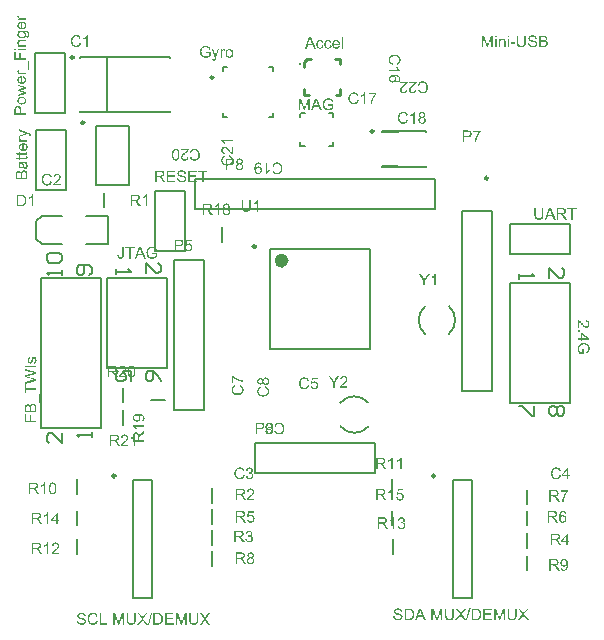
<source format=gto>
%FSAX24Y24*%
%MOIN*%
G70*
G01*
G75*
%ADD10R,0.0512X0.0591*%
%ADD11R,0.0591X0.0512*%
%ADD12R,0.0472X0.0551*%
%ADD13R,0.0551X0.0472*%
%ADD14O,0.0116X0.0354*%
%ADD15O,0.0354X0.0116*%
%ADD16R,0.0315X0.0114*%
%ADD17R,0.0126X0.0354*%
%ADD18R,0.0177X0.0114*%
%ADD19R,0.0114X0.0177*%
%ADD20O,0.0984X0.0276*%
%ADD21R,0.0591X0.0591*%
%ADD22R,0.0787X0.0866*%
%ADD23R,0.0197X0.0925*%
%ADD24R,0.0925X0.0984*%
%ADD25O,0.0591X0.0236*%
%ADD26O,0.0709X0.0118*%
%ADD27O,0.0118X0.0709*%
%ADD28R,0.1024X0.0945*%
%ADD29C,0.0080*%
%ADD30C,0.0591*%
%ADD31R,0.0591X0.0591*%
%ADD32C,0.0512*%
%ADD33C,0.0280*%
%ADD34R,0.0551X0.0433*%
%ADD35C,0.0098*%
%ADD36C,0.0100*%
%ADD37C,0.0236*%
%ADD38C,0.0079*%
G36*
X036016Y049500D02*
X035967D01*
Y049821D01*
X035855Y049500D01*
X035810D01*
X035699Y049827D01*
Y049500D01*
X035650D01*
Y049884D01*
X035726D01*
X035817Y049612D01*
Y049611D01*
X035818Y049610D01*
X035818Y049608D01*
X035819Y049605D01*
X035821Y049599D01*
X035824Y049590D01*
X035827Y049581D01*
X035830Y049572D01*
X035833Y049563D01*
X035835Y049555D01*
X035836Y049556D01*
X035836Y049559D01*
X035838Y049564D01*
X035840Y049570D01*
X035843Y049579D01*
X035847Y049590D01*
X035851Y049602D01*
X035856Y049617D01*
X035948Y049884D01*
X036016D01*
Y049500D01*
D02*
G37*
G36*
X036757Y049615D02*
X036611D01*
Y049663D01*
X036757D01*
Y049615D01*
D02*
G37*
G36*
X036352Y049784D02*
X036358Y049784D01*
X036365Y049782D01*
X036373Y049781D01*
X036381Y049779D01*
X036389Y049775D01*
X036390Y049775D01*
X036392Y049774D01*
X036396Y049772D01*
X036400Y049769D01*
X036406Y049766D01*
X036411Y049761D01*
X036416Y049757D01*
X036420Y049751D01*
X036421Y049751D01*
X036422Y049749D01*
X036424Y049746D01*
X036426Y049742D01*
X036429Y049736D01*
X036431Y049731D01*
X036434Y049724D01*
X036435Y049717D01*
Y049716D01*
X036436Y049714D01*
X036436Y049711D01*
X036437Y049706D01*
Y049700D01*
X036438Y049692D01*
X036438Y049683D01*
Y049671D01*
Y049500D01*
X036391D01*
Y049669D01*
Y049669D01*
Y049670D01*
Y049674D01*
Y049679D01*
X036390Y049685D01*
X036390Y049692D01*
X036389Y049699D01*
X036387Y049706D01*
X036385Y049712D01*
Y049713D01*
X036384Y049714D01*
X036383Y049717D01*
X036381Y049720D01*
X036378Y049724D01*
X036375Y049728D01*
X036370Y049731D01*
X036365Y049735D01*
X036365Y049735D01*
X036363Y049736D01*
X036360Y049738D01*
X036356Y049739D01*
X036352Y049741D01*
X036346Y049743D01*
X036339Y049743D01*
X036333Y049744D01*
X036330D01*
X036328Y049743D01*
X036322Y049743D01*
X036315Y049741D01*
X036307Y049739D01*
X036298Y049735D01*
X036289Y049731D01*
X036281Y049724D01*
X036280Y049723D01*
X036278Y049720D01*
X036276Y049718D01*
X036274Y049715D01*
X036272Y049712D01*
X036270Y049708D01*
X036268Y049704D01*
X036266Y049698D01*
X036264Y049692D01*
X036263Y049685D01*
X036262Y049678D01*
X036260Y049670D01*
X036259Y049661D01*
Y049652D01*
Y049500D01*
X036212D01*
Y049779D01*
X036254D01*
Y049739D01*
X036255Y049739D01*
X036256Y049741D01*
X036258Y049743D01*
X036260Y049746D01*
X036263Y049749D01*
X036267Y049753D01*
X036272Y049758D01*
X036277Y049762D01*
X036283Y049766D01*
X036289Y049770D01*
X036297Y049774D01*
X036304Y049777D01*
X036313Y049780D01*
X036322Y049782D01*
X036332Y049784D01*
X036343Y049785D01*
X036347D01*
X036352Y049784D01*
D02*
G37*
G36*
X036558Y049500D02*
X036511D01*
Y049779D01*
X036558D01*
Y049500D01*
D02*
G37*
G36*
X037713Y049883D02*
X037717D01*
X037727Y049882D01*
X037738Y049881D01*
X037750Y049879D01*
X037762Y049876D01*
X037772Y049872D01*
X037773D01*
X037773Y049872D01*
X037777Y049870D01*
X037782Y049867D01*
X037787Y049864D01*
X037794Y049859D01*
X037801Y049852D01*
X037808Y049845D01*
X037814Y049836D01*
X037815Y049835D01*
X037816Y049832D01*
X037819Y049827D01*
X037822Y049821D01*
X037824Y049813D01*
X037827Y049805D01*
X037829Y049795D01*
X037829Y049786D01*
Y049785D01*
Y049782D01*
X037829Y049777D01*
X037828Y049771D01*
X037826Y049764D01*
X037823Y049756D01*
X037820Y049748D01*
X037816Y049740D01*
X037815Y049739D01*
X037813Y049736D01*
X037810Y049732D01*
X037806Y049728D01*
X037800Y049722D01*
X037793Y049716D01*
X037785Y049710D01*
X037776Y049705D01*
X037776D01*
X037777Y049704D01*
X037779Y049704D01*
X037781Y049703D01*
X037788Y049700D01*
X037796Y049696D01*
X037804Y049691D01*
X037813Y049685D01*
X037822Y049678D01*
X037829Y049669D01*
X037830Y049668D01*
X037832Y049665D01*
X037836Y049660D01*
X037839Y049653D01*
X037842Y049644D01*
X037846Y049635D01*
X037848Y049624D01*
X037848Y049612D01*
Y049611D01*
Y049610D01*
Y049607D01*
X037848Y049602D01*
X037847Y049595D01*
X037846Y049587D01*
X037843Y049579D01*
X037841Y049570D01*
X037837Y049561D01*
X037836Y049560D01*
X037834Y049557D01*
X037832Y049553D01*
X037829Y049548D01*
X037824Y049542D01*
X037820Y049536D01*
X037815Y049530D01*
X037808Y049525D01*
X037808Y049524D01*
X037806Y049523D01*
X037802Y049521D01*
X037797Y049518D01*
X037791Y049515D01*
X037783Y049512D01*
X037776Y049509D01*
X037766Y049506D01*
X037765D01*
X037762Y049505D01*
X037756Y049504D01*
X037749Y049503D01*
X037740Y049502D01*
X037730Y049501D01*
X037718Y049501D01*
X037705Y049500D01*
X037558D01*
Y049884D01*
X037709D01*
X037713Y049883D01*
D02*
G37*
G36*
X037117Y049662D02*
Y049661D01*
Y049659D01*
Y049657D01*
Y049653D01*
X037117Y049648D01*
Y049642D01*
X037116Y049635D01*
X037116Y049629D01*
X037114Y049614D01*
X037112Y049598D01*
X037109Y049583D01*
X037106Y049576D01*
X037104Y049569D01*
Y049569D01*
X037104Y049568D01*
X037102Y049566D01*
X037101Y049564D01*
X037098Y049558D01*
X037093Y049550D01*
X037086Y049541D01*
X037079Y049532D01*
X037069Y049523D01*
X037056Y049514D01*
X037056D01*
X037055Y049513D01*
X037053Y049513D01*
X037050Y049511D01*
X037047Y049509D01*
X037042Y049508D01*
X037038Y049506D01*
X037033Y049504D01*
X037026Y049502D01*
X037020Y049500D01*
X037013Y049498D01*
X037004Y049497D01*
X036996Y049496D01*
X036987Y049494D01*
X036967Y049493D01*
X036962D01*
X036958Y049494D01*
X036954D01*
X036948Y049494D01*
X036942Y049495D01*
X036936Y049496D01*
X036922Y049498D01*
X036907Y049501D01*
X036893Y049506D01*
X036879Y049512D01*
X036878D01*
X036877Y049513D01*
X036875Y049514D01*
X036873Y049515D01*
X036867Y049519D01*
X036860Y049526D01*
X036852Y049533D01*
X036844Y049542D01*
X036836Y049553D01*
X036830Y049565D01*
Y049566D01*
X036829Y049567D01*
X036829Y049569D01*
X036828Y049572D01*
X036827Y049575D01*
X036825Y049580D01*
X036824Y049585D01*
X036823Y049591D01*
X036822Y049598D01*
X036820Y049605D01*
X036819Y049613D01*
X036818Y049621D01*
X036817Y049630D01*
X036816Y049640D01*
X036816Y049651D01*
Y049662D01*
Y049884D01*
X036867D01*
Y049662D01*
Y049661D01*
Y049660D01*
Y049657D01*
Y049654D01*
X036867Y049650D01*
Y049645D01*
X036868Y049634D01*
X036869Y049622D01*
X036870Y049610D01*
X036873Y049598D01*
X036874Y049593D01*
X036875Y049588D01*
X036876Y049587D01*
X036877Y049584D01*
X036880Y049580D01*
X036883Y049575D01*
X036887Y049569D01*
X036893Y049563D01*
X036899Y049557D01*
X036907Y049552D01*
X036908Y049552D01*
X036911Y049550D01*
X036916Y049548D01*
X036923Y049546D01*
X036930Y049543D01*
X036940Y049542D01*
X036951Y049540D01*
X036963Y049539D01*
X036968D01*
X036971Y049540D01*
X036976D01*
X036981Y049541D01*
X036994Y049543D01*
X037007Y049546D01*
X037020Y049550D01*
X037032Y049556D01*
X037037Y049560D01*
X037042Y049564D01*
X037043Y049565D01*
X037044Y049565D01*
X037045Y049567D01*
X037046Y049569D01*
X037048Y049573D01*
X037050Y049576D01*
X037052Y049581D01*
X037055Y049586D01*
X037057Y049592D01*
X037059Y049599D01*
X037061Y049608D01*
X037062Y049617D01*
X037064Y049627D01*
X037065Y049637D01*
X037066Y049649D01*
Y049662D01*
Y049884D01*
X037117D01*
Y049662D01*
D02*
G37*
G36*
X037346Y049890D02*
X037349D01*
X037360Y049889D01*
X037372Y049887D01*
X037384Y049885D01*
X037397Y049881D01*
X037409Y049877D01*
X037410D01*
X037411Y049876D01*
X037413Y049875D01*
X037415Y049874D01*
X037420Y049871D01*
X037428Y049866D01*
X037436Y049861D01*
X037444Y049854D01*
X037452Y049845D01*
X037459Y049836D01*
Y049835D01*
X037460Y049835D01*
X037461Y049833D01*
X037462Y049831D01*
X037465Y049826D01*
X037468Y049819D01*
X037472Y049810D01*
X037475Y049799D01*
X037478Y049788D01*
X037479Y049776D01*
X037430Y049772D01*
Y049773D01*
Y049774D01*
X037429Y049775D01*
X037429Y049778D01*
X037427Y049784D01*
X037425Y049792D01*
X037422Y049801D01*
X037417Y049810D01*
X037410Y049819D01*
X037403Y049826D01*
X037402Y049827D01*
X037399Y049829D01*
X037393Y049832D01*
X037386Y049836D01*
X037377Y049839D01*
X037366Y049842D01*
X037352Y049845D01*
X037336Y049845D01*
X037328D01*
X037325Y049845D01*
X037321Y049844D01*
X037311Y049843D01*
X037299Y049841D01*
X037288Y049838D01*
X037278Y049834D01*
X037273Y049831D01*
X037269Y049828D01*
X037268Y049827D01*
X037266Y049825D01*
X037262Y049821D01*
X037259Y049817D01*
X037255Y049811D01*
X037252Y049804D01*
X037250Y049796D01*
X037248Y049787D01*
Y049786D01*
Y049784D01*
X037249Y049780D01*
X037250Y049776D01*
X037252Y049770D01*
X037255Y049765D01*
X037258Y049759D01*
X037263Y049754D01*
X037263Y049753D01*
X037266Y049751D01*
X037268Y049750D01*
X037271Y049749D01*
X037274Y049747D01*
X037278Y049745D01*
X037283Y049743D01*
X037288Y049741D01*
X037294Y049739D01*
X037302Y049736D01*
X037309Y049734D01*
X037318Y049731D01*
X037328Y049729D01*
X037339Y049726D01*
X037340D01*
X037342Y049725D01*
X037346Y049725D01*
X037349Y049724D01*
X037354Y049723D01*
X037361Y049721D01*
X037367Y049719D01*
X037373Y049718D01*
X037388Y049714D01*
X037402Y049710D01*
X037408Y049708D01*
X037414Y049705D01*
X037420Y049704D01*
X037424Y049701D01*
X037425D01*
X037426Y049701D01*
X037428Y049700D01*
X037430Y049699D01*
X037436Y049695D01*
X037443Y049691D01*
X037452Y049685D01*
X037460Y049678D01*
X037468Y049670D01*
X037474Y049662D01*
X037475Y049661D01*
X037477Y049658D01*
X037479Y049653D01*
X037483Y049647D01*
X037485Y049639D01*
X037488Y049629D01*
X037490Y049619D01*
X037490Y049608D01*
Y049607D01*
Y049607D01*
Y049605D01*
Y049603D01*
X037489Y049597D01*
X037488Y049589D01*
X037486Y049580D01*
X037483Y049570D01*
X037479Y049560D01*
X037473Y049550D01*
Y049549D01*
X037472Y049549D01*
X037469Y049546D01*
X037465Y049541D01*
X037460Y049535D01*
X037453Y049528D01*
X037444Y049521D01*
X037434Y049514D01*
X037422Y049508D01*
X037422D01*
X037420Y049508D01*
X037419Y049507D01*
X037417Y049506D01*
X037413Y049505D01*
X037409Y049503D01*
X037400Y049501D01*
X037390Y049498D01*
X037377Y049496D01*
X037363Y049494D01*
X037348Y049493D01*
X037339D01*
X037335Y049494D01*
X037330D01*
X037324Y049494D01*
X037318Y049495D01*
X037304Y049497D01*
X037289Y049499D01*
X037275Y049503D01*
X037261Y049508D01*
X037261D01*
X037260Y049509D01*
X037258Y049510D01*
X037256Y049511D01*
X037249Y049514D01*
X037241Y049519D01*
X037232Y049526D01*
X037223Y049534D01*
X037214Y049543D01*
X037206Y049554D01*
Y049554D01*
X037205Y049556D01*
X037204Y049557D01*
X037202Y049559D01*
X037201Y049562D01*
X037200Y049565D01*
X037196Y049574D01*
X037192Y049584D01*
X037188Y049596D01*
X037186Y049609D01*
X037185Y049623D01*
X037233Y049628D01*
Y049627D01*
Y049627D01*
X037233Y049625D01*
Y049623D01*
X037235Y049618D01*
X037236Y049610D01*
X037238Y049603D01*
X037241Y049595D01*
X037245Y049587D01*
X037248Y049580D01*
X037249Y049579D01*
X037251Y049577D01*
X037253Y049573D01*
X037258Y049569D01*
X037263Y049564D01*
X037269Y049559D01*
X037278Y049554D01*
X037287Y049550D01*
X037287D01*
X037288Y049549D01*
X037289Y049549D01*
X037291Y049548D01*
X037297Y049547D01*
X037304Y049544D01*
X037313Y049542D01*
X037323Y049541D01*
X037334Y049539D01*
X037346Y049539D01*
X037351D01*
X037357Y049539D01*
X037363Y049540D01*
X037371Y049541D01*
X037380Y049542D01*
X037389Y049544D01*
X037397Y049547D01*
X037398Y049548D01*
X037401Y049549D01*
X037405Y049551D01*
X037410Y049553D01*
X037415Y049557D01*
X037420Y049561D01*
X037426Y049565D01*
X037430Y049571D01*
X037431Y049572D01*
X037432Y049574D01*
X037434Y049577D01*
X037436Y049581D01*
X037438Y049585D01*
X037440Y049591D01*
X037441Y049597D01*
X037442Y049604D01*
Y049604D01*
Y049607D01*
X037441Y049610D01*
X037440Y049615D01*
X037439Y049619D01*
X037437Y049625D01*
X037434Y049630D01*
X037430Y049635D01*
X037430Y049636D01*
X037428Y049638D01*
X037426Y049640D01*
X037422Y049643D01*
X037418Y049647D01*
X037412Y049650D01*
X037404Y049654D01*
X037396Y049658D01*
X037395Y049658D01*
X037393Y049659D01*
X037388Y049660D01*
X037385Y049661D01*
X037382Y049662D01*
X037378Y049664D01*
X037373Y049665D01*
X037367Y049667D01*
X037361Y049668D01*
X037354Y049670D01*
X037346Y049672D01*
X037337Y049674D01*
X037328Y049676D01*
X037327D01*
X037326Y049677D01*
X037323Y049678D01*
X037319Y049679D01*
X037315Y049680D01*
X037310Y049681D01*
X037299Y049684D01*
X037287Y049688D01*
X037274Y049692D01*
X037263Y049696D01*
X037258Y049698D01*
X037253Y049700D01*
X037253D01*
X037252Y049701D01*
X037249Y049703D01*
X037244Y049706D01*
X037238Y049710D01*
X037232Y049715D01*
X037225Y049721D01*
X037218Y049729D01*
X037213Y049736D01*
X037212Y049738D01*
X037211Y049740D01*
X037208Y049745D01*
X037206Y049750D01*
X037204Y049758D01*
X037202Y049766D01*
X037200Y049775D01*
X037200Y049784D01*
Y049785D01*
Y049785D01*
Y049787D01*
Y049789D01*
X037201Y049795D01*
X037202Y049802D01*
X037203Y049810D01*
X037206Y049820D01*
X037210Y049829D01*
X037216Y049839D01*
Y049839D01*
X037216Y049840D01*
X037219Y049843D01*
X037223Y049847D01*
X037228Y049853D01*
X037235Y049859D01*
X037243Y049866D01*
X037253Y049872D01*
X037264Y049877D01*
X037264D01*
X037266Y049878D01*
X037267Y049879D01*
X037269Y049880D01*
X037272Y049881D01*
X037276Y049882D01*
X037284Y049884D01*
X037295Y049886D01*
X037307Y049889D01*
X037320Y049890D01*
X037334Y049891D01*
X037342D01*
X037346Y049890D01*
D02*
G37*
G36*
X025985Y043034D02*
X025831D01*
X025811Y042930D01*
X025811Y042931D01*
X025812Y042931D01*
X025814Y042933D01*
X025817Y042934D01*
X025820Y042936D01*
X025824Y042938D01*
X025833Y042943D01*
X025844Y042947D01*
X025856Y042951D01*
X025870Y042954D01*
X025876Y042955D01*
X025888D01*
X025892Y042954D01*
X025896Y042954D01*
X025901Y042953D01*
X025907Y042952D01*
X025913Y042950D01*
X025926Y042946D01*
X025933Y042944D01*
X025941Y042940D01*
X025948Y042936D01*
X025955Y042931D01*
X025962Y042926D01*
X025968Y042920D01*
X025969Y042919D01*
X025970Y042918D01*
X025972Y042916D01*
X025974Y042914D01*
X025977Y042910D01*
X025979Y042906D01*
X025983Y042901D01*
X025986Y042895D01*
X025989Y042889D01*
X025992Y042883D01*
X025995Y042875D01*
X025998Y042867D01*
X026000Y042859D01*
X026002Y042849D01*
X026003Y042840D01*
X026003Y042830D01*
Y042829D01*
Y042828D01*
Y042825D01*
X026003Y042821D01*
X026002Y042817D01*
X026002Y042812D01*
X026001Y042805D01*
X025999Y042799D01*
X025996Y042785D01*
X025991Y042770D01*
X025987Y042762D01*
X025983Y042755D01*
X025978Y042747D01*
X025973Y042740D01*
X025972Y042739D01*
X025971Y042738D01*
X025969Y042736D01*
X025966Y042733D01*
X025962Y042729D01*
X025958Y042725D01*
X025952Y042721D01*
X025946Y042717D01*
X025939Y042712D01*
X025932Y042708D01*
X025923Y042704D01*
X025914Y042701D01*
X025905Y042698D01*
X025895Y042696D01*
X025883Y042694D01*
X025872Y042693D01*
X025867D01*
X025863Y042694D01*
X025858Y042694D01*
X025853Y042695D01*
X025847Y042696D01*
X025841Y042697D01*
X025827Y042701D01*
X025813Y042706D01*
X025806Y042709D01*
X025799Y042713D01*
X025792Y042717D01*
X025786Y042722D01*
X025785Y042723D01*
X025784Y042723D01*
X025783Y042726D01*
X025781Y042728D01*
X025778Y042731D01*
X025775Y042734D01*
X025772Y042738D01*
X025769Y042743D01*
X025766Y042748D01*
X025762Y042754D01*
X025756Y042768D01*
X025751Y042783D01*
X025750Y042792D01*
X025749Y042800D01*
X025798Y042804D01*
Y042804D01*
Y042803D01*
X025798Y042801D01*
X025799Y042798D01*
X025801Y042792D01*
X025803Y042784D01*
X025806Y042775D01*
X025811Y042766D01*
X025816Y042758D01*
X025823Y042750D01*
X025824Y042749D01*
X025826Y042747D01*
X025831Y042744D01*
X025837Y042741D01*
X025843Y042738D01*
X025852Y042735D01*
X025861Y042733D01*
X025872Y042732D01*
X025875D01*
X025877Y042733D01*
X025884Y042733D01*
X025892Y042736D01*
X025901Y042738D01*
X025911Y042743D01*
X025921Y042749D01*
X025925Y042753D01*
X025929Y042758D01*
X025930Y042758D01*
X025931Y042759D01*
X025932Y042761D01*
X025933Y042762D01*
X025937Y042768D01*
X025942Y042776D01*
X025946Y042785D01*
X025949Y042797D01*
X025952Y042811D01*
X025953Y042818D01*
Y042826D01*
Y042827D01*
Y042828D01*
Y042830D01*
X025953Y042833D01*
Y042836D01*
X025952Y042840D01*
X025951Y042849D01*
X025948Y042859D01*
X025944Y042870D01*
X025938Y042880D01*
X025931Y042889D01*
Y042890D01*
X025929Y042890D01*
X025927Y042893D01*
X025922Y042897D01*
X025915Y042901D01*
X025906Y042905D01*
X025896Y042909D01*
X025885Y042912D01*
X025878Y042913D01*
X025867D01*
X025863Y042913D01*
X025857Y042912D01*
X025851Y042910D01*
X025844Y042909D01*
X025837Y042906D01*
X025830Y042903D01*
X025829Y042902D01*
X025827Y042901D01*
X025823Y042898D01*
X025819Y042895D01*
X025815Y042891D01*
X025810Y042886D01*
X025805Y042881D01*
X025801Y042875D01*
X025757Y042881D01*
X025794Y043079D01*
X025985D01*
Y043034D01*
D02*
G37*
G36*
X028592Y036985D02*
X028596D01*
X028601Y036985D01*
X028611Y036982D01*
X028623Y036980D01*
X028635Y036975D01*
X028647Y036969D01*
X028653Y036965D01*
X028659Y036960D01*
X028659Y036960D01*
X028660Y036959D01*
X028662Y036957D01*
X028663Y036956D01*
X028666Y036953D01*
X028668Y036950D01*
X028674Y036942D01*
X028681Y036932D01*
X028686Y036920D01*
X028691Y036906D01*
X028694Y036890D01*
X028671Y036888D01*
X028673Y036885D01*
X028675Y036873D01*
X028678Y036860D01*
X028681Y036846D01*
X028683Y036830D01*
X028684Y036813D01*
X028684Y036796D01*
Y036795D01*
Y036795D01*
Y036793D01*
Y036791D01*
X028684Y036789D01*
X028687Y036784D01*
X028690Y036777D01*
X028693Y036769D01*
X028696Y036762D01*
X028697Y036753D01*
X028699Y036744D01*
X028700Y036734D01*
X028701Y036724D01*
Y036724D01*
Y036723D01*
Y036721D01*
Y036718D01*
X028700Y036715D01*
Y036712D01*
X028698Y036703D01*
X028697Y036692D01*
X028694Y036681D01*
X028690Y036669D01*
X028684Y036657D01*
Y036657D01*
X028684Y036656D01*
X028683Y036654D01*
X028682Y036652D01*
X028678Y036647D01*
X028673Y036639D01*
X028667Y036632D01*
X028660Y036624D01*
X028651Y036616D01*
X028642Y036609D01*
X028641D01*
X028641Y036609D01*
X028639Y036608D01*
X028637Y036607D01*
X028631Y036604D01*
X028624Y036602D01*
X028614Y036598D01*
X028604Y036596D01*
X028592Y036594D01*
X028580Y036593D01*
X028578D01*
X028578Y036593D01*
X028568Y036591D01*
X028557Y036590D01*
X028546Y036589D01*
X028542D01*
X028538Y036590D01*
X028534D01*
X028530Y036590D01*
X028519Y036593D01*
X028508Y036595D01*
X028496Y036600D01*
X028483Y036606D01*
X028477Y036610D01*
X028472Y036615D01*
X028471Y036615D01*
X028471Y036616D01*
X028469Y036618D01*
X028467Y036619D01*
X028464Y036622D01*
X028462Y036625D01*
X028456Y036633D01*
X028450Y036643D01*
X028445Y036655D01*
X028440Y036669D01*
X028436Y036685D01*
X028459Y036687D01*
X028458Y036690D01*
X028455Y036702D01*
X028452Y036715D01*
X028450Y036729D01*
X028448Y036745D01*
X028447Y036762D01*
X028446Y036779D01*
Y036780D01*
Y036780D01*
Y036782D01*
Y036784D01*
X028446Y036786D01*
X028443Y036791D01*
X028441Y036798D01*
X028438Y036806D01*
X028435Y036813D01*
X028433Y036822D01*
X028432Y036831D01*
X028431Y036841D01*
X028430Y036851D01*
Y036851D01*
Y036852D01*
Y036854D01*
Y036857D01*
X028431Y036860D01*
Y036863D01*
X028432Y036872D01*
X028434Y036883D01*
X028437Y036894D01*
X028441Y036906D01*
X028446Y036918D01*
Y036918D01*
X028447Y036919D01*
X028448Y036921D01*
X028449Y036923D01*
X028452Y036928D01*
X028457Y036936D01*
X028463Y036943D01*
X028471Y036951D01*
X028479Y036959D01*
X028489Y036966D01*
X028489D01*
X028490Y036966D01*
X028492Y036967D01*
X028494Y036968D01*
X028499Y036971D01*
X028507Y036973D01*
X028516Y036977D01*
X028527Y036979D01*
X028538Y036981D01*
X028551Y036982D01*
X028552D01*
X028553Y036982D01*
X028563Y036984D01*
X028573Y036985D01*
X028585Y036986D01*
X028589D01*
X028592Y036985D01*
D02*
G37*
G36*
X028276Y036984D02*
X028285Y036983D01*
X028295Y036982D01*
X028305Y036981D01*
X028313Y036980D01*
X028314D01*
X028318Y036979D01*
X028323Y036978D01*
X028330Y036976D01*
X028337Y036974D01*
X028345Y036970D01*
X028353Y036966D01*
X028360Y036962D01*
X028361Y036961D01*
X028364Y036960D01*
X028367Y036956D01*
X028371Y036952D01*
X028376Y036947D01*
X028381Y036941D01*
X028387Y036934D01*
X028391Y036925D01*
X028392Y036924D01*
X028393Y036921D01*
X028395Y036916D01*
X028397Y036910D01*
X028399Y036902D01*
X028401Y036893D01*
X028402Y036883D01*
X028403Y036873D01*
Y036872D01*
Y036870D01*
Y036868D01*
X028402Y036864D01*
X028402Y036860D01*
X028401Y036855D01*
X028400Y036850D01*
X028399Y036844D01*
X028395Y036831D01*
X028393Y036824D01*
X028390Y036817D01*
X028386Y036810D01*
X028382Y036803D01*
X028377Y036796D01*
X028371Y036790D01*
X028371Y036789D01*
X028370Y036788D01*
X028368Y036786D01*
X028365Y036785D01*
X028362Y036782D01*
X028358Y036779D01*
X028352Y036776D01*
X028346Y036773D01*
X028339Y036770D01*
X028330Y036767D01*
X028321Y036764D01*
X028311Y036762D01*
X028300Y036759D01*
X028288Y036758D01*
X028274Y036757D01*
X028259Y036756D01*
X028161D01*
Y036600D01*
X028110D01*
Y036984D01*
X028268D01*
X028276Y036984D01*
D02*
G37*
G36*
X036140Y049830D02*
X036093D01*
Y049884D01*
X036140D01*
Y049830D01*
D02*
G37*
G36*
X036558D02*
X036511D01*
Y049884D01*
X036558D01*
Y049830D01*
D02*
G37*
G36*
X025576Y043084D02*
X025585Y043083D01*
X025595Y043082D01*
X025605Y043081D01*
X025613Y043080D01*
X025614D01*
X025618Y043079D01*
X025623Y043078D01*
X025630Y043076D01*
X025637Y043074D01*
X025645Y043070D01*
X025653Y043066D01*
X025660Y043062D01*
X025661Y043061D01*
X025664Y043060D01*
X025667Y043056D01*
X025671Y043052D01*
X025676Y043047D01*
X025681Y043041D01*
X025687Y043034D01*
X025691Y043025D01*
X025692Y043024D01*
X025693Y043021D01*
X025695Y043016D01*
X025697Y043010D01*
X025699Y043002D01*
X025701Y042993D01*
X025702Y042983D01*
X025703Y042973D01*
Y042972D01*
Y042970D01*
Y042968D01*
X025702Y042964D01*
X025702Y042960D01*
X025701Y042955D01*
X025700Y042950D01*
X025699Y042944D01*
X025695Y042931D01*
X025693Y042924D01*
X025690Y042917D01*
X025686Y042910D01*
X025682Y042903D01*
X025677Y042896D01*
X025671Y042890D01*
X025671Y042889D01*
X025670Y042888D01*
X025668Y042886D01*
X025665Y042885D01*
X025662Y042882D01*
X025658Y042879D01*
X025652Y042876D01*
X025646Y042873D01*
X025639Y042870D01*
X025630Y042867D01*
X025621Y042864D01*
X025611Y042861D01*
X025600Y042859D01*
X025588Y042858D01*
X025574Y042857D01*
X025559Y042856D01*
X025461D01*
Y042700D01*
X025410D01*
Y043084D01*
X025568D01*
X025576Y043084D01*
D02*
G37*
G36*
X036140Y049500D02*
X036093D01*
Y049779D01*
X036140D01*
Y049500D01*
D02*
G37*
G36*
X026797Y049146D02*
Y049145D01*
X026796Y049143D01*
X026795Y049141D01*
X026794Y049138D01*
X026792Y049134D01*
X026791Y049130D01*
X026787Y049121D01*
X026783Y049110D01*
X026778Y049099D01*
X026774Y049090D01*
X026772Y049086D01*
X026770Y049082D01*
X026769Y049081D01*
X026768Y049078D01*
X026765Y049075D01*
X026762Y049070D01*
X026757Y049064D01*
X026752Y049058D01*
X026747Y049053D01*
X026741Y049048D01*
X026741Y049048D01*
X026738Y049047D01*
X026735Y049045D01*
X026730Y049043D01*
X026725Y049041D01*
X026718Y049039D01*
X026711Y049038D01*
X026702Y049037D01*
X026700D01*
X026697Y049038D01*
X026693D01*
X026689Y049039D01*
X026684Y049040D01*
X026678Y049041D01*
X026672Y049043D01*
X026667Y049087D01*
X026668D01*
X026670Y049087D01*
X026673Y049086D01*
X026676Y049085D01*
X026685Y049083D01*
X026694Y049083D01*
X026697D01*
X026700Y049083D01*
X026703D01*
X026711Y049085D01*
X026715Y049087D01*
X026719Y049088D01*
X026720D01*
X026721Y049089D01*
X026722Y049091D01*
X026725Y049092D01*
X026730Y049097D01*
X026734Y049103D01*
Y049103D01*
X026735Y049104D01*
X026736Y049107D01*
X026737Y049110D01*
X026740Y049114D01*
X026742Y049121D01*
X026745Y049129D01*
X026748Y049138D01*
Y049139D01*
X026749Y049141D01*
X026751Y049145D01*
X026753Y049150D01*
X026647Y049429D01*
X026697D01*
X026756Y049267D01*
Y049267D01*
X026756Y049266D01*
X026757Y049264D01*
X026757Y049262D01*
X026758Y049259D01*
X026759Y049255D01*
X026762Y049248D01*
X026766Y049238D01*
X026769Y049227D01*
X026772Y049215D01*
X026776Y049203D01*
Y049203D01*
X026776Y049204D01*
X026777Y049206D01*
X026777Y049208D01*
X026778Y049211D01*
X026779Y049214D01*
X026781Y049223D01*
X026784Y049232D01*
X026788Y049243D01*
X026791Y049254D01*
X026796Y049266D01*
X026855Y049429D01*
X026903D01*
X026797Y049146D01*
D02*
G37*
G36*
X027054Y049434D02*
X027060Y049433D01*
X027068Y049431D01*
X027075Y049428D01*
X027084Y049424D01*
X027094Y049419D01*
X027076Y049376D01*
X027076Y049376D01*
X027074Y049378D01*
X027070Y049379D01*
X027066Y049381D01*
X027061Y049383D01*
X027055Y049384D01*
X027049Y049385D01*
X027043Y049386D01*
X027040D01*
X027037Y049385D01*
X027033Y049385D01*
X027029Y049384D01*
X027024Y049382D01*
X027019Y049380D01*
X027015Y049376D01*
X027014Y049376D01*
X027013Y049375D01*
X027011Y049373D01*
X027008Y049370D01*
X027005Y049366D01*
X027003Y049361D01*
X027000Y049356D01*
X026998Y049350D01*
X026997Y049349D01*
X026996Y049346D01*
X026995Y049341D01*
X026994Y049334D01*
X026992Y049326D01*
X026991Y049317D01*
X026990Y049307D01*
X026990Y049295D01*
Y049150D01*
X026943D01*
Y049429D01*
X026985D01*
Y049386D01*
X026986Y049387D01*
X026988Y049391D01*
X026991Y049396D01*
X026995Y049402D01*
X027000Y049408D01*
X027005Y049415D01*
X027010Y049420D01*
X027015Y049425D01*
X027015Y049425D01*
X027017Y049426D01*
X027020Y049428D01*
X027024Y049430D01*
X027028Y049431D01*
X027034Y049433D01*
X027039Y049434D01*
X027045Y049435D01*
X027049D01*
X027054Y049434D01*
D02*
G37*
G36*
X026453Y049540D02*
X026457D01*
X026468Y049539D01*
X026479Y049537D01*
X026491Y049535D01*
X026505Y049531D01*
X026518Y049527D01*
X026518D01*
X026519Y049526D01*
X026521Y049526D01*
X026523Y049525D01*
X026529Y049521D01*
X026537Y049517D01*
X026545Y049512D01*
X026554Y049505D01*
X026562Y049498D01*
X026570Y049489D01*
X026571Y049488D01*
X026574Y049485D01*
X026577Y049480D01*
X026581Y049472D01*
X026586Y049464D01*
X026591Y049452D01*
X026596Y049440D01*
X026600Y049426D01*
X026554Y049414D01*
Y049415D01*
X026553Y049415D01*
X026552Y049417D01*
X026552Y049419D01*
X026550Y049424D01*
X026548Y049431D01*
X026545Y049439D01*
X026541Y049446D01*
X026537Y049454D01*
X026532Y049460D01*
X026531Y049461D01*
X026530Y049463D01*
X026526Y049466D01*
X026523Y049470D01*
X026518Y049474D01*
X026511Y049479D01*
X026504Y049483D01*
X026495Y049487D01*
X026494Y049487D01*
X026491Y049489D01*
X026486Y049490D01*
X026480Y049492D01*
X026472Y049494D01*
X026463Y049496D01*
X026453Y049497D01*
X026443Y049497D01*
X026436D01*
X026434Y049497D01*
X026430D01*
X026422Y049496D01*
X026413Y049495D01*
X026402Y049493D01*
X026392Y049490D01*
X026382Y049486D01*
X026381Y049486D01*
X026378Y049485D01*
X026373Y049482D01*
X026368Y049479D01*
X026361Y049475D01*
X026354Y049470D01*
X026347Y049465D01*
X026341Y049459D01*
X026340Y049458D01*
X026338Y049456D01*
X026335Y049452D01*
X026332Y049447D01*
X026328Y049442D01*
X026324Y049435D01*
X026320Y049428D01*
X026317Y049420D01*
Y049420D01*
X026316Y049419D01*
X026315Y049417D01*
X026314Y049414D01*
X026313Y049411D01*
X026312Y049407D01*
X026311Y049403D01*
X026309Y049398D01*
X026307Y049386D01*
X026304Y049373D01*
X026303Y049359D01*
X026302Y049343D01*
Y049343D01*
Y049341D01*
Y049338D01*
X026303Y049335D01*
Y049330D01*
X026303Y049325D01*
X026304Y049319D01*
X026304Y049313D01*
X026307Y049299D01*
X026309Y049285D01*
X026314Y049270D01*
X026319Y049257D01*
Y049256D01*
X026320Y049255D01*
X026321Y049253D01*
X026323Y049251D01*
X026327Y049245D01*
X026333Y049237D01*
X026340Y049229D01*
X026349Y049220D01*
X026359Y049213D01*
X026371Y049205D01*
X026372D01*
X026373Y049205D01*
X026374Y049204D01*
X026377Y049203D01*
X026380Y049202D01*
X026384Y049201D01*
X026393Y049197D01*
X026404Y049194D01*
X026416Y049192D01*
X026429Y049189D01*
X026443Y049189D01*
X026449D01*
X026452Y049189D01*
X026455D01*
X026464Y049191D01*
X026474Y049192D01*
X026484Y049194D01*
X026496Y049197D01*
X026508Y049201D01*
X026508D01*
X026509Y049202D01*
X026510Y049202D01*
X026513Y049203D01*
X026519Y049206D01*
X026525Y049209D01*
X026533Y049213D01*
X026541Y049218D01*
X026549Y049223D01*
X026556Y049228D01*
Y049300D01*
X026443D01*
Y049346D01*
X026606D01*
Y049203D01*
X026605Y049203D01*
X026604Y049202D01*
X026602Y049201D01*
X026599Y049198D01*
X026596Y049196D01*
X026592Y049193D01*
X026587Y049190D01*
X026582Y049187D01*
X026570Y049179D01*
X026557Y049172D01*
X026543Y049164D01*
X026528Y049158D01*
X026528D01*
X026526Y049158D01*
X026524Y049157D01*
X026521Y049156D01*
X026518Y049155D01*
X026513Y049153D01*
X026508Y049152D01*
X026503Y049151D01*
X026491Y049148D01*
X026477Y049146D01*
X026462Y049144D01*
X026446Y049143D01*
X026441D01*
X026437Y049144D01*
X026432D01*
X026426Y049144D01*
X026419Y049146D01*
X026412Y049146D01*
X026396Y049149D01*
X026379Y049153D01*
X026361Y049159D01*
X026352Y049163D01*
X026343Y049167D01*
X026343Y049168D01*
X026341Y049168D01*
X026339Y049170D01*
X026335Y049172D01*
X026332Y049174D01*
X026328Y049177D01*
X026317Y049185D01*
X026306Y049195D01*
X026294Y049207D01*
X026283Y049221D01*
X026273Y049237D01*
Y049238D01*
X026272Y049239D01*
X026271Y049242D01*
X026269Y049245D01*
X026268Y049249D01*
X026266Y049255D01*
X026264Y049260D01*
X026262Y049267D01*
X026259Y049274D01*
X026257Y049283D01*
X026256Y049291D01*
X026254Y049300D01*
X026251Y049319D01*
X026250Y049340D01*
Y049340D01*
Y049343D01*
Y049345D01*
X026251Y049349D01*
Y049354D01*
X026251Y049360D01*
X026252Y049366D01*
X026253Y049374D01*
X026254Y049381D01*
X026256Y049390D01*
X026260Y049408D01*
X026266Y049426D01*
X026273Y049444D01*
X026274Y049445D01*
X026274Y049446D01*
X026276Y049449D01*
X026278Y049452D01*
X026280Y049456D01*
X026283Y049461D01*
X026291Y049471D01*
X026300Y049484D01*
X026312Y049495D01*
X026325Y049507D01*
X026333Y049512D01*
X026340Y049517D01*
X026341Y049517D01*
X026343Y049518D01*
X026345Y049519D01*
X026348Y049521D01*
X026353Y049522D01*
X026358Y049525D01*
X026363Y049527D01*
X026370Y049529D01*
X026377Y049531D01*
X026385Y049533D01*
X026393Y049535D01*
X026402Y049537D01*
X026421Y049540D01*
X026431Y049541D01*
X026449D01*
X026453Y049540D01*
D02*
G37*
G36*
X020800Y038825D02*
X020416D01*
Y038876D01*
X020800D01*
Y038825D01*
D02*
G37*
G36*
X020727Y039172D02*
X020733Y039171D01*
X020740Y039169D01*
X020747Y039167D01*
X020755Y039163D01*
X020763Y039159D01*
X020764Y039158D01*
X020766Y039156D01*
X020770Y039153D01*
X020774Y039149D01*
X020779Y039143D01*
X020785Y039136D01*
X020790Y039128D01*
X020795Y039119D01*
Y039118D01*
X020796Y039118D01*
X020797Y039115D01*
X020798Y039109D01*
X020801Y039102D01*
X020803Y039093D01*
X020804Y039083D01*
X020806Y039072D01*
X020806Y039060D01*
Y039060D01*
Y039058D01*
Y039055D01*
X020806Y039051D01*
Y039047D01*
X020805Y039041D01*
X020804Y039036D01*
X020803Y039030D01*
X020801Y039016D01*
X020797Y039002D01*
X020791Y038989D01*
X020788Y038983D01*
X020784Y038977D01*
X020783Y038977D01*
X020783Y038976D01*
X020779Y038973D01*
X020774Y038968D01*
X020767Y038962D01*
X020757Y038956D01*
X020746Y038950D01*
X020732Y038945D01*
X020717Y038941D01*
X020710Y038988D01*
X020711D01*
X020714Y038989D01*
X020720Y038990D01*
X020726Y038992D01*
X020732Y038995D01*
X020740Y038999D01*
X020747Y039004D01*
X020753Y039010D01*
X020753Y039011D01*
X020755Y039013D01*
X020757Y039017D01*
X020760Y039023D01*
X020763Y039030D01*
X020765Y039039D01*
X020767Y039049D01*
X020767Y039060D01*
Y039061D01*
Y039062D01*
Y039063D01*
Y039066D01*
X020767Y039071D01*
X020766Y039078D01*
X020764Y039086D01*
X020762Y039095D01*
X020759Y039102D01*
X020754Y039108D01*
X020754Y039109D01*
X020752Y039111D01*
X020749Y039113D01*
X020746Y039117D01*
X020741Y039120D01*
X020736Y039122D01*
X020730Y039124D01*
X020723Y039125D01*
X020721D01*
X020718Y039124D01*
X020714Y039123D01*
X020710Y039121D01*
X020706Y039118D01*
X020702Y039115D01*
X020698Y039110D01*
X020698Y039110D01*
X020697Y039108D01*
X020696Y039105D01*
X020694Y039101D01*
X020692Y039094D01*
X020690Y039090D01*
X020689Y039086D01*
X020687Y039081D01*
X020686Y039075D01*
X020684Y039069D01*
X020682Y039062D01*
Y039061D01*
X020682Y039060D01*
X020681Y039057D01*
X020680Y039053D01*
X020679Y039049D01*
X020677Y039044D01*
X020675Y039034D01*
X020671Y039021D01*
X020667Y039010D01*
X020663Y038999D01*
X020661Y038994D01*
X020660Y038990D01*
X020659Y038989D01*
X020658Y038986D01*
X020656Y038983D01*
X020653Y038979D01*
X020649Y038974D01*
X020645Y038969D01*
X020640Y038964D01*
X020633Y038959D01*
X020633Y038959D01*
X020631Y038957D01*
X020627Y038956D01*
X020622Y038954D01*
X020617Y038952D01*
X020610Y038951D01*
X020604Y038950D01*
X020596Y038949D01*
X020592D01*
X020589Y038950D01*
X020584Y038950D01*
X020579Y038951D01*
X020573Y038952D01*
X020567Y038955D01*
X020561Y038957D01*
X020561Y038958D01*
X020559Y038959D01*
X020556Y038961D01*
X020552Y038964D01*
X020548Y038967D01*
X020543Y038971D01*
X020539Y038975D01*
X020535Y038981D01*
X020534Y038981D01*
X020534Y038983D01*
X020532Y038985D01*
X020530Y038989D01*
X020528Y038993D01*
X020526Y038998D01*
X020524Y039004D01*
X020521Y039011D01*
X020521Y039012D01*
X020520Y039014D01*
X020519Y039018D01*
X020518Y039023D01*
X020517Y039029D01*
X020516Y039036D01*
X020515Y039044D01*
Y039051D01*
Y039052D01*
Y039053D01*
Y039055D01*
Y039057D01*
X020516Y039063D01*
X020516Y039071D01*
X020518Y039080D01*
X020520Y039090D01*
X020522Y039100D01*
X020525Y039109D01*
Y039110D01*
X020526Y039110D01*
X020527Y039113D01*
X020529Y039117D01*
X020532Y039123D01*
X020536Y039129D01*
X020540Y039135D01*
X020545Y039141D01*
X020551Y039146D01*
X020551Y039146D01*
X020554Y039147D01*
X020557Y039150D01*
X020562Y039152D01*
X020569Y039155D01*
X020576Y039158D01*
X020584Y039160D01*
X020594Y039162D01*
X020600Y039116D01*
X020599D01*
X020596Y039116D01*
X020592Y039115D01*
X020587Y039113D01*
X020582Y039110D01*
X020577Y039107D01*
X020571Y039103D01*
X020566Y039097D01*
X020566Y039097D01*
X020565Y039095D01*
X020562Y039091D01*
X020560Y039086D01*
X020558Y039081D01*
X020556Y039073D01*
X020555Y039065D01*
X020554Y039055D01*
Y039055D01*
Y039053D01*
Y039052D01*
Y039050D01*
X020555Y039044D01*
X020555Y039037D01*
X020557Y039030D01*
X020559Y039022D01*
X020561Y039015D01*
X020565Y039009D01*
X020566Y039008D01*
X020567Y039006D01*
X020569Y039004D01*
X020572Y039002D01*
X020576Y038999D01*
X020580Y038997D01*
X020585Y038995D01*
X020590Y038995D01*
X020592D01*
X020594Y038995D01*
X020596D01*
X020601Y038997D01*
X020607Y039000D01*
X020607Y039001D01*
X020608Y039001D01*
X020610Y039002D01*
X020611Y039005D01*
X020613Y039007D01*
X020615Y039010D01*
X020617Y039014D01*
X020619Y039019D01*
Y039019D01*
X020620Y039020D01*
X020620Y039022D01*
X020622Y039026D01*
X020624Y039032D01*
X020625Y039039D01*
X020627Y039044D01*
X020628Y039049D01*
X020630Y039054D01*
X020631Y039060D01*
Y039061D01*
X020632Y039062D01*
X020632Y039065D01*
X020633Y039068D01*
X020635Y039072D01*
X020636Y039077D01*
X020639Y039088D01*
X020642Y039100D01*
X020646Y039111D01*
X020650Y039122D01*
X020652Y039126D01*
X020653Y039130D01*
X020654Y039131D01*
X020655Y039133D01*
X020657Y039137D01*
X020660Y039142D01*
X020663Y039147D01*
X020667Y039152D01*
X020672Y039157D01*
X020678Y039161D01*
X020678Y039162D01*
X020681Y039163D01*
X020684Y039165D01*
X020689Y039167D01*
X020695Y039169D01*
X020702Y039171D01*
X020710Y039172D01*
X020718Y039173D01*
X020722D01*
X020727Y039172D01*
D02*
G37*
G36*
X027244Y049434D02*
X027249Y049434D01*
X027255Y049432D01*
X027261Y049431D01*
X027268Y049430D01*
X027283Y049425D01*
X027291Y049423D01*
X027298Y049419D01*
X027306Y049415D01*
X027314Y049409D01*
X027321Y049404D01*
X027328Y049397D01*
X027329Y049396D01*
X027330Y049395D01*
X027332Y049393D01*
X027334Y049390D01*
X027337Y049386D01*
X027340Y049381D01*
X027343Y049376D01*
X027347Y049370D01*
X027350Y049363D01*
X027353Y049355D01*
X027357Y049346D01*
X027359Y049337D01*
X027362Y049327D01*
X027363Y049317D01*
X027364Y049305D01*
X027365Y049293D01*
Y049293D01*
Y049291D01*
Y049288D01*
Y049284D01*
X027364Y049280D01*
X027364Y049274D01*
Y049269D01*
X027363Y049263D01*
X027361Y049249D01*
X027358Y049235D01*
X027354Y049221D01*
X027348Y049208D01*
Y049208D01*
X027348Y049207D01*
X027347Y049205D01*
X027346Y049203D01*
X027342Y049198D01*
X027337Y049191D01*
X027330Y049183D01*
X027322Y049176D01*
X027312Y049168D01*
X027301Y049161D01*
X027301D01*
X027300Y049160D01*
X027298Y049159D01*
X027296Y049158D01*
X027293Y049157D01*
X027290Y049156D01*
X027281Y049152D01*
X027272Y049149D01*
X027260Y049147D01*
X027248Y049144D01*
X027235Y049144D01*
X027229D01*
X027225Y049144D01*
X027220Y049145D01*
X027214Y049146D01*
X027207Y049147D01*
X027201Y049148D01*
X027186Y049153D01*
X027177Y049156D01*
X027170Y049159D01*
X027162Y049164D01*
X027154Y049169D01*
X027147Y049174D01*
X027140Y049181D01*
X027139Y049182D01*
X027138Y049183D01*
X027136Y049185D01*
X027134Y049188D01*
X027131Y049192D01*
X027129Y049197D01*
X027125Y049202D01*
X027122Y049209D01*
X027119Y049216D01*
X027115Y049224D01*
X027112Y049233D01*
X027110Y049243D01*
X027107Y049253D01*
X027106Y049264D01*
X027105Y049277D01*
X027104Y049289D01*
Y049290D01*
Y049293D01*
X027105Y049297D01*
Y049302D01*
X027105Y049308D01*
X027106Y049316D01*
X027107Y049324D01*
X027110Y049333D01*
X027112Y049341D01*
X027115Y049351D01*
X027118Y049361D01*
X027122Y049370D01*
X027127Y049379D01*
X027133Y049388D01*
X027139Y049396D01*
X027147Y049404D01*
X027147Y049404D01*
X027149Y049405D01*
X027151Y049406D01*
X027154Y049409D01*
X027157Y049411D01*
X027161Y049414D01*
X027166Y049416D01*
X027171Y049419D01*
X027177Y049422D01*
X027184Y049425D01*
X027199Y049430D01*
X027216Y049434D01*
X027225Y049434D01*
X027235Y049435D01*
X027240D01*
X027244Y049434D01*
D02*
G37*
G36*
X024071Y042789D02*
X023945D01*
Y042450D01*
X023893D01*
Y042789D01*
X023767D01*
Y042834D01*
X024071D01*
Y042789D01*
D02*
G37*
G36*
X030316Y047400D02*
X030258D01*
X030213Y047517D01*
X030052D01*
X030011Y047400D01*
X029957D01*
X030103Y047784D01*
X030159D01*
X030316Y047400D01*
D02*
G37*
G36*
X029916D02*
X029867D01*
Y047721D01*
X029755Y047400D01*
X029710D01*
X029599Y047727D01*
Y047400D01*
X029550D01*
Y047784D01*
X029626D01*
X029717Y047512D01*
Y047511D01*
X029718Y047510D01*
X029718Y047508D01*
X029719Y047505D01*
X029721Y047499D01*
X029724Y047490D01*
X029727Y047481D01*
X029730Y047472D01*
X029733Y047463D01*
X029735Y047455D01*
X029736Y047456D01*
X029736Y047459D01*
X029738Y047464D01*
X029740Y047470D01*
X029743Y047479D01*
X029747Y047490D01*
X029751Y047502D01*
X029756Y047517D01*
X029848Y047784D01*
X029916D01*
Y047400D01*
D02*
G37*
G36*
X030546Y047790D02*
X030551D01*
X030561Y047789D01*
X030573Y047787D01*
X030585Y047785D01*
X030598Y047781D01*
X030611Y047777D01*
X030612D01*
X030613Y047776D01*
X030614Y047776D01*
X030617Y047775D01*
X030623Y047771D01*
X030631Y047767D01*
X030639Y047762D01*
X030648Y047755D01*
X030656Y047748D01*
X030664Y047739D01*
X030665Y047738D01*
X030667Y047735D01*
X030671Y047730D01*
X030675Y047722D01*
X030679Y047714D01*
X030684Y047702D01*
X030689Y047690D01*
X030693Y047676D01*
X030647Y047664D01*
Y047665D01*
X030647Y047665D01*
X030646Y047667D01*
X030646Y047669D01*
X030644Y047674D01*
X030642Y047681D01*
X030638Y047689D01*
X030634Y047696D01*
X030631Y047704D01*
X030626Y047710D01*
X030625Y047711D01*
X030623Y047713D01*
X030620Y047716D01*
X030616Y047720D01*
X030611Y047724D01*
X030605Y047729D01*
X030597Y047733D01*
X030589Y047737D01*
X030588Y047737D01*
X030585Y047739D01*
X030580Y047740D01*
X030573Y047742D01*
X030566Y047744D01*
X030557Y047746D01*
X030547Y047747D01*
X030536Y047747D01*
X030530D01*
X030527Y047747D01*
X030524D01*
X030516Y047746D01*
X030506Y047745D01*
X030496Y047743D01*
X030486Y047740D01*
X030476Y047736D01*
X030475Y047736D01*
X030471Y047735D01*
X030467Y047732D01*
X030461Y047729D01*
X030455Y047725D01*
X030447Y047720D01*
X030441Y047715D01*
X030435Y047709D01*
X030434Y047708D01*
X030432Y047706D01*
X030429Y047702D01*
X030426Y047697D01*
X030422Y047692D01*
X030418Y047685D01*
X030414Y047678D01*
X030410Y047670D01*
Y047670D01*
X030410Y047669D01*
X030409Y047667D01*
X030408Y047664D01*
X030407Y047661D01*
X030406Y047657D01*
X030404Y047653D01*
X030403Y047648D01*
X030400Y047636D01*
X030398Y047623D01*
X030396Y047609D01*
X030396Y047593D01*
Y047593D01*
Y047591D01*
Y047588D01*
X030396Y047585D01*
Y047580D01*
X030397Y047575D01*
X030397Y047569D01*
X030398Y047563D01*
X030400Y047549D01*
X030403Y047535D01*
X030407Y047520D01*
X030413Y047507D01*
Y047506D01*
X030414Y047505D01*
X030415Y047503D01*
X030416Y047501D01*
X030420Y047495D01*
X030426Y047487D01*
X030434Y047479D01*
X030442Y047470D01*
X030453Y047463D01*
X030465Y047456D01*
X030465D01*
X030466Y047455D01*
X030468Y047454D01*
X030471Y047453D01*
X030474Y047452D01*
X030477Y047451D01*
X030486Y047447D01*
X030497Y047444D01*
X030510Y047442D01*
X030523Y047439D01*
X030537Y047439D01*
X030542D01*
X030546Y047439D01*
X030549D01*
X030557Y047441D01*
X030567Y047442D01*
X030578Y047444D01*
X030590Y047447D01*
X030601Y047451D01*
X030602D01*
X030603Y047452D01*
X030604Y047452D01*
X030606Y047453D01*
X030612Y047456D01*
X030619Y047459D01*
X030627Y047463D01*
X030635Y047468D01*
X030643Y047473D01*
X030649Y047478D01*
Y047550D01*
X030536D01*
Y047596D01*
X030699D01*
Y047453D01*
X030699Y047453D01*
X030698Y047452D01*
X030696Y047451D01*
X030693Y047448D01*
X030689Y047446D01*
X030686Y047443D01*
X030681Y047440D01*
X030676Y047437D01*
X030664Y047429D01*
X030651Y047422D01*
X030637Y047414D01*
X030622Y047408D01*
X030621D01*
X030620Y047408D01*
X030618Y047407D01*
X030615Y047406D01*
X030611Y047405D01*
X030607Y047403D01*
X030602Y047402D01*
X030597Y047401D01*
X030585Y047398D01*
X030571Y047396D01*
X030556Y047394D01*
X030540Y047393D01*
X030535D01*
X030531Y047394D01*
X030526D01*
X030520Y047394D01*
X030513Y047396D01*
X030506Y047396D01*
X030490Y047399D01*
X030472Y047403D01*
X030455Y047409D01*
X030446Y047413D01*
X030437Y047417D01*
X030436Y047418D01*
X030435Y047418D01*
X030432Y047420D01*
X030429Y047422D01*
X030425Y047424D01*
X030421Y047427D01*
X030411Y047435D01*
X030400Y047445D01*
X030388Y047457D01*
X030377Y047471D01*
X030367Y047487D01*
Y047488D01*
X030366Y047489D01*
X030365Y047492D01*
X030363Y047495D01*
X030361Y047499D01*
X030360Y047505D01*
X030358Y047510D01*
X030355Y047517D01*
X030353Y047524D01*
X030351Y047533D01*
X030349Y047541D01*
X030348Y047550D01*
X030345Y047569D01*
X030344Y047590D01*
Y047590D01*
Y047593D01*
Y047595D01*
X030344Y047599D01*
Y047604D01*
X030345Y047610D01*
X030346Y047616D01*
X030346Y047624D01*
X030348Y047631D01*
X030349Y047640D01*
X030354Y047658D01*
X030359Y047676D01*
X030367Y047694D01*
X030368Y047695D01*
X030368Y047696D01*
X030369Y047699D01*
X030371Y047702D01*
X030374Y047706D01*
X030376Y047711D01*
X030384Y047721D01*
X030394Y047734D01*
X030405Y047745D01*
X030419Y047757D01*
X030426Y047762D01*
X030434Y047767D01*
X030435Y047767D01*
X030436Y047768D01*
X030439Y047769D01*
X030442Y047771D01*
X030446Y047772D01*
X030451Y047775D01*
X030457Y047777D01*
X030464Y047779D01*
X030471Y047781D01*
X030479Y047783D01*
X030487Y047785D01*
X030496Y047787D01*
X030515Y047790D01*
X030525Y047791D01*
X030543D01*
X030546Y047790D01*
D02*
G37*
G36*
X024441Y042450D02*
X024383D01*
X024338Y042567D01*
X024177D01*
X024135Y042450D01*
X024082D01*
X024228Y042834D01*
X024284D01*
X024441Y042450D01*
D02*
G37*
G36*
X023713Y042572D02*
Y042572D01*
Y042570D01*
Y042568D01*
Y042564D01*
X023712Y042560D01*
Y042555D01*
X023711Y042545D01*
X023710Y042533D01*
X023708Y042520D01*
X023704Y042508D01*
X023700Y042497D01*
Y042497D01*
X023700Y042496D01*
X023698Y042493D01*
X023695Y042488D01*
X023691Y042482D01*
X023686Y042476D01*
X023680Y042469D01*
X023672Y042463D01*
X023663Y042457D01*
X023662Y042457D01*
X023659Y042455D01*
X023654Y042453D01*
X023647Y042451D01*
X023638Y042448D01*
X023628Y042446D01*
X023617Y042444D01*
X023604Y042443D01*
X023599D01*
X023596Y042444D01*
X023592Y042444D01*
X023587Y042445D01*
X023575Y042447D01*
X023563Y042451D01*
X023551Y042456D01*
X023544Y042459D01*
X023538Y042463D01*
X023532Y042467D01*
X023527Y042472D01*
X023526Y042473D01*
X023526Y042473D01*
X023524Y042476D01*
X023523Y042478D01*
X023521Y042481D01*
X023518Y042484D01*
X023516Y042489D01*
X023513Y042494D01*
X023511Y042499D01*
X023509Y042506D01*
X023507Y042513D01*
X023504Y042520D01*
X023503Y042529D01*
X023502Y042538D01*
X023501Y042548D01*
Y042558D01*
X023547Y042565D01*
Y042564D01*
Y042563D01*
Y042561D01*
X023548Y042558D01*
X023548Y042554D01*
Y042550D01*
X023550Y042541D01*
X023552Y042531D01*
X023555Y042521D01*
X023558Y042512D01*
X023561Y042508D01*
X023563Y042505D01*
X023564Y042504D01*
X023566Y042503D01*
X023569Y042500D01*
X023574Y042497D01*
X023580Y042494D01*
X023587Y042492D01*
X023595Y042489D01*
X023604Y042489D01*
X023607D01*
X023610Y042489D01*
X023615Y042490D01*
X023620Y042491D01*
X023626Y042492D01*
X023632Y042494D01*
X023637Y042497D01*
X023638Y042498D01*
X023639Y042499D01*
X023642Y042501D01*
X023645Y042503D01*
X023648Y042507D01*
X023651Y042511D01*
X023654Y042515D01*
X023656Y042521D01*
Y042522D01*
X023657Y042524D01*
X023658Y042528D01*
X023659Y042533D01*
X023660Y042539D01*
X023660Y042548D01*
X023662Y042558D01*
Y042569D01*
Y042834D01*
X023713D01*
Y042572D01*
D02*
G37*
G36*
X024671Y042840D02*
X024675D01*
X024686Y042839D01*
X024698Y042837D01*
X024710Y042835D01*
X024723Y042831D01*
X024736Y042827D01*
X024737D01*
X024738Y042826D01*
X024739Y042826D01*
X024742Y042825D01*
X024748Y042821D01*
X024755Y042817D01*
X024764Y042812D01*
X024773Y042805D01*
X024781Y042798D01*
X024789Y042789D01*
X024790Y042788D01*
X024792Y042785D01*
X024795Y042780D01*
X024800Y042772D01*
X024804Y042764D01*
X024809Y042752D01*
X024814Y042740D01*
X024818Y042726D01*
X024772Y042714D01*
Y042715D01*
X024772Y042715D01*
X024771Y042717D01*
X024770Y042719D01*
X024769Y042724D01*
X024767Y042731D01*
X024763Y042739D01*
X024759Y042746D01*
X024755Y042754D01*
X024750Y042760D01*
X024750Y042761D01*
X024748Y042763D01*
X024745Y042766D01*
X024741Y042770D01*
X024736Y042774D01*
X024729Y042779D01*
X024722Y042783D01*
X024714Y042787D01*
X024713Y042787D01*
X024710Y042789D01*
X024705Y042790D01*
X024698Y042792D01*
X024690Y042794D01*
X024682Y042796D01*
X024672Y042797D01*
X024661Y042797D01*
X024655D01*
X024652Y042797D01*
X024649D01*
X024641Y042796D01*
X024631Y042795D01*
X024621Y042793D01*
X024611Y042790D01*
X024601Y042786D01*
X024599Y042786D01*
X024596Y042785D01*
X024592Y042782D01*
X024586Y042779D01*
X024579Y042775D01*
X024572Y042770D01*
X024566Y042765D01*
X024560Y042759D01*
X024559Y042758D01*
X024557Y042756D01*
X024554Y042752D01*
X024551Y042747D01*
X024547Y042742D01*
X024543Y042735D01*
X024539Y042728D01*
X024535Y042720D01*
Y042720D01*
X024535Y042719D01*
X024534Y042717D01*
X024533Y042714D01*
X024532Y042711D01*
X024531Y042707D01*
X024529Y042703D01*
X024528Y042698D01*
X024525Y042686D01*
X024523Y042673D01*
X024521Y042659D01*
X024521Y042643D01*
Y042643D01*
Y042641D01*
Y042638D01*
X024521Y042635D01*
Y042630D01*
X024522Y042625D01*
X024522Y042619D01*
X024523Y042613D01*
X024525Y042599D01*
X024528Y042585D01*
X024532Y042570D01*
X024538Y042557D01*
Y042556D01*
X024539Y042555D01*
X024540Y042553D01*
X024541Y042551D01*
X024545Y042545D01*
X024551Y042537D01*
X024558Y042529D01*
X024567Y042520D01*
X024578Y042513D01*
X024589Y042505D01*
X024590D01*
X024591Y042505D01*
X024593Y042504D01*
X024596Y042503D01*
X024598Y042502D01*
X024602Y042501D01*
X024611Y042497D01*
X024622Y042494D01*
X024634Y042492D01*
X024648Y042489D01*
X024662Y042489D01*
X024667D01*
X024671Y042489D01*
X024674D01*
X024682Y042491D01*
X024692Y042492D01*
X024703Y042494D01*
X024714Y042497D01*
X024726Y042501D01*
X024727D01*
X024728Y042502D01*
X024729Y042502D01*
X024731Y042503D01*
X024737Y042506D01*
X024744Y042509D01*
X024752Y042513D01*
X024760Y042518D01*
X024768Y042523D01*
X024774Y042528D01*
Y042600D01*
X024661D01*
Y042646D01*
X024824D01*
Y042503D01*
X024824Y042503D01*
X024823Y042502D01*
X024820Y042501D01*
X024818Y042498D01*
X024814Y042496D01*
X024810Y042493D01*
X024805Y042490D01*
X024800Y042487D01*
X024789Y042479D01*
X024775Y042472D01*
X024762Y042464D01*
X024747Y042458D01*
X024746D01*
X024745Y042458D01*
X024743Y042457D01*
X024740Y042456D01*
X024736Y042455D01*
X024732Y042453D01*
X024727Y042452D01*
X024722Y042451D01*
X024709Y042448D01*
X024695Y042446D01*
X024680Y042444D01*
X024665Y042443D01*
X024659D01*
X024656Y042444D01*
X024651D01*
X024644Y042444D01*
X024638Y042446D01*
X024631Y042446D01*
X024614Y042449D01*
X024597Y042453D01*
X024579Y042459D01*
X024571Y042463D01*
X024562Y042467D01*
X024561Y042468D01*
X024560Y042468D01*
X024557Y042470D01*
X024554Y042472D01*
X024550Y042474D01*
X024546Y042477D01*
X024536Y042485D01*
X024525Y042495D01*
X024513Y042507D01*
X024502Y042521D01*
X024492Y042537D01*
Y042538D01*
X024491Y042539D01*
X024490Y042542D01*
X024488Y042545D01*
X024486Y042549D01*
X024485Y042555D01*
X024482Y042560D01*
X024480Y042567D01*
X024478Y042574D01*
X024476Y042583D01*
X024474Y042591D01*
X024472Y042600D01*
X024470Y042619D01*
X024468Y042640D01*
Y042640D01*
Y042643D01*
Y042645D01*
X024469Y042649D01*
Y042654D01*
X024470Y042660D01*
X024471Y042666D01*
X024471Y042674D01*
X024473Y042681D01*
X024474Y042690D01*
X024478Y042708D01*
X024484Y042726D01*
X024492Y042744D01*
X024492Y042745D01*
X024493Y042746D01*
X024494Y042749D01*
X024496Y042752D01*
X024498Y042756D01*
X024501Y042761D01*
X024509Y042771D01*
X024518Y042784D01*
X024530Y042795D01*
X024543Y042807D01*
X024551Y042812D01*
X024559Y042817D01*
X024560Y042817D01*
X024561Y042818D01*
X024563Y042819D01*
X024567Y042821D01*
X024571Y042822D01*
X024576Y042825D01*
X024582Y042827D01*
X024588Y042829D01*
X024596Y042831D01*
X024603Y042833D01*
X024612Y042835D01*
X024621Y042837D01*
X024640Y042840D01*
X024650Y042841D01*
X024668D01*
X024671Y042840D01*
D02*
G37*
G36*
X028895Y036981D02*
X028900D01*
X028906Y036981D01*
X028913Y036979D01*
X028921Y036978D01*
X028937Y036976D01*
X028953Y036971D01*
X028970Y036965D01*
X028978Y036961D01*
X028986Y036957D01*
X028986Y036956D01*
X028987Y036956D01*
X028990Y036954D01*
X028992Y036952D01*
X028995Y036949D01*
X028999Y036946D01*
X029003Y036942D01*
X029008Y036938D01*
X029012Y036933D01*
X029017Y036928D01*
X029027Y036915D01*
X029037Y036900D01*
X029045Y036883D01*
Y036883D01*
X029046Y036881D01*
X029047Y036878D01*
X029048Y036875D01*
X029049Y036871D01*
X029051Y036865D01*
X029053Y036859D01*
X029055Y036852D01*
X029057Y036845D01*
X029059Y036837D01*
X029062Y036820D01*
X029064Y036800D01*
X029065Y036780D01*
Y036780D01*
Y036777D01*
Y036774D01*
X029064Y036770D01*
Y036765D01*
X029064Y036759D01*
X029063Y036752D01*
X029062Y036745D01*
X029059Y036729D01*
X029056Y036711D01*
X029050Y036693D01*
X029042Y036676D01*
X029042Y036675D01*
X029041Y036674D01*
X029040Y036671D01*
X029038Y036669D01*
X029036Y036665D01*
X029033Y036660D01*
X029026Y036650D01*
X029016Y036639D01*
X029005Y036628D01*
X028992Y036617D01*
X028977Y036608D01*
X028977Y036607D01*
X028975Y036606D01*
X028973Y036605D01*
X028970Y036604D01*
X028966Y036602D01*
X028961Y036600D01*
X028956Y036598D01*
X028950Y036596D01*
X028943Y036594D01*
X028936Y036591D01*
X028920Y036588D01*
X028902Y036585D01*
X028884Y036584D01*
X028879D01*
X028875Y036585D01*
X028870Y036585D01*
X028864Y036586D01*
X028857Y036586D01*
X028850Y036588D01*
X028835Y036591D01*
X028819Y036596D01*
X028810Y036600D01*
X028802Y036604D01*
X028795Y036609D01*
X028787Y036614D01*
X028786Y036614D01*
X028785Y036615D01*
X028783Y036616D01*
X028780Y036619D01*
X028778Y036622D01*
X028774Y036626D01*
X028770Y036630D01*
X028765Y036635D01*
X028761Y036640D01*
X028756Y036647D01*
X028751Y036654D01*
X028747Y036661D01*
X028743Y036669D01*
X028739Y036678D01*
X028735Y036686D01*
X028732Y036696D01*
X028782Y036708D01*
Y036707D01*
X028783Y036706D01*
X028784Y036704D01*
X028785Y036701D01*
X028786Y036698D01*
X028788Y036694D01*
X028792Y036685D01*
X028797Y036675D01*
X028804Y036665D01*
X028812Y036655D01*
X028821Y036647D01*
X028822Y036646D01*
X028826Y036644D01*
X028831Y036641D01*
X028839Y036637D01*
X028848Y036634D01*
X028859Y036630D01*
X028871Y036628D01*
X028885Y036628D01*
X028890D01*
X028892Y036628D01*
X028896D01*
X028901Y036629D01*
X028911Y036630D01*
X028923Y036633D01*
X028935Y036636D01*
X028948Y036642D01*
X028960Y036649D01*
X028960D01*
X028961Y036650D01*
X028965Y036653D01*
X028970Y036658D01*
X028976Y036664D01*
X028983Y036673D01*
X028990Y036682D01*
X028996Y036694D01*
X029001Y036706D01*
Y036707D01*
X029002Y036708D01*
X029002Y036710D01*
X029003Y036712D01*
X029004Y036716D01*
X029005Y036720D01*
X029007Y036729D01*
X029009Y036740D01*
X029011Y036752D01*
X029012Y036766D01*
X029013Y036780D01*
Y036781D01*
Y036782D01*
Y036785D01*
Y036789D01*
X029012Y036792D01*
Y036797D01*
X029012Y036803D01*
X029011Y036809D01*
X029009Y036822D01*
X029007Y036837D01*
X029003Y036851D01*
X028999Y036866D01*
Y036866D01*
X028998Y036867D01*
X028997Y036869D01*
X028996Y036872D01*
X028993Y036878D01*
X028988Y036886D01*
X028982Y036895D01*
X028974Y036905D01*
X028965Y036913D01*
X028955Y036921D01*
X028954D01*
X028953Y036921D01*
X028951Y036922D01*
X028949Y036923D01*
X028946Y036925D01*
X028943Y036926D01*
X028935Y036929D01*
X028925Y036933D01*
X028914Y036936D01*
X028902Y036938D01*
X028889Y036938D01*
X028885D01*
X028882Y036938D01*
X028878D01*
X028874Y036937D01*
X028864Y036935D01*
X028852Y036932D01*
X028841Y036928D01*
X028829Y036922D01*
X028822Y036918D01*
X028817Y036914D01*
X028816Y036913D01*
X028816Y036913D01*
X028814Y036911D01*
X028812Y036910D01*
X028810Y036907D01*
X028807Y036903D01*
X028804Y036900D01*
X028801Y036896D01*
X028797Y036891D01*
X028794Y036885D01*
X028790Y036880D01*
X028787Y036873D01*
X028784Y036866D01*
X028781Y036858D01*
X028779Y036850D01*
X028776Y036841D01*
X028725Y036853D01*
Y036854D01*
X028726Y036856D01*
X028727Y036860D01*
X028729Y036864D01*
X028730Y036869D01*
X028733Y036875D01*
X028735Y036882D01*
X028739Y036889D01*
X028746Y036905D01*
X028756Y036920D01*
X028763Y036928D01*
X028769Y036936D01*
X028775Y036942D01*
X028783Y036949D01*
X028784Y036949D01*
X028785Y036951D01*
X028788Y036952D01*
X028790Y036954D01*
X028795Y036957D01*
X028799Y036959D01*
X028805Y036962D01*
X028811Y036965D01*
X028819Y036968D01*
X028826Y036971D01*
X028835Y036974D01*
X028844Y036977D01*
X028853Y036979D01*
X028863Y036980D01*
X028874Y036981D01*
X028885Y036982D01*
X028891D01*
X028895Y036981D01*
D02*
G37*
G36*
X020323Y050349D02*
Y050140D01*
X020325D01*
X020327Y050141D01*
X020331D01*
X020335Y050142D01*
X020339Y050143D01*
X020349Y050144D01*
X020360Y050148D01*
X020372Y050152D01*
X020383Y050158D01*
X020393Y050166D01*
Y050167D01*
X020394Y050167D01*
X020397Y050170D01*
X020401Y050175D01*
X020405Y050182D01*
X020409Y050191D01*
X020413Y050201D01*
X020416Y050212D01*
X020417Y050218D01*
X020417Y050225D01*
Y050225D01*
Y050226D01*
Y050229D01*
X020417Y050234D01*
X020416Y050240D01*
X020414Y050247D01*
X020412Y050255D01*
X020408Y050262D01*
X020404Y050269D01*
X020403Y050270D01*
X020401Y050273D01*
X020398Y050276D01*
X020393Y050280D01*
X020387Y050284D01*
X020380Y050289D01*
X020371Y050294D01*
X020360Y050299D01*
X020366Y050347D01*
X020367D01*
X020368Y050347D01*
X020370Y050346D01*
X020373Y050345D01*
X020377Y050344D01*
X020381Y050342D01*
X020391Y050337D01*
X020401Y050332D01*
X020412Y050324D01*
X020423Y050315D01*
X020433Y050304D01*
Y050304D01*
X020434Y050303D01*
X020435Y050301D01*
X020437Y050299D01*
X020438Y050295D01*
X020440Y050292D01*
X020442Y050288D01*
X020444Y050283D01*
X020447Y050277D01*
X020449Y050271D01*
X020452Y050258D01*
X020455Y050242D01*
X020456Y050225D01*
Y050224D01*
Y050222D01*
Y050219D01*
X020456Y050215D01*
X020455Y050210D01*
X020454Y050204D01*
X020453Y050197D01*
X020452Y050190D01*
X020447Y050174D01*
X020444Y050166D01*
X020441Y050158D01*
X020436Y050150D01*
X020431Y050142D01*
X020426Y050135D01*
X020419Y050128D01*
X020418Y050127D01*
X020417Y050126D01*
X020415Y050124D01*
X020412Y050122D01*
X020408Y050119D01*
X020403Y050117D01*
X020398Y050113D01*
X020392Y050110D01*
X020385Y050107D01*
X020377Y050103D01*
X020368Y050100D01*
X020358Y050098D01*
X020348Y050095D01*
X020337Y050094D01*
X020326Y050093D01*
X020313Y050092D01*
X020307D01*
X020302Y050093D01*
X020296Y050093D01*
X020289Y050094D01*
X020281Y050095D01*
X020274Y050097D01*
X020256Y050101D01*
X020247Y050104D01*
X020237Y050107D01*
X020229Y050112D01*
X020220Y050117D01*
X020212Y050122D01*
X020204Y050128D01*
X020204Y050129D01*
X020202Y050130D01*
X020201Y050132D01*
X020198Y050135D01*
X020195Y050138D01*
X020192Y050143D01*
X020188Y050148D01*
X020185Y050154D01*
X020181Y050160D01*
X020177Y050167D01*
X020174Y050175D01*
X020171Y050183D01*
X020169Y050192D01*
X020167Y050201D01*
X020166Y050211D01*
X020165Y050222D01*
Y050223D01*
Y050224D01*
Y050228D01*
X020166Y050231D01*
X020166Y050236D01*
X020168Y050241D01*
X020169Y050248D01*
X020170Y050255D01*
X020172Y050261D01*
X020175Y050269D01*
X020177Y050276D01*
X020181Y050284D01*
X020186Y050292D01*
X020191Y050300D01*
X020197Y050307D01*
X020204Y050314D01*
X020204Y050314D01*
X020205Y050315D01*
X020207Y050317D01*
X020211Y050319D01*
X020215Y050322D01*
X020219Y050325D01*
X020225Y050328D01*
X020231Y050331D01*
X020239Y050335D01*
X020246Y050338D01*
X020255Y050341D01*
X020265Y050344D01*
X020275Y050346D01*
X020286Y050347D01*
X020298Y050349D01*
X020311Y050349D01*
X020317D01*
X020323Y050349D01*
D02*
G37*
G36*
X020224Y050540D02*
X020224Y050539D01*
X020222Y050537D01*
X020221Y050534D01*
X020219Y050529D01*
X020217Y050525D01*
X020216Y050518D01*
X020215Y050512D01*
X020214Y050506D01*
Y050506D01*
Y050503D01*
X020215Y050501D01*
X020215Y050497D01*
X020216Y050493D01*
X020218Y050488D01*
X020220Y050483D01*
X020224Y050478D01*
X020224Y050478D01*
X020225Y050476D01*
X020227Y050475D01*
X020230Y050472D01*
X020234Y050469D01*
X020239Y050466D01*
X020244Y050463D01*
X020250Y050461D01*
X020251Y050461D01*
X020254Y050460D01*
X020259Y050459D01*
X020266Y050457D01*
X020274Y050456D01*
X020284Y050455D01*
X020293Y050454D01*
X020305Y050453D01*
X020450D01*
Y050406D01*
X020171D01*
Y050449D01*
X020214D01*
X020213Y050450D01*
X020209Y050452D01*
X020204Y050455D01*
X020198Y050459D01*
X020192Y050463D01*
X020185Y050468D01*
X020180Y050473D01*
X020175Y050478D01*
X020175Y050479D01*
X020174Y050481D01*
X020172Y050484D01*
X020170Y050487D01*
X020169Y050492D01*
X020167Y050497D01*
X020166Y050503D01*
X020165Y050509D01*
Y050510D01*
Y050513D01*
X020166Y050518D01*
X020167Y050524D01*
X020169Y050531D01*
X020172Y050539D01*
X020176Y050548D01*
X020181Y050557D01*
X020224Y050540D01*
D02*
G37*
G36*
X024123Y044584D02*
X024128D01*
X024139Y044583D01*
X024151Y044581D01*
X024165Y044580D01*
X024177Y044577D01*
X024183Y044575D01*
X024188Y044574D01*
X024189D01*
X024189Y044573D01*
X024193Y044571D01*
X024198Y044569D01*
X024204Y044565D01*
X024210Y044560D01*
X024218Y044554D01*
X024224Y044546D01*
X024231Y044537D01*
Y044536D01*
X024231Y044536D01*
X024234Y044532D01*
X024236Y044527D01*
X024239Y044520D01*
X024242Y044511D01*
X024245Y044501D01*
X024246Y044491D01*
X024247Y044479D01*
Y044479D01*
Y044478D01*
Y044475D01*
X024246Y044473D01*
Y044469D01*
X024246Y044465D01*
X024244Y044455D01*
X024240Y044444D01*
X024236Y044433D01*
X024229Y044421D01*
X024225Y044415D01*
X024220Y044410D01*
X024220Y044409D01*
X024219Y044409D01*
X024218Y044407D01*
X024215Y044405D01*
X024213Y044403D01*
X024209Y044401D01*
X024205Y044398D01*
X024200Y044395D01*
X024195Y044392D01*
X024189Y044389D01*
X024182Y044386D01*
X024175Y044383D01*
X024166Y044381D01*
X024158Y044378D01*
X024149Y044376D01*
X024139Y044375D01*
X024140Y044374D01*
X024142Y044373D01*
X024145Y044371D01*
X024150Y044369D01*
X024160Y044363D01*
X024165Y044359D01*
X024169Y044355D01*
X024170Y044354D01*
X024173Y044352D01*
X024178Y044347D01*
X024183Y044342D01*
X024189Y044334D01*
X024196Y044325D01*
X024204Y044315D01*
X024211Y044304D01*
X024277Y044200D01*
X024214D01*
X024164Y044280D01*
Y044280D01*
X024163Y044282D01*
X024161Y044283D01*
X024160Y044285D01*
X024156Y044292D01*
X024151Y044299D01*
X024145Y044308D01*
X024139Y044317D01*
X024133Y044325D01*
X024127Y044333D01*
X024126Y044333D01*
X024125Y044335D01*
X024122Y044339D01*
X024118Y044343D01*
X024110Y044351D01*
X024105Y044355D01*
X024101Y044358D01*
X024100Y044359D01*
X024099Y044359D01*
X024097Y044360D01*
X024094Y044362D01*
X024090Y044364D01*
X024087Y044365D01*
X024078Y044368D01*
X024077D01*
X024076Y044369D01*
X024074D01*
X024071Y044369D01*
X024067Y044370D01*
X024063D01*
X024057Y044370D01*
X023991D01*
Y044200D01*
X023940D01*
Y044584D01*
X024118D01*
X024123Y044584D01*
D02*
G37*
G36*
X020450Y049392D02*
X020171D01*
Y049439D01*
X020450D01*
Y049392D01*
D02*
G37*
G36*
Y049690D02*
X020271D01*
X020265Y049689D01*
X020258Y049689D01*
X020251Y049688D01*
X020244Y049686D01*
X020238Y049684D01*
X020237D01*
X020236Y049683D01*
X020233Y049681D01*
X020230Y049680D01*
X020226Y049677D01*
X020222Y049674D01*
X020219Y049669D01*
X020215Y049664D01*
X020215Y049664D01*
X020214Y049662D01*
X020212Y049659D01*
X020211Y049655D01*
X020209Y049650D01*
X020207Y049645D01*
X020207Y049638D01*
X020206Y049632D01*
Y049631D01*
Y049630D01*
Y049629D01*
X020207Y049627D01*
X020207Y049621D01*
X020209Y049614D01*
X020211Y049606D01*
X020215Y049597D01*
X020219Y049588D01*
X020226Y049580D01*
X020227Y049579D01*
X020230Y049577D01*
X020232Y049575D01*
X020235Y049573D01*
X020238Y049571D01*
X020242Y049569D01*
X020246Y049567D01*
X020252Y049565D01*
X020258Y049563D01*
X020265Y049562D01*
X020272Y049560D01*
X020280Y049559D01*
X020289Y049558D01*
X020450D01*
Y049511D01*
X020171D01*
Y049553D01*
X020211D01*
X020211Y049554D01*
X020209Y049555D01*
X020207Y049557D01*
X020204Y049559D01*
X020201Y049562D01*
X020197Y049566D01*
X020192Y049570D01*
X020188Y049576D01*
X020184Y049582D01*
X020180Y049588D01*
X020176Y049595D01*
X020173Y049603D01*
X020170Y049612D01*
X020168Y049621D01*
X020166Y049631D01*
X020165Y049641D01*
Y049642D01*
Y049643D01*
Y049646D01*
X020166Y049650D01*
X020166Y049656D01*
X020168Y049664D01*
X020169Y049671D01*
X020171Y049680D01*
X020175Y049688D01*
X020175Y049689D01*
X020176Y049691D01*
X020178Y049695D01*
X020181Y049699D01*
X020184Y049705D01*
X020189Y049710D01*
X020193Y049715D01*
X020199Y049719D01*
X020199Y049720D01*
X020201Y049721D01*
X020204Y049723D01*
X020208Y049725D01*
X020214Y049728D01*
X020219Y049730D01*
X020226Y049733D01*
X020233Y049734D01*
X020234D01*
X020236Y049735D01*
X020239Y049735D01*
X020244Y049736D01*
X020250D01*
X020258Y049736D01*
X020267Y049737D01*
X020450D01*
Y049690D01*
D02*
G37*
G36*
X020428Y050036D02*
X020434D01*
X020441Y050036D01*
X020448Y050035D01*
X020463Y050033D01*
X020478Y050031D01*
X020486Y050029D01*
X020492Y050028D01*
X020498Y050026D01*
X020504Y050023D01*
X020504D01*
X020505Y050023D01*
X020508Y050021D01*
X020513Y050018D01*
X020519Y050013D01*
X020526Y050007D01*
X020533Y050000D01*
X020540Y049991D01*
X020547Y049981D01*
Y049981D01*
X020547Y049980D01*
X020548Y049978D01*
X020549Y049976D01*
X020550Y049973D01*
X020552Y049970D01*
X020554Y049962D01*
X020558Y049952D01*
X020560Y049940D01*
X020562Y049926D01*
X020563Y049911D01*
Y049910D01*
Y049908D01*
Y049906D01*
X020562Y049902D01*
Y049898D01*
X020562Y049893D01*
X020561Y049888D01*
X020560Y049882D01*
X020557Y049869D01*
X020553Y049856D01*
X020548Y049842D01*
X020540Y049830D01*
X020539Y049830D01*
X020539Y049829D01*
X020535Y049825D01*
X020530Y049821D01*
X020523Y049815D01*
X020514Y049810D01*
X020502Y049805D01*
X020496Y049803D01*
X020488Y049802D01*
X020481Y049801D01*
X020473D01*
X020479Y049847D01*
X020480D01*
X020482Y049847D01*
X020486Y049849D01*
X020491Y049850D01*
X020496Y049852D01*
X020501Y049855D01*
X020506Y049858D01*
X020510Y049862D01*
X020510Y049864D01*
X020512Y049866D01*
X020514Y049870D01*
X020517Y049875D01*
X020519Y049882D01*
X020522Y049890D01*
X020523Y049900D01*
X020524Y049911D01*
Y049911D01*
Y049912D01*
Y049914D01*
Y049916D01*
X020523Y049922D01*
X020522Y049930D01*
X020520Y049937D01*
X020518Y049946D01*
X020515Y049954D01*
X020510Y049961D01*
X020510Y049962D01*
X020508Y049964D01*
X020505Y049967D01*
X020501Y049971D01*
X020496Y049975D01*
X020489Y049979D01*
X020482Y049983D01*
X020474Y049986D01*
X020473D01*
X020471Y049986D01*
X020467Y049987D01*
X020461Y049987D01*
X020457Y049988D01*
X020453D01*
X020448Y049988D01*
X020436D01*
X020429Y049989D01*
X020413D01*
X020414Y049988D01*
X020415Y049987D01*
X020417Y049986D01*
X020419Y049983D01*
X020422Y049981D01*
X020425Y049977D01*
X020428Y049972D01*
X020432Y049968D01*
X020438Y049956D01*
X020444Y049943D01*
X020447Y049936D01*
X020448Y049928D01*
X020449Y049920D01*
X020450Y049912D01*
Y049911D01*
Y049909D01*
X020449Y049906D01*
Y049902D01*
X020449Y049897D01*
X020448Y049892D01*
X020447Y049886D01*
X020445Y049879D01*
X020443Y049872D01*
X020440Y049865D01*
X020437Y049857D01*
X020433Y049850D01*
X020428Y049842D01*
X020422Y049835D01*
X020416Y049829D01*
X020409Y049822D01*
X020408Y049822D01*
X020407Y049821D01*
X020404Y049820D01*
X020402Y049817D01*
X020397Y049815D01*
X020393Y049812D01*
X020387Y049810D01*
X020381Y049807D01*
X020374Y049804D01*
X020366Y049801D01*
X020358Y049799D01*
X020350Y049796D01*
X020331Y049792D01*
X020320Y049792D01*
X020310Y049791D01*
X020303D01*
X020299Y049792D01*
X020295D01*
X020285Y049793D01*
X020274Y049795D01*
X020262Y049797D01*
X020249Y049801D01*
X020236Y049806D01*
X020236D01*
X020235Y049806D01*
X020233Y049807D01*
X020231Y049809D01*
X020225Y049812D01*
X020217Y049816D01*
X020209Y049822D01*
X020200Y049830D01*
X020191Y049838D01*
X020184Y049847D01*
Y049848D01*
X020184Y049849D01*
X020182Y049850D01*
X020181Y049852D01*
X020178Y049858D01*
X020175Y049866D01*
X020171Y049875D01*
X020168Y049886D01*
X020166Y049898D01*
X020165Y049912D01*
Y049912D01*
Y049914D01*
Y049917D01*
X020166Y049920D01*
X020166Y049924D01*
X020168Y049929D01*
X020169Y049935D01*
X020170Y049941D01*
X020173Y049947D01*
X020175Y049953D01*
X020179Y049960D01*
X020182Y049967D01*
X020187Y049974D01*
X020192Y049981D01*
X020199Y049987D01*
X020206Y049993D01*
X020171D01*
Y050037D01*
X020423D01*
X020428Y050036D01*
D02*
G37*
G36*
X024485Y044200D02*
X024438D01*
Y044500D01*
X024437Y044500D01*
X024434Y044497D01*
X024431Y044494D01*
X024426Y044490D01*
X024420Y044485D01*
X024412Y044480D01*
X024403Y044474D01*
X024393Y044468D01*
X024392D01*
X024392Y044467D01*
X024388Y044465D01*
X024383Y044462D01*
X024376Y044459D01*
X024368Y044455D01*
X024360Y044451D01*
X024352Y044447D01*
X024343Y044444D01*
Y044489D01*
X024344D01*
X024345Y044490D01*
X024347Y044491D01*
X024350Y044492D01*
X024353Y044494D01*
X024357Y044496D01*
X024367Y044502D01*
X024378Y044508D01*
X024389Y044516D01*
X024401Y044525D01*
X024412Y044534D01*
X024413Y044535D01*
X024413Y044535D01*
X024415Y044537D01*
X024417Y044539D01*
X024422Y044544D01*
X024429Y044551D01*
X024436Y044559D01*
X024443Y044567D01*
X024449Y044576D01*
X024454Y044586D01*
X024485D01*
Y044200D01*
D02*
G37*
G36*
X027899Y033385D02*
X027907Y033384D01*
X027916Y033382D01*
X027926Y033380D01*
X027936Y033376D01*
X027946Y033372D01*
X027946D01*
X027947Y033371D01*
X027950Y033370D01*
X027955Y033366D01*
X027961Y033362D01*
X027967Y033357D01*
X027974Y033351D01*
X027981Y033344D01*
X027986Y033335D01*
X027987Y033334D01*
X027988Y033331D01*
X027991Y033326D01*
X027993Y033320D01*
X027996Y033313D01*
X027998Y033305D01*
X028000Y033295D01*
X028001Y033286D01*
Y033285D01*
Y033281D01*
X028000Y033277D01*
X027999Y033271D01*
X027997Y033264D01*
X027994Y033256D01*
X027991Y033248D01*
X027987Y033240D01*
X027986Y033239D01*
X027984Y033237D01*
X027981Y033233D01*
X027977Y033229D01*
X027971Y033224D01*
X027964Y033218D01*
X027957Y033213D01*
X027947Y033208D01*
X027948D01*
X027949Y033208D01*
X027951Y033207D01*
X027953Y033206D01*
X027959Y033204D01*
X027967Y033201D01*
X027976Y033196D01*
X027984Y033191D01*
X027993Y033184D01*
X028001Y033175D01*
X028001Y033174D01*
X028003Y033171D01*
X028007Y033165D01*
X028010Y033158D01*
X028013Y033149D01*
X028017Y033139D01*
X028019Y033127D01*
X028019Y033113D01*
Y033113D01*
Y033111D01*
Y033108D01*
X028019Y033105D01*
X028018Y033100D01*
X028017Y033095D01*
X028016Y033090D01*
X028015Y033084D01*
X028010Y033070D01*
X028007Y033063D01*
X028004Y033057D01*
X027999Y033049D01*
X027994Y033042D01*
X027989Y033035D01*
X027982Y033028D01*
X027982Y033028D01*
X027981Y033027D01*
X027978Y033025D01*
X027976Y033023D01*
X027972Y033020D01*
X027968Y033017D01*
X027963Y033014D01*
X027957Y033011D01*
X027951Y033008D01*
X027943Y033004D01*
X027936Y033002D01*
X027928Y032999D01*
X027919Y032997D01*
X027909Y032995D01*
X027900Y032994D01*
X027890Y032993D01*
X027885D01*
X027881Y032994D01*
X027877Y032994D01*
X027872Y032995D01*
X027866Y032996D01*
X027860Y032997D01*
X027847Y033001D01*
X027833Y033006D01*
X027826Y033009D01*
X027819Y033013D01*
X027812Y033018D01*
X027806Y033023D01*
X027805Y033024D01*
X027804Y033025D01*
X027802Y033027D01*
X027801Y033029D01*
X027798Y033032D01*
X027795Y033036D01*
X027792Y033039D01*
X027789Y033044D01*
X027785Y033050D01*
X027782Y033056D01*
X027776Y033069D01*
X027771Y033084D01*
X027769Y033093D01*
X027768Y033102D01*
X027815Y033108D01*
Y033107D01*
X027816Y033106D01*
X027816Y033104D01*
X027817Y033101D01*
X027817Y033098D01*
X027818Y033094D01*
X027821Y033085D01*
X027825Y033075D01*
X027830Y033066D01*
X027836Y033057D01*
X027842Y033049D01*
X027843Y033049D01*
X027846Y033047D01*
X027850Y033044D01*
X027856Y033041D01*
X027862Y033038D01*
X027871Y033035D01*
X027880Y033033D01*
X027890Y033032D01*
X027893D01*
X027896Y033033D01*
X027902Y033033D01*
X027909Y033035D01*
X027918Y033038D01*
X027928Y033042D01*
X027937Y033047D01*
X027946Y033055D01*
X027947Y033056D01*
X027950Y033059D01*
X027953Y033064D01*
X027958Y033071D01*
X027962Y033079D01*
X027966Y033089D01*
X027968Y033100D01*
X027969Y033112D01*
Y033113D01*
Y033114D01*
Y033115D01*
X027969Y033118D01*
X027968Y033124D01*
X027967Y033131D01*
X027964Y033140D01*
X027961Y033149D01*
X027955Y033158D01*
X027948Y033166D01*
X027947Y033167D01*
X027944Y033169D01*
X027939Y033173D01*
X027933Y033176D01*
X027926Y033180D01*
X027916Y033184D01*
X027906Y033186D01*
X027894Y033187D01*
X027889D01*
X027885Y033186D01*
X027880Y033186D01*
X027875Y033185D01*
X027868Y033184D01*
X027861Y033182D01*
X027866Y033224D01*
X027869D01*
X027871Y033223D01*
X027878D01*
X027885Y033224D01*
X027892Y033225D01*
X027900Y033227D01*
X027909Y033230D01*
X027918Y033234D01*
X027928Y033239D01*
X027928D01*
X027929Y033239D01*
X027932Y033241D01*
X027936Y033245D01*
X027940Y033250D01*
X027944Y033258D01*
X027948Y033266D01*
X027951Y033275D01*
X027952Y033281D01*
Y033287D01*
Y033287D01*
Y033288D01*
Y033291D01*
X027951Y033296D01*
X027950Y033302D01*
X027948Y033309D01*
X027945Y033316D01*
X027941Y033323D01*
X027934Y033330D01*
X027934Y033330D01*
X027931Y033332D01*
X027927Y033335D01*
X027922Y033339D01*
X027916Y033341D01*
X027908Y033344D01*
X027899Y033346D01*
X027889Y033347D01*
X027885D01*
X027880Y033346D01*
X027873Y033345D01*
X027866Y033342D01*
X027858Y033340D01*
X027851Y033335D01*
X027843Y033330D01*
X027843Y033329D01*
X027841Y033326D01*
X027837Y033322D01*
X027833Y033317D01*
X027830Y033310D01*
X027826Y033301D01*
X027822Y033290D01*
X027820Y033278D01*
X027773Y033286D01*
Y033287D01*
X027774Y033289D01*
X027774Y033291D01*
X027775Y033294D01*
X027776Y033298D01*
X027777Y033302D01*
X027781Y033313D01*
X027786Y033325D01*
X027793Y033337D01*
X027801Y033349D01*
X027812Y033360D01*
X027812Y033360D01*
X027813Y033361D01*
X027815Y033362D01*
X027817Y033364D01*
X027820Y033366D01*
X027824Y033368D01*
X027828Y033370D01*
X027833Y033373D01*
X027844Y033377D01*
X027857Y033382D01*
X027872Y033385D01*
X027880Y033386D01*
X027893D01*
X027899Y033385D01*
D02*
G37*
G36*
X038133Y033284D02*
X038138D01*
X038149Y033283D01*
X038161Y033281D01*
X038175Y033280D01*
X038187Y033277D01*
X038193Y033275D01*
X038198Y033274D01*
X038199D01*
X038199Y033273D01*
X038203Y033271D01*
X038208Y033269D01*
X038214Y033265D01*
X038220Y033260D01*
X038228Y033254D01*
X038234Y033246D01*
X038241Y033237D01*
Y033236D01*
X038241Y033236D01*
X038244Y033232D01*
X038246Y033227D01*
X038249Y033220D01*
X038252Y033211D01*
X038255Y033201D01*
X038256Y033191D01*
X038257Y033179D01*
Y033179D01*
Y033177D01*
Y033175D01*
X038256Y033173D01*
Y033169D01*
X038256Y033165D01*
X038254Y033155D01*
X038250Y033144D01*
X038246Y033133D01*
X038239Y033121D01*
X038235Y033115D01*
X038230Y033110D01*
X038230Y033109D01*
X038229Y033109D01*
X038228Y033107D01*
X038225Y033105D01*
X038223Y033103D01*
X038219Y033101D01*
X038215Y033098D01*
X038210Y033095D01*
X038205Y033092D01*
X038199Y033089D01*
X038192Y033086D01*
X038185Y033083D01*
X038176Y033081D01*
X038168Y033078D01*
X038159Y033076D01*
X038149Y033075D01*
X038150Y033074D01*
X038152Y033073D01*
X038155Y033071D01*
X038160Y033069D01*
X038170Y033063D01*
X038175Y033059D01*
X038179Y033055D01*
X038180Y033054D01*
X038183Y033052D01*
X038188Y033047D01*
X038193Y033042D01*
X038199Y033034D01*
X038206Y033025D01*
X038214Y033015D01*
X038221Y033004D01*
X038287Y032900D01*
X038224D01*
X038174Y032980D01*
Y032980D01*
X038173Y032982D01*
X038171Y032983D01*
X038170Y032985D01*
X038166Y032992D01*
X038161Y032999D01*
X038155Y033008D01*
X038149Y033017D01*
X038143Y033025D01*
X038137Y033033D01*
X038136Y033033D01*
X038135Y033035D01*
X038132Y033039D01*
X038128Y033043D01*
X038120Y033051D01*
X038115Y033055D01*
X038111Y033058D01*
X038110Y033059D01*
X038109Y033059D01*
X038107Y033060D01*
X038104Y033062D01*
X038100Y033064D01*
X038097Y033065D01*
X038088Y033068D01*
X038087D01*
X038086Y033069D01*
X038084D01*
X038081Y033069D01*
X038077Y033070D01*
X038073D01*
X038067Y033070D01*
X038001D01*
Y032900D01*
X037950D01*
Y033284D01*
X038128D01*
X038133Y033284D01*
D02*
G37*
G36*
X038516Y033035D02*
X038568D01*
Y032992D01*
X038516D01*
Y032900D01*
X038468D01*
Y032992D01*
X038301D01*
Y033035D01*
X038477Y033284D01*
X038516D01*
Y033035D01*
D02*
G37*
G36*
X027633Y034784D02*
X027638D01*
X027649Y034783D01*
X027661Y034781D01*
X027675Y034780D01*
X027687Y034777D01*
X027693Y034775D01*
X027698Y034774D01*
X027699D01*
X027699Y034773D01*
X027703Y034771D01*
X027708Y034769D01*
X027714Y034765D01*
X027720Y034760D01*
X027727Y034754D01*
X027734Y034746D01*
X027741Y034737D01*
Y034736D01*
X027741Y034736D01*
X027744Y034732D01*
X027746Y034727D01*
X027749Y034720D01*
X027752Y034711D01*
X027755Y034701D01*
X027756Y034691D01*
X027757Y034679D01*
Y034679D01*
Y034678D01*
Y034675D01*
X027756Y034673D01*
Y034669D01*
X027756Y034665D01*
X027754Y034655D01*
X027750Y034644D01*
X027746Y034633D01*
X027739Y034621D01*
X027735Y034615D01*
X027730Y034610D01*
X027730Y034609D01*
X027729Y034609D01*
X027727Y034607D01*
X027725Y034605D01*
X027723Y034603D01*
X027719Y034601D01*
X027715Y034598D01*
X027710Y034595D01*
X027705Y034592D01*
X027699Y034589D01*
X027692Y034586D01*
X027685Y034583D01*
X027676Y034581D01*
X027668Y034578D01*
X027659Y034576D01*
X027649Y034575D01*
X027650Y034574D01*
X027652Y034573D01*
X027655Y034571D01*
X027660Y034569D01*
X027670Y034563D01*
X027675Y034559D01*
X027679Y034555D01*
X027680Y034554D01*
X027683Y034552D01*
X027688Y034547D01*
X027693Y034542D01*
X027699Y034534D01*
X027706Y034525D01*
X027714Y034515D01*
X027721Y034504D01*
X027787Y034400D01*
X027724D01*
X027674Y034480D01*
Y034480D01*
X027673Y034482D01*
X027671Y034483D01*
X027670Y034485D01*
X027666Y034492D01*
X027661Y034499D01*
X027655Y034508D01*
X027649Y034517D01*
X027643Y034525D01*
X027637Y034533D01*
X027636Y034533D01*
X027635Y034535D01*
X027632Y034539D01*
X027628Y034543D01*
X027620Y034551D01*
X027615Y034555D01*
X027611Y034558D01*
X027610Y034559D01*
X027609Y034559D01*
X027607Y034560D01*
X027604Y034562D01*
X027600Y034564D01*
X027597Y034565D01*
X027588Y034568D01*
X027587D01*
X027586Y034569D01*
X027584D01*
X027581Y034569D01*
X027577Y034570D01*
X027573D01*
X027567Y034570D01*
X027501D01*
Y034400D01*
X027450D01*
Y034784D01*
X027628D01*
X027633Y034784D01*
D02*
G37*
G36*
X027954Y034785D02*
X027958Y034785D01*
X027964Y034784D01*
X027970Y034783D01*
X027976Y034782D01*
X027991Y034778D01*
X028005Y034772D01*
X028012Y034769D01*
X028019Y034765D01*
X028026Y034760D01*
X028032Y034755D01*
X028033Y034754D01*
X028034Y034754D01*
X028035Y034751D01*
X028037Y034749D01*
X028040Y034746D01*
X028043Y034742D01*
X028046Y034739D01*
X028049Y034734D01*
X028054Y034723D01*
X028060Y034710D01*
X028062Y034703D01*
X028063Y034695D01*
X028064Y034687D01*
X028065Y034679D01*
Y034678D01*
Y034675D01*
X028064Y034671D01*
X028064Y034665D01*
X028063Y034658D01*
X028061Y034650D01*
X028058Y034642D01*
X028055Y034634D01*
X028054Y034633D01*
X028053Y034630D01*
X028051Y034625D01*
X028048Y034619D01*
X028043Y034613D01*
X028038Y034604D01*
X028031Y034596D01*
X028023Y034586D01*
X028022Y034585D01*
X028019Y034582D01*
X028017Y034579D01*
X028014Y034576D01*
X028011Y034573D01*
X028006Y034569D01*
X028002Y034564D01*
X027996Y034559D01*
X027991Y034554D01*
X027984Y034548D01*
X027977Y034542D01*
X027969Y034534D01*
X027960Y034527D01*
X027951Y034519D01*
X027951Y034519D01*
X027950Y034518D01*
X027947Y034516D01*
X027945Y034514D01*
X027941Y034510D01*
X027937Y034507D01*
X027928Y034500D01*
X027919Y034492D01*
X027910Y034483D01*
X027902Y034476D01*
X027899Y034473D01*
X027896Y034470D01*
X027896Y034470D01*
X027894Y034468D01*
X027892Y034466D01*
X027889Y034463D01*
X027886Y034459D01*
X027883Y034455D01*
X027876Y034446D01*
X028066D01*
Y034400D01*
X027811D01*
Y034401D01*
Y034403D01*
Y034406D01*
X027811Y034411D01*
X027812Y034416D01*
X027813Y034421D01*
X027814Y034427D01*
X027816Y034433D01*
Y034433D01*
X027817Y034434D01*
X027818Y034437D01*
X027820Y034442D01*
X027824Y034449D01*
X027828Y034457D01*
X027834Y034465D01*
X027840Y034474D01*
X027847Y034484D01*
Y034484D01*
X027848Y034485D01*
X027851Y034488D01*
X027856Y034493D01*
X027863Y034500D01*
X027872Y034509D01*
X027882Y034519D01*
X027895Y034530D01*
X027909Y034542D01*
X027910Y034542D01*
X027912Y034544D01*
X027915Y034547D01*
X027919Y034550D01*
X027924Y034554D01*
X027930Y034559D01*
X027936Y034565D01*
X027943Y034571D01*
X027957Y034584D01*
X027971Y034598D01*
X027978Y034604D01*
X027984Y034611D01*
X027989Y034617D01*
X027994Y034623D01*
Y034624D01*
X027995Y034624D01*
X027996Y034626D01*
X027997Y034628D01*
X028001Y034634D01*
X028006Y034641D01*
X028009Y034650D01*
X028013Y034660D01*
X028016Y034670D01*
X028017Y034680D01*
Y034681D01*
Y034681D01*
X028016Y034685D01*
X028016Y034690D01*
X028014Y034696D01*
X028012Y034704D01*
X028008Y034712D01*
X028003Y034720D01*
X027996Y034727D01*
X027995Y034729D01*
X027992Y034731D01*
X027988Y034734D01*
X027982Y034737D01*
X027974Y034741D01*
X027966Y034744D01*
X027955Y034746D01*
X027943Y034747D01*
X027940D01*
X027938Y034746D01*
X027931Y034746D01*
X027923Y034744D01*
X027915Y034742D01*
X027906Y034738D01*
X027897Y034733D01*
X027888Y034726D01*
X027887Y034725D01*
X027885Y034722D01*
X027882Y034718D01*
X027878Y034711D01*
X027875Y034704D01*
X027871Y034694D01*
X027869Y034682D01*
X027868Y034670D01*
X027820Y034675D01*
Y034675D01*
X027820Y034677D01*
Y034680D01*
X027821Y034684D01*
X027822Y034688D01*
X027823Y034693D01*
X027825Y034699D01*
X027826Y034705D01*
X027831Y034719D01*
X027837Y034732D01*
X027841Y034739D01*
X027846Y034745D01*
X027851Y034751D01*
X027857Y034757D01*
X027857Y034757D01*
X027858Y034758D01*
X027860Y034760D01*
X027863Y034761D01*
X027866Y034764D01*
X027870Y034766D01*
X027875Y034769D01*
X027880Y034771D01*
X027886Y034774D01*
X027893Y034777D01*
X027900Y034779D01*
X027908Y034781D01*
X027916Y034783D01*
X027925Y034785D01*
X027935Y034785D01*
X027945Y034786D01*
X027950D01*
X027954Y034785D01*
D02*
G37*
G36*
X027583Y033384D02*
X027588D01*
X027599Y033383D01*
X027611Y033381D01*
X027625Y033380D01*
X027637Y033377D01*
X027643Y033375D01*
X027648Y033374D01*
X027649D01*
X027649Y033373D01*
X027653Y033371D01*
X027658Y033369D01*
X027664Y033365D01*
X027670Y033360D01*
X027678Y033354D01*
X027684Y033346D01*
X027691Y033337D01*
Y033336D01*
X027691Y033336D01*
X027694Y033332D01*
X027696Y033327D01*
X027699Y033320D01*
X027702Y033311D01*
X027705Y033301D01*
X027706Y033291D01*
X027707Y033279D01*
Y033279D01*
Y033277D01*
Y033275D01*
X027706Y033273D01*
Y033269D01*
X027706Y033265D01*
X027704Y033255D01*
X027700Y033244D01*
X027696Y033233D01*
X027689Y033221D01*
X027685Y033215D01*
X027680Y033210D01*
X027680Y033209D01*
X027679Y033209D01*
X027678Y033207D01*
X027675Y033205D01*
X027673Y033203D01*
X027669Y033201D01*
X027665Y033198D01*
X027660Y033195D01*
X027655Y033192D01*
X027649Y033189D01*
X027642Y033186D01*
X027635Y033183D01*
X027626Y033181D01*
X027618Y033178D01*
X027609Y033176D01*
X027599Y033175D01*
X027600Y033174D01*
X027602Y033173D01*
X027605Y033171D01*
X027610Y033169D01*
X027620Y033163D01*
X027625Y033159D01*
X027629Y033155D01*
X027630Y033154D01*
X027633Y033152D01*
X027638Y033147D01*
X027643Y033142D01*
X027649Y033134D01*
X027656Y033125D01*
X027664Y033115D01*
X027671Y033104D01*
X027737Y033000D01*
X027674D01*
X027624Y033080D01*
Y033080D01*
X027623Y033082D01*
X027621Y033083D01*
X027620Y033085D01*
X027616Y033092D01*
X027611Y033099D01*
X027605Y033108D01*
X027599Y033117D01*
X027593Y033125D01*
X027587Y033133D01*
X027586Y033133D01*
X027585Y033135D01*
X027582Y033139D01*
X027578Y033143D01*
X027570Y033151D01*
X027565Y033155D01*
X027561Y033158D01*
X027560Y033159D01*
X027559Y033159D01*
X027557Y033160D01*
X027554Y033162D01*
X027550Y033164D01*
X027547Y033165D01*
X027538Y033168D01*
X027537D01*
X027536Y033169D01*
X027534D01*
X027531Y033169D01*
X027527Y033170D01*
X027523D01*
X027517Y033170D01*
X027451D01*
Y033000D01*
X027400D01*
Y033384D01*
X027578D01*
X027583Y033384D01*
D02*
G37*
G36*
X020120Y049392D02*
X020066D01*
Y049439D01*
X020120D01*
Y049392D01*
D02*
G37*
G36*
X027231Y045889D02*
X027235Y045888D01*
X027239Y045886D01*
X027244Y045885D01*
X027250Y045882D01*
X027257Y045880D01*
X027264Y045876D01*
X027280Y045869D01*
X027295Y045859D01*
X027303Y045852D01*
X027311Y045846D01*
X027317Y045840D01*
X027324Y045832D01*
X027324Y045831D01*
X027326Y045830D01*
X027327Y045827D01*
X027329Y045825D01*
X027332Y045820D01*
X027334Y045816D01*
X027337Y045810D01*
X027340Y045804D01*
X027343Y045796D01*
X027346Y045789D01*
X027349Y045780D01*
X027352Y045771D01*
X027353Y045766D01*
X027353Y045766D01*
X027360Y045762D01*
X027361Y045761D01*
X027364Y045760D01*
X027367Y045756D01*
X027371Y045752D01*
X027376Y045747D01*
X027381Y045741D01*
X027387Y045734D01*
X027391Y045725D01*
X027392Y045724D01*
X027393Y045721D01*
X027395Y045716D01*
X027397Y045710D01*
X027399Y045702D01*
X027401Y045693D01*
X027402Y045683D01*
X027403Y045673D01*
Y045672D01*
Y045670D01*
Y045668D01*
X027402Y045664D01*
X027402Y045660D01*
X027401Y045655D01*
X027400Y045650D01*
X027399Y045644D01*
X027395Y045631D01*
X027393Y045624D01*
X027390Y045617D01*
X027386Y045610D01*
X027382Y045603D01*
X027377Y045596D01*
X027371Y045590D01*
X027371Y045589D01*
X027370Y045588D01*
X027368Y045586D01*
X027365Y045585D01*
X027362Y045582D01*
X027358Y045579D01*
X027352Y045576D01*
X027346Y045573D01*
X027339Y045570D01*
X027330Y045567D01*
X027321Y045564D01*
X027311Y045561D01*
X027300Y045559D01*
X027288Y045558D01*
X027274Y045557D01*
X027259Y045556D01*
X027211D01*
X027195Y045553D01*
X027175Y045551D01*
X027161Y045550D01*
Y045400D01*
X027110D01*
Y045554D01*
X027104Y045556D01*
X027086Y045559D01*
X027068Y045565D01*
X027051Y045573D01*
X027050Y045573D01*
X027049Y045574D01*
X027046Y045575D01*
X027044Y045577D01*
X027040Y045579D01*
X027035Y045582D01*
X027025Y045589D01*
X027014Y045599D01*
X027003Y045610D01*
X026992Y045623D01*
X026983Y045638D01*
X026982Y045638D01*
X026981Y045640D01*
X026980Y045642D01*
X026979Y045645D01*
X026977Y045649D01*
X026975Y045654D01*
X026973Y045659D01*
X026971Y045665D01*
X026969Y045672D01*
X026966Y045679D01*
X026963Y045695D01*
X026960Y045713D01*
X026959Y045731D01*
Y045731D01*
Y045734D01*
Y045736D01*
X026960Y045740D01*
X026960Y045745D01*
X026961Y045751D01*
X026962Y045758D01*
X026963Y045765D01*
X026966Y045780D01*
X026971Y045796D01*
X026975Y045805D01*
X026979Y045813D01*
X026984Y045820D01*
X026989Y045828D01*
X026989Y045829D01*
X026990Y045830D01*
X026991Y045832D01*
X026994Y045835D01*
X026997Y045837D01*
X027001Y045841D01*
X027005Y045845D01*
X027010Y045850D01*
X027015Y045854D01*
X027022Y045859D01*
X027029Y045864D01*
X027036Y045868D01*
X027044Y045872D01*
X027053Y045876D01*
X027061Y045880D01*
X027071Y045883D01*
X027083Y045833D01*
X027082D01*
X027081Y045832D01*
X027079Y045831D01*
X027076Y045830D01*
X027073Y045829D01*
X027069Y045827D01*
X027060Y045823D01*
X027050Y045818D01*
X027040Y045811D01*
X027030Y045803D01*
X027022Y045794D01*
X027021Y045793D01*
X027019Y045789D01*
X027016Y045784D01*
X027012Y045776D01*
X027009Y045767D01*
X027005Y045756D01*
X027003Y045744D01*
X027003Y045730D01*
Y045729D01*
Y045728D01*
Y045725D01*
X027003Y045723D01*
Y045719D01*
X027004Y045714D01*
X027005Y045704D01*
X027008Y045692D01*
X027011Y045680D01*
X027017Y045667D01*
X027024Y045655D01*
Y045655D01*
X027025Y045654D01*
X027028Y045650D01*
X027033Y045645D01*
X027039Y045639D01*
X027048Y045632D01*
X027057Y045625D01*
X027069Y045619D01*
X027081Y045614D01*
X027082D01*
X027083Y045613D01*
X027085Y045613D01*
X027087Y045612D01*
X027091Y045611D01*
X027095Y045610D01*
X027104Y045608D01*
X027110Y045607D01*
Y045784D01*
X027268D01*
X027276Y045784D01*
X027285Y045783D01*
X027295Y045782D01*
X027299Y045782D01*
X027297Y045786D01*
X027293Y045793D01*
X027289Y045798D01*
X027288Y045799D01*
X027288Y045799D01*
X027286Y045801D01*
X027285Y045803D01*
X027282Y045805D01*
X027278Y045808D01*
X027275Y045811D01*
X027271Y045814D01*
X027266Y045818D01*
X027260Y045821D01*
X027255Y045825D01*
X027248Y045828D01*
X027241Y045831D01*
X027233Y045834D01*
X027225Y045836D01*
X027216Y045839D01*
X027228Y045890D01*
X027229D01*
X027231Y045889D01*
D02*
G37*
G36*
X027350Y045926D02*
X027344D01*
X027339Y045927D01*
X027334Y045927D01*
X027329Y045929D01*
X027323Y045930D01*
X027317Y045932D01*
X027317D01*
X027316Y045932D01*
X027313Y045933D01*
X027308Y045936D01*
X027301Y045939D01*
X027293Y045943D01*
X027285Y045949D01*
X027276Y045955D01*
X027266Y045963D01*
X027266D01*
X027265Y045964D01*
X027262Y045967D01*
X027257Y045972D01*
X027250Y045979D01*
X027241Y045987D01*
X027231Y045998D01*
X027220Y046011D01*
X027208Y046025D01*
X027208Y046025D01*
X027206Y046027D01*
X027203Y046031D01*
X027200Y046035D01*
X027196Y046040D01*
X027191Y046046D01*
X027185Y046052D01*
X027179Y046059D01*
X027166Y046073D01*
X027152Y046087D01*
X027146Y046093D01*
X027139Y046099D01*
X027133Y046105D01*
X027127Y046109D01*
X027126D01*
X027126Y046111D01*
X027124Y046112D01*
X027122Y046113D01*
X027116Y046117D01*
X027109Y046121D01*
X027100Y046125D01*
X027090Y046129D01*
X027080Y046131D01*
X027070Y046132D01*
X027069D01*
X027065Y046132D01*
X027060Y046131D01*
X027054Y046129D01*
X027046Y046127D01*
X027038Y046123D01*
X027030Y046118D01*
X027023Y046112D01*
X027021Y046111D01*
X027019Y046108D01*
X027016Y046104D01*
X027013Y046098D01*
X027009Y046090D01*
X027006Y046081D01*
X027004Y046071D01*
X027003Y046059D01*
Y046058D01*
Y046057D01*
Y046056D01*
X027004Y046053D01*
X027004Y046047D01*
X027006Y046039D01*
X027008Y046031D01*
X027012Y046021D01*
X027017Y046012D01*
X027024Y046004D01*
X027025Y046003D01*
X027028Y046001D01*
X027032Y045997D01*
X027039Y045994D01*
X027046Y045990D01*
X027056Y045987D01*
X027068Y045985D01*
X027080Y045983D01*
X027075Y045935D01*
X027075D01*
X027073Y045936D01*
X027070D01*
X027066Y045936D01*
X027062Y045937D01*
X027057Y045939D01*
X027051Y045940D01*
X027045Y045942D01*
X027031Y045946D01*
X027018Y045953D01*
X027011Y045957D01*
X027005Y045962D01*
X026999Y045967D01*
X026993Y045972D01*
X026993Y045973D01*
X026992Y045974D01*
X026990Y045976D01*
X026989Y045978D01*
X026986Y045982D01*
X026984Y045986D01*
X026981Y045990D01*
X026979Y045996D01*
X026976Y046002D01*
X026973Y046008D01*
X026971Y046016D01*
X026969Y046023D01*
X026967Y046032D01*
X026965Y046041D01*
X026965Y046050D01*
X026964Y046060D01*
Y046061D01*
Y046062D01*
Y046066D01*
X026965Y046069D01*
X026965Y046074D01*
X026966Y046079D01*
X026967Y046086D01*
X026968Y046092D01*
X026972Y046106D01*
X026978Y046121D01*
X026981Y046128D01*
X026985Y046135D01*
X026990Y046142D01*
X026995Y046148D01*
X026996Y046148D01*
X026996Y046149D01*
X026999Y046151D01*
X027001Y046153D01*
X027004Y046156D01*
X027008Y046158D01*
X027011Y046161D01*
X027016Y046164D01*
X027027Y046170D01*
X027040Y046175D01*
X027047Y046178D01*
X027055Y046179D01*
X027063Y046180D01*
X027071Y046180D01*
X027075D01*
X027079Y046180D01*
X027085Y046179D01*
X027092Y046178D01*
X027100Y046176D01*
X027108Y046174D01*
X027116Y046170D01*
X027117Y046170D01*
X027120Y046169D01*
X027125Y046167D01*
X027131Y046163D01*
X027137Y046159D01*
X027146Y046153D01*
X027154Y046147D01*
X027164Y046139D01*
X027165Y046138D01*
X027168Y046135D01*
X027171Y046132D01*
X027174Y046129D01*
X027177Y046126D01*
X027181Y046122D01*
X027186Y046117D01*
X027191Y046112D01*
X027196Y046106D01*
X027202Y046099D01*
X027208Y046092D01*
X027216Y046084D01*
X027223Y046076D01*
X027231Y046067D01*
X027231Y046066D01*
X027232Y046065D01*
X027234Y046063D01*
X027236Y046060D01*
X027240Y046057D01*
X027243Y046053D01*
X027250Y046044D01*
X027258Y046035D01*
X027267Y046026D01*
X027274Y046018D01*
X027277Y046015D01*
X027280Y046012D01*
X027280Y046011D01*
X027282Y046010D01*
X027284Y046007D01*
X027287Y046005D01*
X027291Y046002D01*
X027295Y045998D01*
X027304Y045992D01*
Y046181D01*
X027350D01*
Y045926D01*
D02*
G37*
G36*
Y046362D02*
X027050D01*
X027050Y046361D01*
X027053Y046359D01*
X027056Y046355D01*
X027060Y046350D01*
X027065Y046344D01*
X027070Y046336D01*
X027076Y046327D01*
X027082Y046317D01*
Y046316D01*
X027083Y046316D01*
X027085Y046313D01*
X027088Y046307D01*
X027091Y046300D01*
X027095Y046293D01*
X027099Y046284D01*
X027103Y046276D01*
X027106Y046268D01*
X027061D01*
Y046268D01*
X027060Y046269D01*
X027059Y046272D01*
X027058Y046274D01*
X027056Y046278D01*
X027054Y046281D01*
X027048Y046291D01*
X027042Y046302D01*
X027034Y046313D01*
X027025Y046325D01*
X027016Y046336D01*
X027015Y046337D01*
X027015Y046338D01*
X027013Y046339D01*
X027011Y046341D01*
X027006Y046346D01*
X026999Y046353D01*
X026991Y046360D01*
X026983Y046367D01*
X026974Y046373D01*
X026964Y046379D01*
Y046409D01*
X027350D01*
Y046362D01*
D02*
G37*
G36*
X035181Y046719D02*
X035190Y046718D01*
X035200Y046717D01*
X035210Y046716D01*
X035218Y046715D01*
X035219D01*
X035223Y046714D01*
X035228Y046713D01*
X035235Y046711D01*
X035242Y046709D01*
X035250Y046705D01*
X035258Y046701D01*
X035265Y046697D01*
X035266Y046696D01*
X035269Y046695D01*
X035272Y046691D01*
X035276Y046687D01*
X035281Y046682D01*
X035286Y046676D01*
X035292Y046669D01*
X035296Y046660D01*
X035297Y046659D01*
X035298Y046656D01*
X035300Y046651D01*
X035302Y046645D01*
X035304Y046637D01*
X035306Y046628D01*
X035307Y046618D01*
X035308Y046608D01*
Y046607D01*
Y046605D01*
Y046603D01*
X035307Y046599D01*
X035307Y046595D01*
X035306Y046590D01*
X035305Y046585D01*
X035304Y046579D01*
X035300Y046566D01*
X035298Y046559D01*
X035295Y046552D01*
X035291Y046545D01*
X035287Y046538D01*
X035282Y046531D01*
X035276Y046525D01*
X035276Y046524D01*
X035275Y046523D01*
X035273Y046521D01*
X035270Y046520D01*
X035267Y046517D01*
X035263Y046514D01*
X035257Y046511D01*
X035251Y046508D01*
X035244Y046505D01*
X035235Y046501D01*
X035226Y046499D01*
X035216Y046497D01*
X035205Y046494D01*
X035193Y046493D01*
X035179Y046492D01*
X035164Y046491D01*
X035066D01*
Y046335D01*
X035015D01*
Y046719D01*
X035173D01*
X035181Y046719D01*
D02*
G37*
G36*
X035606Y046677D02*
X035605Y046676D01*
X035604Y046675D01*
X035602Y046673D01*
X035599Y046670D01*
X035596Y046666D01*
X035592Y046661D01*
X035587Y046656D01*
X035582Y046649D01*
X035577Y046642D01*
X035571Y046635D01*
X035565Y046626D01*
X035559Y046617D01*
X035552Y046607D01*
X035546Y046596D01*
X035539Y046585D01*
X035532Y046573D01*
X035532Y046573D01*
X035531Y046570D01*
X035529Y046567D01*
X035526Y046562D01*
X035523Y046556D01*
X035520Y046549D01*
X035516Y046541D01*
X035512Y046533D01*
X035508Y046523D01*
X035503Y046513D01*
X035498Y046501D01*
X035494Y046490D01*
X035485Y046466D01*
X035477Y046440D01*
Y046440D01*
X035476Y046438D01*
X035476Y046435D01*
X035475Y046432D01*
X035473Y046428D01*
X035472Y046422D01*
X035471Y046416D01*
X035470Y046409D01*
X035468Y046402D01*
X035466Y046393D01*
X035463Y046376D01*
X035461Y046356D01*
X035459Y046335D01*
X035411D01*
Y046336D01*
Y046337D01*
Y046339D01*
X035411Y046343D01*
Y046347D01*
X035412Y046353D01*
X035412Y046359D01*
X035413Y046366D01*
X035414Y046373D01*
X035415Y046381D01*
X035417Y046391D01*
X035418Y046400D01*
X035420Y046410D01*
X035422Y046421D01*
X035428Y046444D01*
Y046444D01*
X035428Y046447D01*
X035430Y046450D01*
X035431Y046455D01*
X035433Y046460D01*
X035435Y046467D01*
X035437Y046475D01*
X035441Y046483D01*
X035444Y046493D01*
X035447Y046502D01*
X035456Y046523D01*
X035466Y046545D01*
X035477Y046568D01*
X035477Y046568D01*
X035478Y046570D01*
X035480Y046573D01*
X035482Y046578D01*
X035485Y046583D01*
X035489Y046589D01*
X035493Y046595D01*
X035497Y046603D01*
X035508Y046619D01*
X035519Y046635D01*
X035532Y046652D01*
X035545Y046669D01*
X035357D01*
Y046714D01*
X035606D01*
Y046677D01*
D02*
G37*
G36*
X027582Y045785D02*
X027586Y045785D01*
X027591Y045784D01*
X027597Y045784D01*
X027602Y045782D01*
X027616Y045779D01*
X027629Y045774D01*
X027636Y045770D01*
X027642Y045766D01*
X027648Y045761D01*
X027654Y045756D01*
X027655Y045756D01*
X027656Y045755D01*
X027657Y045754D01*
X027659Y045751D01*
X027662Y045748D01*
X027664Y045745D01*
X027670Y045736D01*
X027676Y045726D01*
X027681Y045714D01*
X027684Y045700D01*
X027685Y045692D01*
X027686Y045685D01*
Y045684D01*
Y045684D01*
Y045680D01*
X027685Y045675D01*
X027684Y045669D01*
X027682Y045661D01*
X027679Y045654D01*
X027676Y045646D01*
X027671Y045638D01*
X027671Y045637D01*
X027668Y045635D01*
X027665Y045631D01*
X027661Y045627D01*
X027654Y045622D01*
X027647Y045617D01*
X027639Y045612D01*
X027629Y045608D01*
X027629D01*
X027631Y045607D01*
X027632Y045606D01*
X027634Y045605D01*
X027641Y045603D01*
X027649Y045599D01*
X027657Y045593D01*
X027666Y045587D01*
X027674Y045579D01*
X027682Y045570D01*
Y045570D01*
X027683Y045569D01*
X027685Y045566D01*
X027688Y045560D01*
X027692Y045553D01*
X027695Y045544D01*
X027698Y045534D01*
X027701Y045522D01*
X027701Y045509D01*
Y045509D01*
Y045507D01*
Y045504D01*
X027701Y045501D01*
X027700Y045497D01*
X027699Y045492D01*
X027698Y045487D01*
X027697Y045480D01*
X027693Y045468D01*
X027690Y045461D01*
X027686Y045454D01*
X027682Y045447D01*
X027678Y045440D01*
X027672Y045433D01*
X027666Y045427D01*
X027666Y045426D01*
X027664Y045425D01*
X027663Y045423D01*
X027660Y045422D01*
X027656Y045419D01*
X027652Y045416D01*
X027647Y045413D01*
X027642Y045410D01*
X027636Y045407D01*
X027628Y045404D01*
X027621Y045401D01*
X027613Y045398D01*
X027604Y045397D01*
X027595Y045395D01*
X027585Y045394D01*
X027575Y045393D01*
X027569D01*
X027565Y045394D01*
X027560Y045394D01*
X027555Y045395D01*
X027548Y045396D01*
X027542Y045398D01*
X027527Y045402D01*
X027519Y045404D01*
X027512Y045407D01*
X027504Y045411D01*
X027496Y045416D01*
X027489Y045421D01*
X027482Y045427D01*
X027482Y045427D01*
X027481Y045428D01*
X027479Y045430D01*
X027477Y045433D01*
X027475Y045436D01*
X027471Y045440D01*
X027469Y045444D01*
X027465Y045450D01*
X027462Y045455D01*
X027459Y045462D01*
X027454Y045476D01*
X027451Y045484D01*
X027450Y045493D01*
X027449Y045502D01*
X027448Y045510D01*
Y045511D01*
Y045512D01*
Y045514D01*
X027449Y045517D01*
Y045520D01*
X027449Y045524D01*
X027450Y045533D01*
X027452Y045543D01*
X027456Y045553D01*
X027461Y045563D01*
X027467Y045573D01*
Y045574D01*
X027468Y045574D01*
X027470Y045577D01*
X027475Y045581D01*
X027481Y045587D01*
X027489Y045593D01*
X027498Y045599D01*
X027508Y045604D01*
X027521Y045608D01*
X027521D01*
X027520Y045608D01*
X027518Y045609D01*
X027516Y045610D01*
X027511Y045612D01*
X027505Y045615D01*
X027497Y045620D01*
X027490Y045625D01*
X027484Y045631D01*
X027477Y045638D01*
X027477Y045639D01*
X027475Y045641D01*
X027473Y045646D01*
X027471Y045651D01*
X027468Y045659D01*
X027466Y045667D01*
X027464Y045676D01*
X027464Y045686D01*
Y045687D01*
Y045688D01*
Y045690D01*
X027464Y045694D01*
X027465Y045697D01*
X027465Y045701D01*
X027467Y045711D01*
X027471Y045722D01*
X027476Y045734D01*
X027480Y045740D01*
X027484Y045746D01*
X027489Y045751D01*
X027494Y045757D01*
X027494Y045757D01*
X027495Y045758D01*
X027497Y045760D01*
X027499Y045761D01*
X027502Y045764D01*
X027506Y045766D01*
X027510Y045769D01*
X027515Y045771D01*
X027520Y045774D01*
X027526Y045777D01*
X027533Y045779D01*
X027540Y045781D01*
X027556Y045785D01*
X027565Y045785D01*
X027573Y045786D01*
X027578D01*
X027582Y045785D01*
D02*
G37*
G36*
X020186Y047542D02*
X020190Y047542D01*
X020195Y047541D01*
X020200Y047540D01*
X020206Y047539D01*
X020219Y047535D01*
X020226Y047533D01*
X020233Y047530D01*
X020240Y047526D01*
X020247Y047522D01*
X020254Y047517D01*
X020260Y047511D01*
X020261Y047511D01*
X020262Y047510D01*
X020264Y047508D01*
X020265Y047505D01*
X020268Y047502D01*
X020271Y047498D01*
X020274Y047492D01*
X020277Y047486D01*
X020280Y047479D01*
X020284Y047470D01*
X020286Y047461D01*
X020289Y047451D01*
X020291Y047440D01*
X020292Y047428D01*
X020293Y047414D01*
X020294Y047399D01*
Y047301D01*
X020450D01*
Y047250D01*
X020066D01*
Y047394D01*
Y047395D01*
Y047396D01*
Y047398D01*
Y047400D01*
Y047404D01*
Y047408D01*
X020066Y047416D01*
X020067Y047425D01*
X020068Y047435D01*
X020069Y047445D01*
X020070Y047453D01*
Y047454D01*
Y047454D01*
X020071Y047458D01*
X020072Y047463D01*
X020074Y047470D01*
X020076Y047477D01*
X020080Y047485D01*
X020084Y047493D01*
X020088Y047500D01*
X020089Y047501D01*
X020090Y047504D01*
X020094Y047507D01*
X020098Y047511D01*
X020103Y047516D01*
X020109Y047521D01*
X020116Y047527D01*
X020125Y047531D01*
X020126Y047532D01*
X020129Y047533D01*
X020134Y047535D01*
X020140Y047537D01*
X020148Y047539D01*
X020157Y047541D01*
X020167Y047542D01*
X020177Y047543D01*
X020182D01*
X020186Y047542D01*
D02*
G37*
G36*
X020224Y048720D02*
X020224Y048719D01*
X020222Y048717D01*
X020221Y048714D01*
X020219Y048709D01*
X020217Y048704D01*
X020216Y048698D01*
X020215Y048692D01*
X020214Y048686D01*
Y048685D01*
Y048683D01*
X020215Y048680D01*
X020215Y048676D01*
X020216Y048672D01*
X020218Y048667D01*
X020220Y048662D01*
X020224Y048658D01*
X020224Y048657D01*
X020225Y048656D01*
X020227Y048654D01*
X020230Y048651D01*
X020234Y048649D01*
X020239Y048646D01*
X020244Y048643D01*
X020250Y048641D01*
X020251Y048640D01*
X020254Y048640D01*
X020259Y048639D01*
X020266Y048637D01*
X020274Y048635D01*
X020284Y048634D01*
X020293Y048634D01*
X020305Y048633D01*
X020450D01*
Y048586D01*
X020171D01*
Y048629D01*
X020214D01*
X020213Y048629D01*
X020209Y048631D01*
X020204Y048634D01*
X020198Y048639D01*
X020192Y048643D01*
X020185Y048648D01*
X020180Y048653D01*
X020175Y048658D01*
X020175Y048659D01*
X020174Y048660D01*
X020172Y048664D01*
X020170Y048667D01*
X020169Y048671D01*
X020167Y048677D01*
X020166Y048682D01*
X020165Y048689D01*
Y048690D01*
Y048692D01*
X020166Y048697D01*
X020167Y048704D01*
X020169Y048711D01*
X020172Y048719D01*
X020176Y048727D01*
X020181Y048737D01*
X020224Y048720D01*
D02*
G37*
G36*
X020557Y048721D02*
X020523D01*
Y049034D01*
X020557D01*
Y048721D01*
D02*
G37*
G36*
X020111Y049123D02*
X020230D01*
Y049303D01*
X020276D01*
Y049123D01*
X020450D01*
Y049072D01*
X020066D01*
Y049332D01*
X020111D01*
Y049123D01*
D02*
G37*
G36*
X020320Y047844D02*
X020326Y047844D01*
X020331D01*
X020337Y047843D01*
X020351Y047841D01*
X020365Y047838D01*
X020379Y047834D01*
X020392Y047828D01*
X020392D01*
X020393Y047828D01*
X020394Y047827D01*
X020397Y047826D01*
X020402Y047822D01*
X020409Y047817D01*
X020417Y047810D01*
X020424Y047802D01*
X020432Y047792D01*
X020439Y047781D01*
Y047781D01*
X020440Y047780D01*
X020441Y047778D01*
X020442Y047776D01*
X020443Y047773D01*
X020444Y047769D01*
X020448Y047761D01*
X020451Y047752D01*
X020453Y047740D01*
X020456Y047728D01*
X020456Y047715D01*
Y047714D01*
Y047712D01*
Y047709D01*
X020456Y047705D01*
X020455Y047700D01*
X020454Y047694D01*
X020453Y047687D01*
X020452Y047681D01*
X020447Y047666D01*
X020444Y047657D01*
X020441Y047650D01*
X020436Y047642D01*
X020431Y047634D01*
X020426Y047627D01*
X020419Y047620D01*
X020418Y047619D01*
X020417Y047618D01*
X020415Y047616D01*
X020412Y047614D01*
X020408Y047611D01*
X020403Y047609D01*
X020398Y047605D01*
X020391Y047602D01*
X020384Y047599D01*
X020376Y047595D01*
X020367Y047592D01*
X020357Y047590D01*
X020347Y047587D01*
X020336Y047586D01*
X020323Y047585D01*
X020311Y047584D01*
X020307D01*
X020303Y047585D01*
X020298D01*
X020292Y047585D01*
X020284Y047586D01*
X020276Y047587D01*
X020267Y047590D01*
X020259Y047592D01*
X020249Y047595D01*
X020239Y047598D01*
X020230Y047602D01*
X020221Y047607D01*
X020212Y047613D01*
X020204Y047619D01*
X020196Y047627D01*
X020196Y047627D01*
X020195Y047629D01*
X020194Y047631D01*
X020191Y047634D01*
X020189Y047637D01*
X020186Y047641D01*
X020184Y047646D01*
X020181Y047651D01*
X020178Y047657D01*
X020175Y047664D01*
X020170Y047679D01*
X020166Y047696D01*
X020166Y047705D01*
X020165Y047715D01*
Y047715D01*
Y047717D01*
Y047720D01*
X020166Y047724D01*
X020166Y047729D01*
X020168Y047735D01*
X020169Y047741D01*
X020170Y047748D01*
X020175Y047763D01*
X020177Y047771D01*
X020181Y047778D01*
X020185Y047786D01*
X020191Y047794D01*
X020196Y047801D01*
X020203Y047808D01*
X020204Y047809D01*
X020205Y047810D01*
X020207Y047812D01*
X020210Y047814D01*
X020214Y047817D01*
X020219Y047820D01*
X020224Y047823D01*
X020230Y047827D01*
X020237Y047830D01*
X020245Y047833D01*
X020254Y047837D01*
X020263Y047839D01*
X020273Y047842D01*
X020284Y047843D01*
X020295Y047844D01*
X020307Y047845D01*
X020316D01*
X020320Y047844D01*
D02*
G37*
G36*
X020450Y048160D02*
Y048112D01*
X020284Y048068D01*
X020236Y048056D01*
X020450Y048000D01*
Y047950D01*
X020171Y047866D01*
Y047915D01*
X020332Y047960D01*
X020392Y047975D01*
X020392D01*
X020391Y047976D01*
X020388Y047976D01*
X020386Y047977D01*
X020383Y047978D01*
X020380Y047978D01*
X020376Y047979D01*
X020372Y047980D01*
X020366Y047982D01*
X020360Y047984D01*
X020353Y047985D01*
X020345Y047988D01*
X020335Y047990D01*
X020171Y048034D01*
Y048082D01*
X020333Y048124D01*
X020387Y048138D01*
X020333Y048154D01*
X020171Y048202D01*
Y048248D01*
X020450Y048160D01*
D02*
G37*
G36*
X020323Y048528D02*
Y048320D01*
X020325D01*
X020327Y048321D01*
X020331D01*
X020335Y048321D01*
X020339Y048322D01*
X020349Y048324D01*
X020360Y048327D01*
X020372Y048332D01*
X020383Y048338D01*
X020393Y048346D01*
Y048346D01*
X020394Y048347D01*
X020397Y048350D01*
X020401Y048355D01*
X020405Y048362D01*
X020409Y048371D01*
X020413Y048381D01*
X020416Y048392D01*
X020417Y048398D01*
X020417Y048404D01*
Y048405D01*
Y048406D01*
Y048409D01*
X020417Y048414D01*
X020416Y048420D01*
X020414Y048427D01*
X020412Y048434D01*
X020408Y048442D01*
X020404Y048449D01*
X020403Y048449D01*
X020401Y048452D01*
X020398Y048455D01*
X020393Y048459D01*
X020387Y048464D01*
X020380Y048469D01*
X020371Y048474D01*
X020360Y048478D01*
X020366Y048527D01*
X020367D01*
X020368Y048527D01*
X020370Y048526D01*
X020373Y048525D01*
X020377Y048523D01*
X020381Y048521D01*
X020391Y048517D01*
X020401Y048512D01*
X020412Y048504D01*
X020423Y048495D01*
X020433Y048484D01*
Y048483D01*
X020434Y048482D01*
X020435Y048480D01*
X020437Y048478D01*
X020438Y048475D01*
X020440Y048472D01*
X020442Y048467D01*
X020444Y048462D01*
X020447Y048457D01*
X020449Y048451D01*
X020452Y048437D01*
X020455Y048422D01*
X020456Y048404D01*
Y048404D01*
Y048402D01*
Y048398D01*
X020456Y048394D01*
X020455Y048389D01*
X020454Y048383D01*
X020453Y048377D01*
X020452Y048369D01*
X020447Y048354D01*
X020444Y048346D01*
X020441Y048338D01*
X020436Y048329D01*
X020431Y048322D01*
X020426Y048314D01*
X020419Y048307D01*
X020418Y048307D01*
X020417Y048306D01*
X020415Y048304D01*
X020412Y048302D01*
X020408Y048299D01*
X020403Y048296D01*
X020398Y048293D01*
X020392Y048290D01*
X020385Y048286D01*
X020377Y048283D01*
X020368Y048280D01*
X020358Y048277D01*
X020348Y048275D01*
X020337Y048273D01*
X020326Y048272D01*
X020313Y048272D01*
X020307D01*
X020302Y048272D01*
X020296Y048273D01*
X020289Y048273D01*
X020281Y048275D01*
X020274Y048276D01*
X020256Y048281D01*
X020247Y048283D01*
X020237Y048287D01*
X020229Y048291D01*
X020220Y048296D01*
X020212Y048302D01*
X020204Y048308D01*
X020204Y048308D01*
X020202Y048309D01*
X020201Y048312D01*
X020198Y048314D01*
X020195Y048318D01*
X020192Y048322D01*
X020188Y048327D01*
X020185Y048333D01*
X020181Y048339D01*
X020177Y048347D01*
X020174Y048354D01*
X020171Y048363D01*
X020169Y048372D01*
X020167Y048381D01*
X020166Y048391D01*
X020165Y048402D01*
Y048402D01*
Y048404D01*
Y048407D01*
X020166Y048411D01*
X020166Y048415D01*
X020168Y048421D01*
X020169Y048427D01*
X020170Y048434D01*
X020172Y048441D01*
X020175Y048449D01*
X020177Y048456D01*
X020181Y048464D01*
X020186Y048472D01*
X020191Y048479D01*
X020197Y048487D01*
X020204Y048493D01*
X020204Y048494D01*
X020205Y048495D01*
X020207Y048497D01*
X020211Y048499D01*
X020215Y048502D01*
X020219Y048504D01*
X020225Y048508D01*
X020231Y048511D01*
X020239Y048514D01*
X020246Y048518D01*
X020255Y048520D01*
X020265Y048523D01*
X020275Y048525D01*
X020286Y048527D01*
X020298Y048528D01*
X020311Y048529D01*
X020317D01*
X020323Y048528D01*
D02*
G37*
G36*
X022140Y049900D02*
X022145Y049900D01*
X022151Y049899D01*
X022158Y049899D01*
X022165Y049897D01*
X022180Y049893D01*
X022196Y049889D01*
X022205Y049885D01*
X022213Y049881D01*
X022220Y049876D01*
X022228Y049871D01*
X022229Y049871D01*
X022230Y049870D01*
X022232Y049869D01*
X022235Y049866D01*
X022237Y049863D01*
X022241Y049859D01*
X022245Y049855D01*
X022250Y049850D01*
X022254Y049845D01*
X022259Y049838D01*
X022264Y049831D01*
X022268Y049824D01*
X022272Y049816D01*
X022276Y049807D01*
X022280Y049799D01*
X022283Y049789D01*
X022233Y049777D01*
Y049778D01*
X022232Y049779D01*
X022231Y049781D01*
X022230Y049784D01*
X022229Y049787D01*
X022227Y049791D01*
X022223Y049800D01*
X022218Y049810D01*
X022211Y049820D01*
X022203Y049830D01*
X022194Y049838D01*
X022193Y049839D01*
X022189Y049841D01*
X022184Y049844D01*
X022176Y049848D01*
X022167Y049851D01*
X022156Y049855D01*
X022144Y049857D01*
X022130Y049857D01*
X022125D01*
X022123Y049857D01*
X022119D01*
X022114Y049856D01*
X022104Y049855D01*
X022092Y049852D01*
X022080Y049849D01*
X022067Y049843D01*
X022055Y049836D01*
X022055D01*
X022054Y049835D01*
X022050Y049832D01*
X022045Y049827D01*
X022039Y049821D01*
X022032Y049812D01*
X022025Y049803D01*
X022019Y049791D01*
X022014Y049779D01*
Y049778D01*
X022013Y049777D01*
X022013Y049775D01*
X022012Y049773D01*
X022011Y049769D01*
X022010Y049765D01*
X022008Y049756D01*
X022006Y049745D01*
X022004Y049733D01*
X022003Y049719D01*
X022002Y049705D01*
Y049704D01*
Y049703D01*
Y049700D01*
Y049696D01*
X022003Y049693D01*
Y049688D01*
X022003Y049682D01*
X022004Y049676D01*
X022006Y049663D01*
X022008Y049648D01*
X022012Y049634D01*
X022016Y049619D01*
Y049619D01*
X022017Y049618D01*
X022018Y049616D01*
X022019Y049613D01*
X022022Y049607D01*
X022027Y049599D01*
X022033Y049590D01*
X022041Y049580D01*
X022050Y049572D01*
X022060Y049564D01*
X022061D01*
X022062Y049564D01*
X022064Y049563D01*
X022066Y049562D01*
X022069Y049561D01*
X022072Y049559D01*
X022080Y049556D01*
X022090Y049552D01*
X022101Y049549D01*
X022113Y049547D01*
X022126Y049547D01*
X022130D01*
X022133Y049547D01*
X022137D01*
X022141Y049548D01*
X022151Y049550D01*
X022163Y049553D01*
X022174Y049557D01*
X022186Y049563D01*
X022193Y049567D01*
X022198Y049571D01*
X022199Y049572D01*
X022199Y049572D01*
X022201Y049574D01*
X022203Y049575D01*
X022205Y049578D01*
X022208Y049582D01*
X022211Y049585D01*
X022214Y049589D01*
X022218Y049594D01*
X022221Y049600D01*
X022225Y049605D01*
X022228Y049612D01*
X022231Y049619D01*
X022234Y049627D01*
X022236Y049635D01*
X022239Y049644D01*
X022290Y049632D01*
Y049631D01*
X022289Y049629D01*
X022288Y049625D01*
X022286Y049621D01*
X022285Y049616D01*
X022282Y049610D01*
X022280Y049603D01*
X022276Y049596D01*
X022269Y049580D01*
X022259Y049565D01*
X022252Y049557D01*
X022246Y049549D01*
X022240Y049543D01*
X022232Y049536D01*
X022231Y049536D01*
X022230Y049534D01*
X022227Y049533D01*
X022225Y049531D01*
X022220Y049528D01*
X022216Y049526D01*
X022210Y049523D01*
X022204Y049520D01*
X022196Y049517D01*
X022189Y049514D01*
X022180Y049511D01*
X022171Y049508D01*
X022162Y049506D01*
X022152Y049505D01*
X022141Y049504D01*
X022130Y049503D01*
X022124D01*
X022120Y049504D01*
X022115D01*
X022109Y049504D01*
X022102Y049506D01*
X022094Y049507D01*
X022078Y049509D01*
X022062Y049514D01*
X022045Y049520D01*
X022037Y049524D01*
X022029Y049528D01*
X022029Y049529D01*
X022028Y049529D01*
X022025Y049531D01*
X022023Y049533D01*
X022020Y049536D01*
X022016Y049539D01*
X022012Y049543D01*
X022007Y049547D01*
X022003Y049552D01*
X021998Y049557D01*
X021988Y049570D01*
X021978Y049585D01*
X021970Y049602D01*
Y049602D01*
X021969Y049604D01*
X021968Y049607D01*
X021967Y049610D01*
X021966Y049614D01*
X021964Y049620D01*
X021962Y049626D01*
X021960Y049633D01*
X021958Y049640D01*
X021956Y049648D01*
X021953Y049665D01*
X021951Y049685D01*
X021950Y049705D01*
Y049705D01*
Y049708D01*
Y049711D01*
X021951Y049715D01*
Y049720D01*
X021951Y049726D01*
X021952Y049733D01*
X021953Y049740D01*
X021956Y049756D01*
X021959Y049774D01*
X021965Y049792D01*
X021973Y049809D01*
X021973Y049810D01*
X021974Y049811D01*
X021975Y049814D01*
X021977Y049816D01*
X021979Y049820D01*
X021982Y049825D01*
X021989Y049835D01*
X021999Y049846D01*
X022010Y049857D01*
X022023Y049868D01*
X022038Y049877D01*
X022038Y049878D01*
X022040Y049879D01*
X022042Y049880D01*
X022045Y049881D01*
X022049Y049883D01*
X022054Y049885D01*
X022059Y049887D01*
X022065Y049889D01*
X022072Y049891D01*
X022079Y049893D01*
X022095Y049897D01*
X022113Y049900D01*
X022131Y049901D01*
X022136D01*
X022140Y049900D01*
D02*
G37*
G36*
X021499Y045275D02*
X021504Y045275D01*
X021509Y045274D01*
X021516Y045273D01*
X021522Y045272D01*
X021536Y045268D01*
X021551Y045262D01*
X021558Y045259D01*
X021565Y045255D01*
X021572Y045250D01*
X021578Y045245D01*
X021578Y045244D01*
X021579Y045244D01*
X021581Y045241D01*
X021583Y045239D01*
X021586Y045236D01*
X021588Y045232D01*
X021591Y045229D01*
X021594Y045224D01*
X021600Y045213D01*
X021605Y045200D01*
X021608Y045193D01*
X021609Y045185D01*
X021610Y045177D01*
X021610Y045169D01*
Y045168D01*
Y045165D01*
X021610Y045161D01*
X021609Y045155D01*
X021608Y045148D01*
X021606Y045140D01*
X021604Y045132D01*
X021600Y045124D01*
X021600Y045123D01*
X021599Y045120D01*
X021597Y045115D01*
X021593Y045109D01*
X021589Y045103D01*
X021583Y045094D01*
X021577Y045086D01*
X021569Y045076D01*
X021568Y045075D01*
X021565Y045072D01*
X021562Y045069D01*
X021559Y045066D01*
X021556Y045063D01*
X021552Y045059D01*
X021547Y045054D01*
X021542Y045049D01*
X021536Y045044D01*
X021529Y045038D01*
X021522Y045032D01*
X021514Y045024D01*
X021506Y045017D01*
X021497Y045009D01*
X021496Y045009D01*
X021495Y045008D01*
X021493Y045006D01*
X021490Y045004D01*
X021487Y045000D01*
X021483Y044997D01*
X021474Y044990D01*
X021465Y044982D01*
X021456Y044973D01*
X021448Y044966D01*
X021445Y044963D01*
X021442Y044960D01*
X021441Y044960D01*
X021440Y044958D01*
X021437Y044956D01*
X021435Y044953D01*
X021432Y044949D01*
X021428Y044945D01*
X021422Y044936D01*
X021611D01*
Y044890D01*
X021356D01*
Y044891D01*
Y044893D01*
Y044896D01*
X021357Y044901D01*
X021357Y044906D01*
X021359Y044911D01*
X021360Y044917D01*
X021362Y044923D01*
Y044923D01*
X021362Y044924D01*
X021364Y044927D01*
X021366Y044932D01*
X021369Y044939D01*
X021373Y044947D01*
X021379Y044955D01*
X021385Y044964D01*
X021393Y044974D01*
Y044974D01*
X021394Y044975D01*
X021397Y044978D01*
X021402Y044983D01*
X021409Y044990D01*
X021417Y044999D01*
X021428Y045009D01*
X021441Y045020D01*
X021455Y045032D01*
X021455Y045032D01*
X021457Y045034D01*
X021461Y045037D01*
X021465Y045040D01*
X021470Y045044D01*
X021476Y045049D01*
X021482Y045055D01*
X021489Y045061D01*
X021503Y045074D01*
X021517Y045088D01*
X021523Y045094D01*
X021529Y045101D01*
X021535Y045107D01*
X021539Y045113D01*
Y045114D01*
X021541Y045114D01*
X021542Y045116D01*
X021543Y045118D01*
X021547Y045124D01*
X021551Y045131D01*
X021555Y045140D01*
X021559Y045150D01*
X021561Y045160D01*
X021562Y045170D01*
Y045171D01*
Y045171D01*
X021562Y045175D01*
X021561Y045180D01*
X021559Y045186D01*
X021557Y045194D01*
X021553Y045202D01*
X021548Y045210D01*
X021542Y045217D01*
X021541Y045219D01*
X021538Y045221D01*
X021534Y045224D01*
X021528Y045227D01*
X021520Y045231D01*
X021511Y045234D01*
X021501Y045236D01*
X021489Y045237D01*
X021486D01*
X021483Y045236D01*
X021477Y045236D01*
X021469Y045234D01*
X021461Y045232D01*
X021451Y045228D01*
X021442Y045223D01*
X021434Y045216D01*
X021433Y045215D01*
X021431Y045212D01*
X021427Y045208D01*
X021424Y045201D01*
X021420Y045194D01*
X021417Y045184D01*
X021415Y045172D01*
X021413Y045160D01*
X021365Y045165D01*
Y045165D01*
X021366Y045167D01*
Y045170D01*
X021366Y045174D01*
X021367Y045178D01*
X021369Y045183D01*
X021370Y045189D01*
X021372Y045195D01*
X021376Y045209D01*
X021383Y045222D01*
X021387Y045229D01*
X021392Y045235D01*
X021397Y045241D01*
X021402Y045247D01*
X021403Y045247D01*
X021404Y045248D01*
X021406Y045250D01*
X021408Y045251D01*
X021412Y045254D01*
X021416Y045256D01*
X021420Y045259D01*
X021426Y045261D01*
X021432Y045264D01*
X021438Y045267D01*
X021446Y045269D01*
X021453Y045271D01*
X021462Y045273D01*
X021471Y045275D01*
X021480Y045275D01*
X021490Y045276D01*
X021496D01*
X021499Y045275D01*
D02*
G37*
G36*
X021170Y045280D02*
X021175Y045280D01*
X021181Y045279D01*
X021188Y045279D01*
X021195Y045277D01*
X021210Y045273D01*
X021226Y045269D01*
X021235Y045265D01*
X021243Y045261D01*
X021250Y045256D01*
X021258Y045251D01*
X021259Y045251D01*
X021260Y045250D01*
X021262Y045249D01*
X021265Y045246D01*
X021267Y045243D01*
X021271Y045239D01*
X021275Y045235D01*
X021280Y045230D01*
X021284Y045225D01*
X021289Y045218D01*
X021294Y045211D01*
X021298Y045204D01*
X021302Y045196D01*
X021306Y045187D01*
X021310Y045179D01*
X021313Y045169D01*
X021263Y045157D01*
Y045158D01*
X021262Y045159D01*
X021261Y045161D01*
X021260Y045164D01*
X021259Y045167D01*
X021258Y045171D01*
X021253Y045180D01*
X021248Y045190D01*
X021241Y045200D01*
X021233Y045210D01*
X021224Y045218D01*
X021223Y045219D01*
X021219Y045221D01*
X021214Y045224D01*
X021206Y045228D01*
X021197Y045231D01*
X021186Y045235D01*
X021174Y045237D01*
X021160Y045237D01*
X021155D01*
X021153Y045237D01*
X021149D01*
X021144Y045236D01*
X021134Y045235D01*
X021122Y045232D01*
X021110Y045229D01*
X021097Y045223D01*
X021085Y045216D01*
X021085D01*
X021084Y045215D01*
X021080Y045212D01*
X021075Y045207D01*
X021069Y045201D01*
X021062Y045192D01*
X021055Y045183D01*
X021049Y045171D01*
X021044Y045159D01*
Y045158D01*
X021043Y045157D01*
X021043Y045155D01*
X021042Y045153D01*
X021041Y045149D01*
X021040Y045145D01*
X021038Y045136D01*
X021036Y045125D01*
X021034Y045113D01*
X021033Y045099D01*
X021032Y045085D01*
Y045084D01*
Y045083D01*
Y045080D01*
Y045076D01*
X021033Y045073D01*
Y045068D01*
X021033Y045062D01*
X021034Y045056D01*
X021035Y045043D01*
X021038Y045028D01*
X021042Y045014D01*
X021046Y044999D01*
Y044999D01*
X021047Y044998D01*
X021048Y044996D01*
X021049Y044993D01*
X021052Y044987D01*
X021057Y044979D01*
X021063Y044970D01*
X021071Y044960D01*
X021080Y044952D01*
X021090Y044944D01*
X021091D01*
X021092Y044944D01*
X021094Y044943D01*
X021096Y044942D01*
X021099Y044941D01*
X021102Y044939D01*
X021110Y044936D01*
X021120Y044932D01*
X021131Y044929D01*
X021143Y044927D01*
X021156Y044927D01*
X021160D01*
X021163Y044927D01*
X021167D01*
X021171Y044928D01*
X021181Y044930D01*
X021193Y044933D01*
X021204Y044937D01*
X021216Y044943D01*
X021223Y044947D01*
X021228Y044951D01*
X021229Y044952D01*
X021229Y044952D01*
X021231Y044954D01*
X021233Y044955D01*
X021235Y044958D01*
X021238Y044962D01*
X021241Y044965D01*
X021244Y044969D01*
X021248Y044974D01*
X021251Y044980D01*
X021255Y044985D01*
X021258Y044992D01*
X021261Y044999D01*
X021264Y045007D01*
X021266Y045015D01*
X021269Y045024D01*
X021320Y045012D01*
Y045011D01*
X021319Y045009D01*
X021318Y045005D01*
X021316Y045001D01*
X021315Y044996D01*
X021312Y044990D01*
X021310Y044983D01*
X021306Y044976D01*
X021299Y044960D01*
X021289Y044945D01*
X021282Y044937D01*
X021276Y044929D01*
X021270Y044923D01*
X021262Y044916D01*
X021261Y044916D01*
X021260Y044914D01*
X021258Y044913D01*
X021255Y044911D01*
X021250Y044908D01*
X021246Y044906D01*
X021240Y044903D01*
X021234Y044900D01*
X021226Y044897D01*
X021219Y044894D01*
X021210Y044891D01*
X021201Y044888D01*
X021192Y044886D01*
X021182Y044885D01*
X021171Y044884D01*
X021160Y044883D01*
X021154D01*
X021150Y044884D01*
X021145D01*
X021139Y044884D01*
X021132Y044886D01*
X021124Y044887D01*
X021108Y044889D01*
X021092Y044894D01*
X021075Y044900D01*
X021067Y044904D01*
X021059Y044908D01*
X021059Y044909D01*
X021058Y044909D01*
X021055Y044911D01*
X021053Y044913D01*
X021050Y044916D01*
X021046Y044919D01*
X021042Y044923D01*
X021037Y044927D01*
X021033Y044932D01*
X021028Y044937D01*
X021018Y044950D01*
X021008Y044965D01*
X021000Y044982D01*
Y044982D01*
X020999Y044984D01*
X020998Y044987D01*
X020997Y044990D01*
X020996Y044994D01*
X020994Y045000D01*
X020992Y045006D01*
X020990Y045013D01*
X020988Y045020D01*
X020986Y045028D01*
X020983Y045045D01*
X020981Y045065D01*
X020980Y045085D01*
Y045085D01*
Y045088D01*
Y045091D01*
X020981Y045095D01*
Y045100D01*
X020981Y045106D01*
X020982Y045113D01*
X020983Y045120D01*
X020986Y045136D01*
X020989Y045154D01*
X020995Y045172D01*
X021003Y045189D01*
X021003Y045190D01*
X021004Y045191D01*
X021005Y045194D01*
X021007Y045196D01*
X021009Y045200D01*
X021012Y045205D01*
X021019Y045215D01*
X021029Y045226D01*
X021040Y045237D01*
X021053Y045248D01*
X021068Y045257D01*
X021068Y045258D01*
X021070Y045259D01*
X021072Y045260D01*
X021075Y045261D01*
X021079Y045263D01*
X021084Y045265D01*
X021089Y045267D01*
X021095Y045269D01*
X021102Y045271D01*
X021109Y045273D01*
X021125Y045277D01*
X021143Y045280D01*
X021161Y045281D01*
X021166D01*
X021170Y045280D01*
D02*
G37*
G36*
X020274Y046483D02*
X020274Y046483D01*
X020272Y046480D01*
X020271Y046477D01*
X020269Y046473D01*
X020267Y046468D01*
X020266Y046461D01*
X020265Y046455D01*
X020264Y046449D01*
Y046449D01*
Y046446D01*
X020265Y046444D01*
X020265Y046440D01*
X020266Y046436D01*
X020268Y046431D01*
X020270Y046426D01*
X020274Y046421D01*
X020274Y046421D01*
X020275Y046419D01*
X020277Y046418D01*
X020280Y046415D01*
X020284Y046412D01*
X020289Y046409D01*
X020294Y046406D01*
X020300Y046404D01*
X020301Y046404D01*
X020304Y046403D01*
X020309Y046402D01*
X020316Y046400D01*
X020324Y046399D01*
X020333Y046398D01*
X020343Y046397D01*
X020355Y046396D01*
X020500D01*
Y046349D01*
X020221D01*
Y046392D01*
X020264D01*
X020263Y046393D01*
X020259Y046395D01*
X020254Y046398D01*
X020248Y046402D01*
X020242Y046406D01*
X020235Y046411D01*
X020230Y046416D01*
X020225Y046421D01*
X020225Y046422D01*
X020224Y046424D01*
X020222Y046427D01*
X020220Y046430D01*
X020219Y046435D01*
X020217Y046440D01*
X020216Y046446D01*
X020215Y046452D01*
Y046453D01*
Y046456D01*
X020216Y046461D01*
X020217Y046467D01*
X020219Y046474D01*
X020222Y046482D01*
X020226Y046491D01*
X020231Y046500D01*
X020274Y046483D01*
D02*
G37*
G36*
X020504Y046651D02*
X020505D01*
X020507Y046650D01*
X020509Y046649D01*
X020512Y046648D01*
X020516Y046646D01*
X020520Y046645D01*
X020529Y046641D01*
X020540Y046637D01*
X020550Y046632D01*
X020560Y046628D01*
X020564Y046626D01*
X020568Y046624D01*
X020569Y046623D01*
X020572Y046622D01*
X020575Y046619D01*
X020580Y046616D01*
X020586Y046611D01*
X020592Y046606D01*
X020597Y046601D01*
X020602Y046595D01*
X020602Y046595D01*
X020603Y046592D01*
X020605Y046589D01*
X020607Y046584D01*
X020609Y046579D01*
X020611Y046572D01*
X020612Y046565D01*
X020613Y046556D01*
Y046556D01*
Y046554D01*
X020612Y046551D01*
Y046547D01*
X020611Y046543D01*
X020610Y046538D01*
X020609Y046532D01*
X020607Y046526D01*
X020563Y046521D01*
Y046522D01*
X020563Y046524D01*
X020564Y046527D01*
X020565Y046530D01*
X020567Y046539D01*
X020567Y046548D01*
Y046549D01*
Y046551D01*
X020567Y046554D01*
Y046557D01*
X020565Y046565D01*
X020563Y046569D01*
X020562Y046573D01*
Y046574D01*
X020561Y046575D01*
X020559Y046576D01*
X020558Y046579D01*
X020553Y046584D01*
X020547Y046588D01*
X020547D01*
X020546Y046589D01*
X020543Y046590D01*
X020540Y046591D01*
X020536Y046593D01*
X020529Y046596D01*
X020521Y046599D01*
X020512Y046602D01*
X020511D01*
X020509Y046603D01*
X020505Y046605D01*
X020500Y046607D01*
X020221Y046501D01*
Y046551D01*
X020383Y046610D01*
X020383D01*
X020384Y046610D01*
X020386Y046611D01*
X020388Y046611D01*
X020391Y046612D01*
X020395Y046613D01*
X020402Y046616D01*
X020412Y046620D01*
X020423Y046623D01*
X020435Y046626D01*
X020447Y046630D01*
X020447D01*
X020446Y046630D01*
X020444Y046631D01*
X020442Y046631D01*
X020439Y046632D01*
X020436Y046633D01*
X020427Y046635D01*
X020418Y046638D01*
X020407Y046642D01*
X020396Y046645D01*
X020384Y046650D01*
X020221Y046709D01*
Y046757D01*
X020504Y046651D01*
D02*
G37*
G36*
X022511Y049510D02*
X022463D01*
Y049810D01*
X022463Y049810D01*
X022460Y049807D01*
X022457Y049804D01*
X022451Y049800D01*
X022445Y049795D01*
X022437Y049790D01*
X022428Y049784D01*
X022418Y049778D01*
X022418D01*
X022417Y049777D01*
X022414Y049775D01*
X022408Y049772D01*
X022402Y049769D01*
X022394Y049765D01*
X022386Y049761D01*
X022377Y049757D01*
X022369Y049754D01*
Y049799D01*
X022370D01*
X022371Y049800D01*
X022373Y049801D01*
X022376Y049802D01*
X022379Y049804D01*
X022383Y049806D01*
X022392Y049812D01*
X022403Y049818D01*
X022415Y049826D01*
X022426Y049835D01*
X022438Y049844D01*
X022438Y049845D01*
X022439Y049845D01*
X022441Y049847D01*
X022443Y049849D01*
X022448Y049854D01*
X022455Y049861D01*
X022461Y049869D01*
X022468Y049877D01*
X022474Y049886D01*
X022480Y049896D01*
X022511D01*
Y049510D01*
D02*
G37*
G36*
X027915Y035485D02*
X027922Y035484D01*
X027931Y035482D01*
X027941Y035480D01*
X027951Y035476D01*
X027961Y035472D01*
X027962D01*
X027962Y035471D01*
X027966Y035470D01*
X027971Y035466D01*
X027976Y035462D01*
X027983Y035457D01*
X027989Y035451D01*
X027996Y035444D01*
X028002Y035435D01*
X028002Y035434D01*
X028004Y035431D01*
X028006Y035426D01*
X028009Y035420D01*
X028012Y035413D01*
X028014Y035405D01*
X028015Y035395D01*
X028016Y035386D01*
Y035385D01*
Y035381D01*
X028015Y035377D01*
X028014Y035371D01*
X028013Y035364D01*
X028010Y035356D01*
X028007Y035348D01*
X028002Y035340D01*
X028002Y035339D01*
X028000Y035337D01*
X027997Y035333D01*
X027992Y035329D01*
X027987Y035324D01*
X027980Y035318D01*
X027972Y035313D01*
X027963Y035308D01*
X027963D01*
X027964Y035308D01*
X027966Y035307D01*
X027968Y035306D01*
X027974Y035304D01*
X027982Y035301D01*
X027991Y035296D01*
X028000Y035291D01*
X028008Y035284D01*
X028016Y035275D01*
X028017Y035274D01*
X028019Y035271D01*
X028022Y035265D01*
X028025Y035258D01*
X028029Y035249D01*
X028032Y035239D01*
X028034Y035227D01*
X028035Y035213D01*
Y035213D01*
Y035211D01*
Y035208D01*
X028034Y035205D01*
X028034Y035200D01*
X028033Y035195D01*
X028032Y035190D01*
X028030Y035184D01*
X028026Y035170D01*
X028023Y035163D01*
X028019Y035157D01*
X028015Y035149D01*
X028010Y035142D01*
X028004Y035135D01*
X027998Y035128D01*
X027997Y035128D01*
X027996Y035127D01*
X027994Y035125D01*
X027991Y035123D01*
X027988Y035120D01*
X027983Y035117D01*
X027978Y035114D01*
X027972Y035111D01*
X027966Y035108D01*
X027959Y035104D01*
X027952Y035102D01*
X027943Y035099D01*
X027934Y035097D01*
X027925Y035095D01*
X027916Y035094D01*
X027905Y035093D01*
X027900D01*
X027897Y035094D01*
X027892Y035094D01*
X027887Y035095D01*
X027882Y035096D01*
X027876Y035097D01*
X027862Y035101D01*
X027848Y035106D01*
X027841Y035109D01*
X027835Y035113D01*
X027828Y035118D01*
X027821Y035123D01*
X027821Y035124D01*
X027820Y035125D01*
X027818Y035127D01*
X027816Y035129D01*
X027813Y035132D01*
X027811Y035136D01*
X027807Y035139D01*
X027804Y035144D01*
X027801Y035150D01*
X027797Y035155D01*
X027791Y035169D01*
X027786Y035184D01*
X027785Y035193D01*
X027784Y035202D01*
X027831Y035208D01*
Y035207D01*
X027831Y035206D01*
X027832Y035204D01*
X027832Y035201D01*
X027833Y035198D01*
X027834Y035194D01*
X027837Y035185D01*
X027841Y035175D01*
X027846Y035166D01*
X027851Y035157D01*
X027858Y035149D01*
X027859Y035149D01*
X027861Y035147D01*
X027866Y035144D01*
X027871Y035141D01*
X027878Y035138D01*
X027886Y035135D01*
X027896Y035133D01*
X027906Y035132D01*
X027909D01*
X027911Y035133D01*
X027917Y035133D01*
X027925Y035135D01*
X027934Y035138D01*
X027943Y035142D01*
X027953Y035147D01*
X027962Y035155D01*
X027963Y035156D01*
X027966Y035159D01*
X027969Y035164D01*
X027973Y035171D01*
X027978Y035179D01*
X027981Y035189D01*
X027984Y035200D01*
X027985Y035212D01*
Y035213D01*
Y035214D01*
Y035215D01*
X027984Y035218D01*
X027984Y035224D01*
X027982Y035231D01*
X027980Y035240D01*
X027976Y035249D01*
X027971Y035258D01*
X027963Y035266D01*
X027962Y035267D01*
X027959Y035269D01*
X027955Y035273D01*
X027949Y035276D01*
X027941Y035280D01*
X027932Y035284D01*
X027921Y035286D01*
X027909Y035287D01*
X027905D01*
X027901Y035286D01*
X027896Y035286D01*
X027890Y035285D01*
X027883Y035284D01*
X027876Y035282D01*
X027882Y035324D01*
X027885D01*
X027887Y035323D01*
X027894D01*
X027900Y035324D01*
X027907Y035325D01*
X027916Y035327D01*
X027925Y035330D01*
X027934Y035334D01*
X027943Y035339D01*
X027944D01*
X027944Y035339D01*
X027947Y035341D01*
X027951Y035345D01*
X027956Y035350D01*
X027960Y035358D01*
X027964Y035366D01*
X027967Y035375D01*
X027968Y035381D01*
Y035387D01*
Y035387D01*
Y035388D01*
Y035391D01*
X027967Y035396D01*
X027966Y035402D01*
X027963Y035409D01*
X027961Y035416D01*
X027956Y035423D01*
X027950Y035430D01*
X027949Y035430D01*
X027947Y035432D01*
X027943Y035435D01*
X027938Y035439D01*
X027931Y035441D01*
X027923Y035444D01*
X027914Y035446D01*
X027905Y035447D01*
X027900D01*
X027895Y035446D01*
X027888Y035445D01*
X027881Y035442D01*
X027874Y035440D01*
X027866Y035435D01*
X027859Y035430D01*
X027858Y035429D01*
X027856Y035426D01*
X027853Y035422D01*
X027849Y035417D01*
X027845Y035410D01*
X027841Y035401D01*
X027838Y035390D01*
X027836Y035378D01*
X027789Y035386D01*
Y035387D01*
X027789Y035389D01*
X027790Y035391D01*
X027790Y035394D01*
X027791Y035398D01*
X027793Y035402D01*
X027796Y035413D01*
X027802Y035425D01*
X027808Y035437D01*
X027817Y035449D01*
X027827Y035460D01*
X027828Y035460D01*
X027829Y035461D01*
X027831Y035462D01*
X027833Y035464D01*
X027836Y035466D01*
X027840Y035468D01*
X027843Y035470D01*
X027848Y035473D01*
X027860Y035477D01*
X027872Y035482D01*
X027887Y035485D01*
X027895Y035486D01*
X027909D01*
X027915Y035485D01*
D02*
G37*
G36*
X030174Y038434D02*
X030020D01*
X030000Y038330D01*
X030000Y038331D01*
X030001Y038331D01*
X030003Y038333D01*
X030006Y038334D01*
X030009Y038336D01*
X030013Y038338D01*
X030022Y038343D01*
X030033Y038347D01*
X030045Y038351D01*
X030059Y038354D01*
X030065Y038355D01*
X030078D01*
X030081Y038354D01*
X030085Y038354D01*
X030090Y038353D01*
X030096Y038352D01*
X030102Y038350D01*
X030115Y038346D01*
X030122Y038344D01*
X030130Y038340D01*
X030137Y038336D01*
X030144Y038331D01*
X030151Y038326D01*
X030157Y038320D01*
X030158Y038319D01*
X030159Y038318D01*
X030161Y038316D01*
X030163Y038314D01*
X030166Y038310D01*
X030169Y038306D01*
X030172Y038301D01*
X030175Y038295D01*
X030178Y038289D01*
X030181Y038283D01*
X030184Y038275D01*
X030187Y038267D01*
X030189Y038259D01*
X030191Y038249D01*
X030192Y038240D01*
X030192Y038230D01*
Y038229D01*
Y038228D01*
Y038225D01*
X030192Y038221D01*
X030191Y038217D01*
X030191Y038212D01*
X030190Y038205D01*
X030189Y038199D01*
X030185Y038185D01*
X030180Y038170D01*
X030176Y038162D01*
X030172Y038155D01*
X030167Y038147D01*
X030162Y038140D01*
X030161Y038139D01*
X030160Y038138D01*
X030158Y038136D01*
X030155Y038133D01*
X030151Y038129D01*
X030147Y038125D01*
X030141Y038121D01*
X030135Y038117D01*
X030129Y038112D01*
X030121Y038108D01*
X030112Y038104D01*
X030104Y038101D01*
X030094Y038098D01*
X030084Y038096D01*
X030073Y038094D01*
X030061Y038093D01*
X030056D01*
X030052Y038094D01*
X030048Y038094D01*
X030043Y038095D01*
X030036Y038096D01*
X030030Y038097D01*
X030016Y038101D01*
X030003Y038106D01*
X029995Y038109D01*
X029988Y038113D01*
X029982Y038117D01*
X029975Y038122D01*
X029974Y038123D01*
X029973Y038123D01*
X029972Y038126D01*
X029970Y038128D01*
X029967Y038131D01*
X029964Y038134D01*
X029961Y038138D01*
X029958Y038143D01*
X029955Y038148D01*
X029952Y038154D01*
X029945Y038168D01*
X029940Y038183D01*
X029939Y038192D01*
X029938Y038200D01*
X029987Y038204D01*
Y038204D01*
Y038203D01*
X029988Y038201D01*
X029988Y038198D01*
X029990Y038192D01*
X029992Y038184D01*
X029995Y038175D01*
X030000Y038166D01*
X030005Y038158D01*
X030012Y038150D01*
X030013Y038149D01*
X030015Y038147D01*
X030020Y038144D01*
X030026Y038141D01*
X030033Y038138D01*
X030041Y038135D01*
X030050Y038133D01*
X030061Y038132D01*
X030064D01*
X030066Y038133D01*
X030073Y038133D01*
X030081Y038136D01*
X030090Y038138D01*
X030100Y038143D01*
X030110Y038149D01*
X030114Y038153D01*
X030119Y038158D01*
X030119Y038158D01*
X030120Y038159D01*
X030121Y038161D01*
X030122Y038162D01*
X030126Y038168D01*
X030131Y038176D01*
X030135Y038185D01*
X030139Y038197D01*
X030141Y038211D01*
X030142Y038218D01*
Y038226D01*
Y038227D01*
Y038228D01*
Y038230D01*
X030142Y038233D01*
Y038236D01*
X030141Y038240D01*
X030140Y038249D01*
X030137Y038259D01*
X030133Y038270D01*
X030127Y038280D01*
X030120Y038289D01*
Y038290D01*
X030119Y038290D01*
X030116Y038293D01*
X030111Y038297D01*
X030104Y038301D01*
X030095Y038305D01*
X030085Y038309D01*
X030074Y038312D01*
X030067Y038313D01*
X030056D01*
X030052Y038313D01*
X030046Y038312D01*
X030040Y038310D01*
X030033Y038309D01*
X030026Y038306D01*
X030019Y038303D01*
X030018Y038302D01*
X030016Y038301D01*
X030013Y038298D01*
X030008Y038295D01*
X030004Y038291D01*
X029999Y038286D01*
X029994Y038281D01*
X029990Y038275D01*
X029946Y038281D01*
X029983Y038479D01*
X030174D01*
Y038434D01*
D02*
G37*
G36*
X029745Y038490D02*
X029750Y038490D01*
X029756Y038489D01*
X029762Y038489D01*
X029769Y038487D01*
X029784Y038484D01*
X029801Y038479D01*
X029809Y038475D01*
X029817Y038471D01*
X029825Y038466D01*
X029833Y038461D01*
X029833Y038461D01*
X029834Y038460D01*
X029837Y038459D01*
X029839Y038456D01*
X029842Y038453D01*
X029846Y038449D01*
X029850Y038445D01*
X029854Y038440D01*
X029859Y038435D01*
X029863Y038428D01*
X029868Y038421D01*
X029873Y038414D01*
X029877Y038406D01*
X029881Y038397D01*
X029884Y038389D01*
X029888Y038379D01*
X029838Y038367D01*
Y038368D01*
X029837Y038369D01*
X029836Y038371D01*
X029835Y038374D01*
X029834Y038377D01*
X029832Y038381D01*
X029828Y038390D01*
X029822Y038400D01*
X029816Y038410D01*
X029807Y038420D01*
X029798Y038428D01*
X029797Y038429D01*
X029794Y038431D01*
X029788Y038434D01*
X029781Y038438D01*
X029772Y038441D01*
X029761Y038445D01*
X029748Y038447D01*
X029735Y038447D01*
X029730D01*
X029727Y038447D01*
X029723D01*
X029719Y038446D01*
X029708Y038445D01*
X029697Y038442D01*
X029685Y038439D01*
X029672Y038433D01*
X029660Y038426D01*
X029660D01*
X029659Y038425D01*
X029655Y038422D01*
X029650Y038417D01*
X029644Y038411D01*
X029637Y038402D01*
X029630Y038393D01*
X029624Y038381D01*
X029619Y038369D01*
Y038368D01*
X029618Y038367D01*
X029617Y038365D01*
X029617Y038363D01*
X029616Y038359D01*
X029615Y038355D01*
X029613Y038346D01*
X029611Y038335D01*
X029609Y038323D01*
X029607Y038309D01*
X029607Y038295D01*
Y038294D01*
Y038293D01*
Y038290D01*
Y038286D01*
X029607Y038283D01*
Y038278D01*
X029608Y038272D01*
X029609Y038266D01*
X029610Y038253D01*
X029613Y038238D01*
X029616Y038224D01*
X029621Y038209D01*
Y038209D01*
X029621Y038208D01*
X029622Y038206D01*
X029624Y038203D01*
X029627Y038197D01*
X029632Y038189D01*
X029638Y038180D01*
X029646Y038170D01*
X029655Y038162D01*
X029665Y038154D01*
X029666D01*
X029667Y038154D01*
X029668Y038153D01*
X029671Y038152D01*
X029673Y038150D01*
X029677Y038149D01*
X029685Y038146D01*
X029695Y038142D01*
X029706Y038139D01*
X029718Y038137D01*
X029731Y038137D01*
X029735D01*
X029738Y038137D01*
X029742D01*
X029746Y038138D01*
X029756Y038140D01*
X029767Y038143D01*
X029779Y038147D01*
X029791Y038153D01*
X029797Y038157D01*
X029803Y038161D01*
X029803Y038162D01*
X029804Y038162D01*
X029806Y038164D01*
X029808Y038165D01*
X029810Y038168D01*
X029813Y038172D01*
X029816Y038175D01*
X029819Y038179D01*
X029822Y038184D01*
X029826Y038190D01*
X029829Y038195D01*
X029833Y038202D01*
X029836Y038209D01*
X029838Y038217D01*
X029841Y038225D01*
X029843Y038234D01*
X029894Y038222D01*
Y038221D01*
X029894Y038219D01*
X029893Y038215D01*
X029891Y038211D01*
X029889Y038206D01*
X029887Y038200D01*
X029884Y038193D01*
X029881Y038186D01*
X029873Y038170D01*
X029863Y038155D01*
X029857Y038147D01*
X029851Y038139D01*
X029844Y038133D01*
X029837Y038126D01*
X029836Y038126D01*
X029835Y038124D01*
X029832Y038123D01*
X029829Y038121D01*
X029825Y038118D01*
X029821Y038116D01*
X029814Y038113D01*
X029808Y038110D01*
X029801Y038107D01*
X029793Y038104D01*
X029785Y038101D01*
X029776Y038098D01*
X029767Y038096D01*
X029757Y038095D01*
X029746Y038094D01*
X029735Y038093D01*
X029729D01*
X029725Y038094D01*
X029720D01*
X029713Y038094D01*
X029707Y038096D01*
X029699Y038097D01*
X029683Y038099D01*
X029666Y038104D01*
X029650Y038110D01*
X029642Y038114D01*
X029634Y038118D01*
X029634Y038119D01*
X029632Y038119D01*
X029630Y038121D01*
X029628Y038123D01*
X029625Y038126D01*
X029621Y038129D01*
X029616Y038133D01*
X029612Y038137D01*
X029607Y038142D01*
X029602Y038147D01*
X029592Y038160D01*
X029583Y038175D01*
X029575Y038192D01*
Y038192D01*
X029574Y038194D01*
X029573Y038197D01*
X029571Y038200D01*
X029570Y038204D01*
X029569Y038210D01*
X029566Y038216D01*
X029565Y038223D01*
X029563Y038230D01*
X029561Y038238D01*
X029558Y038255D01*
X029556Y038275D01*
X029555Y038295D01*
Y038295D01*
Y038298D01*
Y038301D01*
X029555Y038305D01*
Y038310D01*
X029556Y038316D01*
X029556Y038323D01*
X029557Y038330D01*
X029560Y038346D01*
X029564Y038364D01*
X029570Y038382D01*
X029577Y038399D01*
X029578Y038400D01*
X029579Y038401D01*
X029580Y038404D01*
X029582Y038406D01*
X029584Y038410D01*
X029587Y038415D01*
X029594Y038425D01*
X029604Y038436D01*
X029615Y038447D01*
X029627Y038458D01*
X029642Y038467D01*
X029643Y038468D01*
X029645Y038469D01*
X029647Y038470D01*
X029650Y038471D01*
X029654Y038473D01*
X029659Y038475D01*
X029664Y038477D01*
X029670Y038479D01*
X029677Y038481D01*
X029684Y038484D01*
X029700Y038487D01*
X029717Y038490D01*
X029736Y038491D01*
X029741D01*
X029745Y038490D01*
D02*
G37*
G36*
X027581Y038239D02*
X027585Y038238D01*
X027589Y038236D01*
X027594Y038235D01*
X027600Y038232D01*
X027607Y038230D01*
X027614Y038226D01*
X027630Y038219D01*
X027645Y038209D01*
X027653Y038202D01*
X027661Y038196D01*
X027667Y038190D01*
X027674Y038182D01*
X027674Y038181D01*
X027676Y038180D01*
X027677Y038177D01*
X027679Y038175D01*
X027682Y038170D01*
X027684Y038166D01*
X027687Y038160D01*
X027690Y038154D01*
X027693Y038146D01*
X027696Y038139D01*
X027699Y038130D01*
X027702Y038121D01*
X027704Y038112D01*
X027705Y038102D01*
X027706Y038091D01*
X027707Y038080D01*
Y038080D01*
Y038078D01*
Y038074D01*
X027706Y038070D01*
Y038065D01*
X027706Y038059D01*
X027704Y038052D01*
X027703Y038044D01*
X027701Y038028D01*
X027696Y038012D01*
X027690Y037995D01*
X027686Y037987D01*
X027682Y037979D01*
X027681Y037979D01*
X027681Y037978D01*
X027679Y037975D01*
X027677Y037973D01*
X027674Y037970D01*
X027671Y037966D01*
X027667Y037962D01*
X027663Y037957D01*
X027658Y037953D01*
X027653Y037948D01*
X027640Y037938D01*
X027625Y037928D01*
X027608Y037920D01*
X027608D01*
X027606Y037919D01*
X027603Y037918D01*
X027600Y037917D01*
X027596Y037916D01*
X027590Y037914D01*
X027584Y037912D01*
X027577Y037910D01*
X027570Y037908D01*
X027562Y037906D01*
X027545Y037903D01*
X027525Y037901D01*
X027505Y037900D01*
X027499D01*
X027495Y037901D01*
X027490D01*
X027484Y037901D01*
X027477Y037902D01*
X027470Y037903D01*
X027454Y037906D01*
X027436Y037909D01*
X027418Y037915D01*
X027401Y037923D01*
X027400Y037923D01*
X027399Y037924D01*
X027396Y037925D01*
X027394Y037927D01*
X027390Y037929D01*
X027385Y037932D01*
X027375Y037939D01*
X027364Y037949D01*
X027353Y037960D01*
X027342Y037973D01*
X027333Y037988D01*
X027332Y037988D01*
X027331Y037990D01*
X027330Y037992D01*
X027329Y037995D01*
X027327Y037999D01*
X027325Y038004D01*
X027323Y038009D01*
X027321Y038015D01*
X027319Y038022D01*
X027316Y038029D01*
X027313Y038045D01*
X027310Y038063D01*
X027309Y038081D01*
Y038081D01*
Y038084D01*
Y038086D01*
X027310Y038090D01*
X027310Y038095D01*
X027311Y038101D01*
X027311Y038108D01*
X027313Y038115D01*
X027316Y038130D01*
X027321Y038146D01*
X027325Y038155D01*
X027329Y038163D01*
X027334Y038170D01*
X027339Y038178D01*
X027339Y038179D01*
X027340Y038180D01*
X027341Y038182D01*
X027344Y038185D01*
X027347Y038187D01*
X027351Y038191D01*
X027355Y038195D01*
X027360Y038200D01*
X027365Y038204D01*
X027372Y038209D01*
X027379Y038214D01*
X027386Y038218D01*
X027394Y038222D01*
X027403Y038226D01*
X027411Y038230D01*
X027421Y038233D01*
X027433Y038183D01*
X027432D01*
X027431Y038182D01*
X027429Y038181D01*
X027426Y038180D01*
X027423Y038179D01*
X027419Y038177D01*
X027410Y038173D01*
X027400Y038168D01*
X027390Y038161D01*
X027380Y038153D01*
X027372Y038144D01*
X027371Y038143D01*
X027369Y038139D01*
X027366Y038134D01*
X027362Y038126D01*
X027359Y038117D01*
X027355Y038106D01*
X027353Y038094D01*
X027353Y038080D01*
Y038079D01*
Y038078D01*
Y038075D01*
X027353Y038073D01*
Y038069D01*
X027354Y038064D01*
X027355Y038054D01*
X027358Y038042D01*
X027361Y038030D01*
X027367Y038017D01*
X027374Y038005D01*
Y038005D01*
X027375Y038004D01*
X027378Y038000D01*
X027383Y037995D01*
X027389Y037989D01*
X027398Y037982D01*
X027407Y037975D01*
X027419Y037969D01*
X027431Y037964D01*
X027432D01*
X027433Y037963D01*
X027435Y037963D01*
X027437Y037962D01*
X027441Y037961D01*
X027445Y037960D01*
X027454Y037958D01*
X027465Y037956D01*
X027477Y037954D01*
X027491Y037953D01*
X027505Y037952D01*
X027514D01*
X027517Y037953D01*
X027522D01*
X027528Y037953D01*
X027534Y037954D01*
X027547Y037956D01*
X027562Y037958D01*
X027576Y037962D01*
X027591Y037966D01*
X027591D01*
X027592Y037967D01*
X027594Y037968D01*
X027597Y037969D01*
X027603Y037972D01*
X027611Y037977D01*
X027620Y037983D01*
X027630Y037991D01*
X027638Y038000D01*
X027646Y038010D01*
Y038011D01*
X027646Y038012D01*
X027647Y038014D01*
X027648Y038016D01*
X027650Y038019D01*
X027651Y038022D01*
X027654Y038030D01*
X027658Y038040D01*
X027661Y038051D01*
X027663Y038063D01*
X027663Y038076D01*
Y038076D01*
Y038078D01*
Y038080D01*
X027663Y038083D01*
Y038087D01*
X027662Y038091D01*
X027660Y038101D01*
X027657Y038113D01*
X027653Y038124D01*
X027647Y038136D01*
X027643Y038143D01*
X027639Y038148D01*
X027638Y038149D01*
X027638Y038149D01*
X027636Y038151D01*
X027635Y038153D01*
X027632Y038155D01*
X027628Y038158D01*
X027625Y038161D01*
X027621Y038164D01*
X027616Y038168D01*
X027610Y038171D01*
X027605Y038175D01*
X027598Y038178D01*
X027591Y038181D01*
X027583Y038184D01*
X027575Y038186D01*
X027566Y038189D01*
X027578Y038240D01*
X027579D01*
X027581Y038239D01*
D02*
G37*
G36*
X027590Y035490D02*
X027595Y035490D01*
X027601Y035489D01*
X027608Y035489D01*
X027615Y035487D01*
X027630Y035484D01*
X027646Y035479D01*
X027655Y035475D01*
X027663Y035471D01*
X027670Y035466D01*
X027678Y035461D01*
X027679Y035461D01*
X027680Y035460D01*
X027682Y035459D01*
X027685Y035456D01*
X027687Y035453D01*
X027691Y035449D01*
X027695Y035445D01*
X027700Y035440D01*
X027704Y035435D01*
X027709Y035428D01*
X027714Y035421D01*
X027718Y035414D01*
X027722Y035406D01*
X027726Y035397D01*
X027730Y035389D01*
X027733Y035379D01*
X027683Y035367D01*
Y035368D01*
X027682Y035369D01*
X027681Y035371D01*
X027680Y035374D01*
X027679Y035377D01*
X027678Y035381D01*
X027673Y035390D01*
X027668Y035400D01*
X027661Y035410D01*
X027653Y035420D01*
X027644Y035428D01*
X027643Y035429D01*
X027639Y035431D01*
X027634Y035434D01*
X027626Y035438D01*
X027617Y035441D01*
X027606Y035445D01*
X027594Y035447D01*
X027580Y035447D01*
X027575D01*
X027573Y035447D01*
X027569D01*
X027564Y035446D01*
X027554Y035445D01*
X027542Y035442D01*
X027530Y035439D01*
X027517Y035433D01*
X027505Y035426D01*
X027505D01*
X027504Y035425D01*
X027500Y035422D01*
X027495Y035417D01*
X027489Y035411D01*
X027482Y035402D01*
X027475Y035393D01*
X027469Y035381D01*
X027464Y035369D01*
Y035368D01*
X027463Y035367D01*
X027463Y035365D01*
X027462Y035363D01*
X027461Y035359D01*
X027460Y035355D01*
X027458Y035346D01*
X027456Y035335D01*
X027454Y035323D01*
X027453Y035309D01*
X027452Y035295D01*
Y035294D01*
Y035293D01*
Y035290D01*
Y035286D01*
X027453Y035283D01*
Y035278D01*
X027453Y035272D01*
X027454Y035266D01*
X027455Y035253D01*
X027458Y035238D01*
X027462Y035224D01*
X027466Y035209D01*
Y035209D01*
X027467Y035208D01*
X027468Y035206D01*
X027469Y035203D01*
X027472Y035197D01*
X027477Y035189D01*
X027483Y035180D01*
X027491Y035170D01*
X027500Y035162D01*
X027510Y035154D01*
X027511D01*
X027512Y035154D01*
X027514Y035153D01*
X027516Y035152D01*
X027519Y035150D01*
X027522Y035149D01*
X027530Y035146D01*
X027540Y035142D01*
X027551Y035139D01*
X027563Y035137D01*
X027576Y035137D01*
X027580D01*
X027583Y035137D01*
X027587D01*
X027591Y035138D01*
X027601Y035140D01*
X027613Y035143D01*
X027624Y035147D01*
X027636Y035153D01*
X027643Y035157D01*
X027648Y035161D01*
X027649Y035162D01*
X027649Y035162D01*
X027651Y035164D01*
X027653Y035165D01*
X027655Y035168D01*
X027658Y035172D01*
X027661Y035175D01*
X027664Y035179D01*
X027668Y035184D01*
X027671Y035190D01*
X027675Y035195D01*
X027678Y035202D01*
X027681Y035209D01*
X027684Y035217D01*
X027686Y035225D01*
X027689Y035234D01*
X027740Y035222D01*
Y035221D01*
X027739Y035219D01*
X027738Y035215D01*
X027736Y035211D01*
X027735Y035206D01*
X027732Y035200D01*
X027730Y035193D01*
X027726Y035186D01*
X027719Y035170D01*
X027709Y035155D01*
X027702Y035147D01*
X027696Y035139D01*
X027690Y035133D01*
X027682Y035126D01*
X027681Y035126D01*
X027680Y035124D01*
X027678Y035123D01*
X027675Y035121D01*
X027670Y035118D01*
X027666Y035116D01*
X027660Y035113D01*
X027654Y035110D01*
X027646Y035107D01*
X027639Y035104D01*
X027630Y035101D01*
X027621Y035098D01*
X027612Y035096D01*
X027602Y035095D01*
X027591Y035094D01*
X027580Y035093D01*
X027574D01*
X027570Y035094D01*
X027565D01*
X027559Y035094D01*
X027552Y035096D01*
X027544Y035097D01*
X027528Y035099D01*
X027512Y035104D01*
X027495Y035110D01*
X027487Y035114D01*
X027479Y035118D01*
X027479Y035119D01*
X027478Y035119D01*
X027475Y035121D01*
X027473Y035123D01*
X027470Y035126D01*
X027466Y035129D01*
X027462Y035133D01*
X027457Y035137D01*
X027453Y035142D01*
X027448Y035147D01*
X027438Y035160D01*
X027428Y035175D01*
X027420Y035192D01*
Y035192D01*
X027419Y035194D01*
X027418Y035197D01*
X027417Y035200D01*
X027416Y035204D01*
X027414Y035210D01*
X027412Y035216D01*
X027410Y035223D01*
X027408Y035230D01*
X027406Y035238D01*
X027403Y035255D01*
X027401Y035275D01*
X027400Y035295D01*
Y035295D01*
Y035298D01*
Y035301D01*
X027401Y035305D01*
Y035310D01*
X027401Y035316D01*
X027402Y035323D01*
X027403Y035330D01*
X027406Y035346D01*
X027409Y035364D01*
X027415Y035382D01*
X027423Y035399D01*
X027423Y035400D01*
X027424Y035401D01*
X027425Y035404D01*
X027427Y035406D01*
X027429Y035410D01*
X027432Y035415D01*
X027439Y035425D01*
X027449Y035436D01*
X027460Y035447D01*
X027473Y035458D01*
X027488Y035467D01*
X027488Y035468D01*
X027490Y035469D01*
X027492Y035470D01*
X027495Y035471D01*
X027499Y035473D01*
X027504Y035475D01*
X027509Y035477D01*
X027515Y035479D01*
X027522Y035481D01*
X027529Y035484D01*
X027545Y035487D01*
X027563Y035490D01*
X027581Y035491D01*
X027586D01*
X027590Y035490D01*
D02*
G37*
G36*
X038531Y035235D02*
X038583D01*
Y035192D01*
X038531D01*
Y035100D01*
X038484D01*
Y035192D01*
X038317D01*
Y035235D01*
X038493Y035484D01*
X038531D01*
Y035235D01*
D02*
G37*
G36*
X038140Y035490D02*
X038145Y035490D01*
X038151Y035489D01*
X038158Y035489D01*
X038165Y035487D01*
X038180Y035484D01*
X038196Y035479D01*
X038205Y035475D01*
X038213Y035471D01*
X038220Y035466D01*
X038228Y035461D01*
X038229Y035461D01*
X038230Y035460D01*
X038232Y035459D01*
X038235Y035456D01*
X038237Y035453D01*
X038241Y035449D01*
X038245Y035445D01*
X038250Y035440D01*
X038254Y035435D01*
X038259Y035428D01*
X038264Y035421D01*
X038268Y035414D01*
X038272Y035406D01*
X038276Y035397D01*
X038280Y035389D01*
X038283Y035379D01*
X038233Y035367D01*
Y035368D01*
X038232Y035369D01*
X038231Y035371D01*
X038230Y035374D01*
X038229Y035377D01*
X038228Y035381D01*
X038223Y035390D01*
X038218Y035400D01*
X038211Y035410D01*
X038203Y035420D01*
X038194Y035428D01*
X038193Y035429D01*
X038189Y035431D01*
X038184Y035434D01*
X038176Y035438D01*
X038167Y035441D01*
X038156Y035445D01*
X038144Y035447D01*
X038130Y035447D01*
X038125D01*
X038123Y035447D01*
X038119D01*
X038114Y035446D01*
X038104Y035445D01*
X038092Y035442D01*
X038080Y035439D01*
X038067Y035433D01*
X038055Y035426D01*
X038055D01*
X038054Y035425D01*
X038050Y035422D01*
X038045Y035417D01*
X038039Y035411D01*
X038032Y035402D01*
X038025Y035393D01*
X038019Y035381D01*
X038014Y035369D01*
Y035368D01*
X038013Y035367D01*
X038013Y035365D01*
X038012Y035363D01*
X038011Y035359D01*
X038010Y035355D01*
X038008Y035346D01*
X038006Y035335D01*
X038004Y035323D01*
X038003Y035309D01*
X038002Y035295D01*
Y035294D01*
Y035293D01*
Y035290D01*
Y035286D01*
X038003Y035283D01*
Y035278D01*
X038003Y035272D01*
X038004Y035266D01*
X038005Y035253D01*
X038008Y035238D01*
X038012Y035224D01*
X038016Y035209D01*
Y035209D01*
X038017Y035208D01*
X038018Y035206D01*
X038019Y035203D01*
X038022Y035197D01*
X038027Y035189D01*
X038033Y035180D01*
X038041Y035170D01*
X038050Y035162D01*
X038060Y035154D01*
X038061D01*
X038062Y035154D01*
X038064Y035153D01*
X038066Y035152D01*
X038069Y035150D01*
X038072Y035149D01*
X038080Y035146D01*
X038090Y035142D01*
X038101Y035139D01*
X038113Y035137D01*
X038126Y035137D01*
X038130D01*
X038133Y035137D01*
X038137D01*
X038141Y035138D01*
X038151Y035140D01*
X038163Y035143D01*
X038174Y035147D01*
X038186Y035153D01*
X038193Y035157D01*
X038198Y035161D01*
X038199Y035162D01*
X038199Y035162D01*
X038201Y035164D01*
X038203Y035165D01*
X038205Y035168D01*
X038208Y035172D01*
X038211Y035175D01*
X038214Y035179D01*
X038218Y035184D01*
X038221Y035190D01*
X038225Y035195D01*
X038228Y035202D01*
X038231Y035209D01*
X038234Y035217D01*
X038236Y035225D01*
X038239Y035234D01*
X038290Y035222D01*
Y035221D01*
X038289Y035219D01*
X038288Y035215D01*
X038286Y035211D01*
X038285Y035206D01*
X038282Y035200D01*
X038280Y035193D01*
X038276Y035186D01*
X038269Y035170D01*
X038259Y035155D01*
X038252Y035147D01*
X038246Y035139D01*
X038240Y035133D01*
X038232Y035126D01*
X038231Y035126D01*
X038230Y035124D01*
X038228Y035123D01*
X038225Y035121D01*
X038220Y035118D01*
X038216Y035116D01*
X038210Y035113D01*
X038204Y035110D01*
X038196Y035107D01*
X038189Y035104D01*
X038180Y035101D01*
X038171Y035098D01*
X038162Y035096D01*
X038152Y035095D01*
X038141Y035094D01*
X038130Y035093D01*
X038124D01*
X038120Y035094D01*
X038115D01*
X038109Y035094D01*
X038102Y035096D01*
X038094Y035097D01*
X038078Y035099D01*
X038062Y035104D01*
X038045Y035110D01*
X038037Y035114D01*
X038029Y035118D01*
X038029Y035119D01*
X038028Y035119D01*
X038025Y035121D01*
X038023Y035123D01*
X038020Y035126D01*
X038016Y035129D01*
X038012Y035133D01*
X038007Y035137D01*
X038003Y035142D01*
X037998Y035147D01*
X037988Y035160D01*
X037978Y035175D01*
X037970Y035192D01*
Y035192D01*
X037969Y035194D01*
X037968Y035197D01*
X037967Y035200D01*
X037966Y035204D01*
X037964Y035210D01*
X037962Y035216D01*
X037960Y035223D01*
X037958Y035230D01*
X037956Y035238D01*
X037953Y035255D01*
X037951Y035275D01*
X037950Y035295D01*
Y035295D01*
Y035298D01*
Y035301D01*
X037951Y035305D01*
Y035310D01*
X037951Y035316D01*
X037952Y035323D01*
X037953Y035330D01*
X037956Y035346D01*
X037959Y035364D01*
X037965Y035382D01*
X037973Y035399D01*
X037973Y035400D01*
X037974Y035401D01*
X037975Y035404D01*
X037977Y035406D01*
X037979Y035410D01*
X037982Y035415D01*
X037989Y035425D01*
X037999Y035436D01*
X038010Y035447D01*
X038023Y035458D01*
X038038Y035467D01*
X038038Y035468D01*
X038040Y035469D01*
X038042Y035470D01*
X038045Y035471D01*
X038049Y035473D01*
X038054Y035475D01*
X038059Y035477D01*
X038065Y035479D01*
X038072Y035481D01*
X038079Y035484D01*
X038095Y035487D01*
X038113Y035490D01*
X038131Y035491D01*
X038136D01*
X038140Y035490D01*
D02*
G37*
G36*
X020373Y046292D02*
Y046083D01*
X020375D01*
X020377Y046084D01*
X020381D01*
X020385Y046085D01*
X020389Y046086D01*
X020399Y046087D01*
X020410Y046091D01*
X020422Y046095D01*
X020433Y046101D01*
X020443Y046109D01*
Y046110D01*
X020445Y046110D01*
X020447Y046113D01*
X020451Y046118D01*
X020455Y046125D01*
X020459Y046134D01*
X020463Y046144D01*
X020466Y046155D01*
X020467Y046161D01*
X020467Y046168D01*
Y046168D01*
Y046169D01*
Y046172D01*
X020467Y046177D01*
X020466Y046183D01*
X020464Y046190D01*
X020462Y046198D01*
X020458Y046205D01*
X020454Y046212D01*
X020453Y046213D01*
X020451Y046216D01*
X020448Y046219D01*
X020443Y046223D01*
X020437Y046227D01*
X020430Y046232D01*
X020421Y046237D01*
X020410Y046242D01*
X020416Y046290D01*
X020417D01*
X020418Y046290D01*
X020420Y046289D01*
X020423Y046288D01*
X020427Y046287D01*
X020431Y046285D01*
X020441Y046280D01*
X020451Y046275D01*
X020462Y046267D01*
X020473Y046258D01*
X020483Y046247D01*
Y046247D01*
X020484Y046246D01*
X020485Y046244D01*
X020487Y046242D01*
X020488Y046238D01*
X020490Y046235D01*
X020492Y046231D01*
X020494Y046226D01*
X020497Y046220D01*
X020499Y046214D01*
X020502Y046201D01*
X020505Y046185D01*
X020506Y046168D01*
Y046167D01*
Y046165D01*
Y046162D01*
X020506Y046158D01*
X020505Y046153D01*
X020504Y046147D01*
X020503Y046140D01*
X020502Y046133D01*
X020497Y046117D01*
X020494Y046109D01*
X020491Y046101D01*
X020486Y046093D01*
X020481Y046085D01*
X020476Y046078D01*
X020469Y046071D01*
X020468Y046070D01*
X020467Y046069D01*
X020465Y046067D01*
X020462Y046065D01*
X020458Y046062D01*
X020453Y046060D01*
X020448Y046056D01*
X020442Y046053D01*
X020435Y046050D01*
X020427Y046046D01*
X020418Y046044D01*
X020408Y046041D01*
X020398Y046038D01*
X020387Y046037D01*
X020376Y046036D01*
X020363Y046035D01*
X020357D01*
X020352Y046036D01*
X020346Y046036D01*
X020339Y046037D01*
X020331Y046038D01*
X020324Y046040D01*
X020306Y046044D01*
X020297Y046047D01*
X020287Y046050D01*
X020279Y046055D01*
X020270Y046060D01*
X020262Y046065D01*
X020254Y046071D01*
X020254Y046072D01*
X020252Y046073D01*
X020251Y046075D01*
X020248Y046078D01*
X020245Y046081D01*
X020242Y046086D01*
X020238Y046091D01*
X020235Y046097D01*
X020231Y046103D01*
X020227Y046110D01*
X020224Y046118D01*
X020221Y046126D01*
X020219Y046135D01*
X020217Y046145D01*
X020216Y046154D01*
X020215Y046165D01*
Y046166D01*
Y046167D01*
Y046171D01*
X020216Y046174D01*
X020216Y046179D01*
X020218Y046184D01*
X020219Y046191D01*
X020220Y046198D01*
X020222Y046204D01*
X020225Y046212D01*
X020227Y046219D01*
X020231Y046227D01*
X020236Y046235D01*
X020241Y046243D01*
X020247Y046250D01*
X020254Y046257D01*
X020254Y046257D01*
X020255Y046258D01*
X020257Y046260D01*
X020261Y046262D01*
X020265Y046265D01*
X020269Y046268D01*
X020275Y046271D01*
X020281Y046274D01*
X020289Y046278D01*
X020296Y046281D01*
X020305Y046284D01*
X020315Y046287D01*
X020325Y046289D01*
X020336Y046290D01*
X020348Y046292D01*
X020361Y046292D01*
X020367D01*
X020373Y046292D01*
D02*
G37*
G36*
X038861Y040399D02*
X038866Y040398D01*
X038871Y040397D01*
X038877Y040396D01*
X038883Y040394D01*
X038883D01*
X038884Y040393D01*
X038887Y040392D01*
X038892Y040390D01*
X038899Y040387D01*
X038907Y040382D01*
X038915Y040377D01*
X038924Y040371D01*
X038934Y040363D01*
X038934D01*
X038935Y040362D01*
X038938Y040359D01*
X038943Y040354D01*
X038950Y040347D01*
X038959Y040338D01*
X038969Y040328D01*
X038980Y040315D01*
X038992Y040301D01*
X038992Y040301D01*
X038994Y040298D01*
X038997Y040295D01*
X039000Y040291D01*
X039004Y040286D01*
X039009Y040280D01*
X039015Y040274D01*
X039021Y040267D01*
X039034Y040253D01*
X039048Y040239D01*
X039054Y040232D01*
X039061Y040226D01*
X039067Y040221D01*
X039073Y040216D01*
X039074D01*
X039074Y040215D01*
X039076Y040214D01*
X039078Y040213D01*
X039084Y040209D01*
X039091Y040205D01*
X039100Y040201D01*
X039110Y040197D01*
X039120Y040195D01*
X039130Y040194D01*
X039131D01*
X039135Y040194D01*
X039140Y040195D01*
X039146Y040196D01*
X039154Y040199D01*
X039162Y040202D01*
X039170Y040207D01*
X039177Y040214D01*
X039179Y040215D01*
X039181Y040218D01*
X039184Y040222D01*
X039187Y040228D01*
X039191Y040236D01*
X039194Y040245D01*
X039196Y040255D01*
X039197Y040267D01*
Y040267D01*
Y040268D01*
Y040270D01*
X039196Y040272D01*
X039196Y040279D01*
X039194Y040287D01*
X039192Y040295D01*
X039188Y040305D01*
X039183Y040313D01*
X039176Y040322D01*
X039175Y040323D01*
X039172Y040325D01*
X039168Y040328D01*
X039161Y040332D01*
X039154Y040336D01*
X039144Y040339D01*
X039132Y040341D01*
X039120Y040342D01*
X039125Y040391D01*
X039125D01*
X039127Y040390D01*
X039130D01*
X039134Y040389D01*
X039138Y040388D01*
X039143Y040387D01*
X039149Y040386D01*
X039155Y040384D01*
X039169Y040379D01*
X039182Y040373D01*
X039189Y040369D01*
X039195Y040364D01*
X039201Y040359D01*
X039207Y040353D01*
X039207Y040353D01*
X039208Y040352D01*
X039210Y040350D01*
X039211Y040347D01*
X039214Y040344D01*
X039216Y040340D01*
X039219Y040336D01*
X039221Y040330D01*
X039224Y040324D01*
X039227Y040317D01*
X039229Y040310D01*
X039231Y040302D01*
X039233Y040294D01*
X039235Y040285D01*
X039235Y040276D01*
X039236Y040266D01*
Y040265D01*
Y040263D01*
Y040260D01*
X039235Y040256D01*
X039235Y040252D01*
X039234Y040246D01*
X039233Y040240D01*
X039232Y040234D01*
X039228Y040220D01*
X039222Y040205D01*
X039219Y040198D01*
X039215Y040191D01*
X039210Y040184D01*
X039205Y040178D01*
X039204Y040177D01*
X039204Y040176D01*
X039201Y040175D01*
X039199Y040173D01*
X039196Y040170D01*
X039192Y040167D01*
X039189Y040165D01*
X039184Y040161D01*
X039173Y040156D01*
X039160Y040150D01*
X039153Y040148D01*
X039145Y040147D01*
X039137Y040146D01*
X039129Y040145D01*
X039125D01*
X039121Y040146D01*
X039115Y040146D01*
X039108Y040147D01*
X039100Y040150D01*
X039092Y040152D01*
X039084Y040155D01*
X039083Y040156D01*
X039080Y040157D01*
X039075Y040159D01*
X039069Y040162D01*
X039063Y040167D01*
X039054Y040172D01*
X039046Y040179D01*
X039036Y040187D01*
X039035Y040188D01*
X039032Y040191D01*
X039029Y040194D01*
X039026Y040196D01*
X039023Y040200D01*
X039019Y040204D01*
X039014Y040209D01*
X039009Y040214D01*
X039004Y040220D01*
X038998Y040226D01*
X038992Y040233D01*
X038984Y040241D01*
X038977Y040250D01*
X038969Y040259D01*
X038969Y040260D01*
X038968Y040261D01*
X038966Y040263D01*
X038964Y040266D01*
X038960Y040269D01*
X038957Y040273D01*
X038950Y040282D01*
X038942Y040291D01*
X038933Y040300D01*
X038926Y040308D01*
X038923Y040311D01*
X038920Y040314D01*
X038920Y040315D01*
X038918Y040316D01*
X038916Y040318D01*
X038913Y040321D01*
X038909Y040324D01*
X038905Y040327D01*
X038896Y040334D01*
Y040145D01*
X038850D01*
Y040399D01*
X038856D01*
X038861Y040399D01*
D02*
G37*
G36*
X030805Y049734D02*
X030809Y049734D01*
X030814Y049732D01*
X030821Y049731D01*
X030828Y049730D01*
X030834Y049728D01*
X030842Y049725D01*
X030849Y049723D01*
X030857Y049719D01*
X030865Y049714D01*
X030873Y049709D01*
X030880Y049703D01*
X030887Y049696D01*
X030887Y049696D01*
X030888Y049695D01*
X030890Y049693D01*
X030892Y049689D01*
X030895Y049685D01*
X030898Y049681D01*
X030901Y049675D01*
X030904Y049669D01*
X030908Y049661D01*
X030911Y049654D01*
X030914Y049645D01*
X030917Y049635D01*
X030919Y049625D01*
X030921Y049614D01*
X030922Y049602D01*
X030922Y049589D01*
Y049589D01*
Y049587D01*
Y049583D01*
X030922Y049577D01*
X030713D01*
Y049577D01*
Y049575D01*
X030714Y049573D01*
Y049569D01*
X030715Y049565D01*
X030716Y049561D01*
X030717Y049551D01*
X030721Y049540D01*
X030725Y049528D01*
X030731Y049517D01*
X030739Y049507D01*
X030740D01*
X030740Y049506D01*
X030743Y049503D01*
X030748Y049499D01*
X030755Y049495D01*
X030764Y049491D01*
X030774Y049487D01*
X030785Y049484D01*
X030791Y049483D01*
X030798Y049483D01*
X030802D01*
X030807Y049483D01*
X030813Y049484D01*
X030820Y049486D01*
X030828Y049488D01*
X030835Y049492D01*
X030842Y049496D01*
X030843Y049497D01*
X030846Y049499D01*
X030849Y049502D01*
X030853Y049507D01*
X030857Y049513D01*
X030862Y049520D01*
X030867Y049529D01*
X030872Y049540D01*
X030921Y049534D01*
Y049533D01*
X030920Y049532D01*
X030919Y049530D01*
X030918Y049527D01*
X030917Y049523D01*
X030915Y049519D01*
X030910Y049509D01*
X030905Y049499D01*
X030897Y049488D01*
X030888Y049477D01*
X030877Y049467D01*
X030877D01*
X030876Y049466D01*
X030874Y049465D01*
X030872Y049463D01*
X030868Y049462D01*
X030865Y049460D01*
X030861Y049458D01*
X030856Y049456D01*
X030850Y049453D01*
X030844Y049451D01*
X030831Y049448D01*
X030815Y049445D01*
X030798Y049444D01*
X030792D01*
X030788Y049444D01*
X030783Y049445D01*
X030777Y049446D01*
X030770Y049447D01*
X030763Y049448D01*
X030747Y049453D01*
X030739Y049456D01*
X030731Y049459D01*
X030723Y049464D01*
X030715Y049469D01*
X030708Y049474D01*
X030701Y049481D01*
X030700Y049482D01*
X030699Y049483D01*
X030697Y049485D01*
X030695Y049488D01*
X030692Y049492D01*
X030690Y049497D01*
X030686Y049502D01*
X030683Y049508D01*
X030680Y049515D01*
X030676Y049523D01*
X030674Y049532D01*
X030671Y049542D01*
X030669Y049552D01*
X030667Y049563D01*
X030666Y049574D01*
X030665Y049587D01*
Y049587D01*
Y049590D01*
Y049593D01*
X030666Y049598D01*
X030666Y049604D01*
X030667Y049611D01*
X030668Y049619D01*
X030670Y049626D01*
X030674Y049644D01*
X030677Y049653D01*
X030680Y049663D01*
X030685Y049671D01*
X030690Y049680D01*
X030695Y049688D01*
X030701Y049696D01*
X030702Y049696D01*
X030703Y049698D01*
X030705Y049699D01*
X030708Y049702D01*
X030711Y049705D01*
X030716Y049708D01*
X030721Y049712D01*
X030727Y049715D01*
X030733Y049719D01*
X030740Y049723D01*
X030748Y049726D01*
X030756Y049729D01*
X030765Y049731D01*
X030775Y049733D01*
X030785Y049734D01*
X030795Y049735D01*
X030801D01*
X030805Y049734D01*
D02*
G37*
G36*
X030109Y049450D02*
X030051D01*
X030006Y049567D01*
X029845D01*
X029804Y049450D01*
X029750D01*
X029897Y049834D01*
X029952D01*
X030109Y049450D01*
D02*
G37*
G36*
X039049Y039640D02*
X039054D01*
X039060Y039639D01*
X039066Y039638D01*
X039074Y039637D01*
X039081Y039636D01*
X039090Y039635D01*
X039108Y039630D01*
X039126Y039625D01*
X039144Y039617D01*
X039145Y039616D01*
X039146Y039616D01*
X039149Y039615D01*
X039152Y039612D01*
X039156Y039610D01*
X039161Y039607D01*
X039171Y039600D01*
X039184Y039590D01*
X039195Y039579D01*
X039207Y039565D01*
X039212Y039558D01*
X039217Y039550D01*
X039217Y039549D01*
X039218Y039548D01*
X039219Y039545D01*
X039221Y039542D01*
X039222Y039538D01*
X039225Y039533D01*
X039227Y039527D01*
X039229Y039520D01*
X039231Y039513D01*
X039233Y039505D01*
X039235Y039497D01*
X039237Y039488D01*
X039240Y039469D01*
X039241Y039459D01*
Y039448D01*
Y039448D01*
Y039447D01*
Y039444D01*
Y039441D01*
X039240Y039438D01*
Y039433D01*
X039239Y039423D01*
X039237Y039411D01*
X039235Y039399D01*
X039231Y039385D01*
X039227Y039373D01*
Y039372D01*
X039226Y039371D01*
X039226Y039369D01*
X039225Y039367D01*
X039221Y039361D01*
X039217Y039353D01*
X039212Y039345D01*
X039205Y039336D01*
X039198Y039328D01*
X039189Y039320D01*
X039188Y039319D01*
X039185Y039317D01*
X039180Y039313D01*
X039172Y039309D01*
X039164Y039304D01*
X039152Y039299D01*
X039140Y039294D01*
X039126Y039291D01*
X039114Y039337D01*
X039115D01*
X039115Y039337D01*
X039117Y039338D01*
X039119Y039338D01*
X039124Y039340D01*
X039131Y039342D01*
X039139Y039346D01*
X039146Y039349D01*
X039154Y039353D01*
X039160Y039358D01*
X039161Y039359D01*
X039163Y039360D01*
X039166Y039364D01*
X039170Y039368D01*
X039174Y039373D01*
X039179Y039379D01*
X039183Y039387D01*
X039187Y039395D01*
X039187Y039396D01*
X039189Y039399D01*
X039190Y039404D01*
X039192Y039410D01*
X039194Y039418D01*
X039196Y039427D01*
X039197Y039437D01*
X039197Y039448D01*
Y039448D01*
Y039449D01*
Y039451D01*
Y039454D01*
X039197Y039457D01*
Y039460D01*
X039196Y039468D01*
X039195Y039478D01*
X039193Y039488D01*
X039190Y039498D01*
X039186Y039508D01*
X039186Y039509D01*
X039185Y039513D01*
X039182Y039517D01*
X039179Y039523D01*
X039175Y039529D01*
X039170Y039536D01*
X039165Y039543D01*
X039159Y039549D01*
X039158Y039550D01*
X039156Y039552D01*
X039152Y039555D01*
X039147Y039558D01*
X039142Y039562D01*
X039135Y039566D01*
X039128Y039570D01*
X039120Y039574D01*
X039120D01*
X039119Y039574D01*
X039117Y039575D01*
X039114Y039576D01*
X039111Y039577D01*
X039107Y039578D01*
X039103Y039580D01*
X039098Y039581D01*
X039086Y039584D01*
X039073Y039586D01*
X039059Y039587D01*
X039043Y039588D01*
X039038D01*
X039035Y039587D01*
X039030D01*
X039025Y039587D01*
X039019Y039586D01*
X039013Y039586D01*
X038999Y039584D01*
X038985Y039581D01*
X038970Y039576D01*
X038957Y039571D01*
X038956D01*
X038955Y039570D01*
X038953Y039569D01*
X038951Y039567D01*
X038945Y039564D01*
X038937Y039558D01*
X038929Y039550D01*
X038920Y039541D01*
X038913Y039531D01*
X038905Y039519D01*
Y039519D01*
X038905Y039518D01*
X038904Y039516D01*
X038903Y039513D01*
X038902Y039510D01*
X038900Y039506D01*
X038897Y039498D01*
X038894Y039486D01*
X038892Y039474D01*
X038889Y039461D01*
X038889Y039447D01*
Y039447D01*
Y039445D01*
Y039444D01*
Y039442D01*
X038889Y039438D01*
Y039435D01*
X038891Y039427D01*
X038892Y039417D01*
X038894Y039406D01*
X038897Y039394D01*
X038901Y039383D01*
Y039382D01*
X038902Y039381D01*
X038902Y039380D01*
X038903Y039378D01*
X038906Y039372D01*
X038909Y039365D01*
X038913Y039357D01*
X038918Y039349D01*
X038923Y039341D01*
X038928Y039334D01*
X039000D01*
Y039448D01*
X039046D01*
Y039284D01*
X038903D01*
X038903Y039285D01*
X038902Y039286D01*
X038900Y039288D01*
X038898Y039291D01*
X038896Y039294D01*
X038893Y039298D01*
X038890Y039303D01*
X038887Y039308D01*
X038879Y039320D01*
X038872Y039333D01*
X038864Y039347D01*
X038858Y039362D01*
Y039363D01*
X038858Y039364D01*
X038857Y039366D01*
X038856Y039369D01*
X038855Y039373D01*
X038853Y039377D01*
X038852Y039382D01*
X038851Y039387D01*
X038848Y039399D01*
X038846Y039413D01*
X038844Y039428D01*
X038843Y039444D01*
Y039444D01*
Y039447D01*
Y039449D01*
X038844Y039453D01*
Y039458D01*
X038844Y039464D01*
X038846Y039471D01*
X038846Y039478D01*
X038849Y039494D01*
X038853Y039511D01*
X038859Y039529D01*
X038863Y039538D01*
X038867Y039547D01*
X038868Y039548D01*
X038868Y039549D01*
X038870Y039551D01*
X038872Y039555D01*
X038874Y039559D01*
X038877Y039563D01*
X038885Y039573D01*
X038895Y039584D01*
X038907Y039596D01*
X038921Y039607D01*
X038937Y039617D01*
X038938D01*
X038939Y039618D01*
X038942Y039619D01*
X038945Y039621D01*
X038949Y039622D01*
X038955Y039624D01*
X038960Y039626D01*
X038967Y039629D01*
X038974Y039631D01*
X038983Y039633D01*
X038991Y039635D01*
X039000Y039636D01*
X039019Y039639D01*
X039040Y039640D01*
X039045D01*
X039049Y039640D01*
D02*
G37*
G36*
X039234Y039785D02*
Y039747D01*
X038985D01*
Y039695D01*
X038942D01*
Y039747D01*
X038850D01*
Y039794D01*
X038942D01*
Y039961D01*
X038985D01*
X039234Y039785D01*
D02*
G37*
G36*
X038904Y040014D02*
X038850D01*
Y040068D01*
X038904D01*
Y040014D01*
D02*
G37*
G36*
X031026Y049450D02*
X030979D01*
Y049834D01*
X031026D01*
Y049450D01*
D02*
G37*
G36*
X020500Y045645D02*
X020499Y045644D01*
X020497Y045644D01*
X020494Y045643D01*
X020490Y045641D01*
X020485Y045639D01*
X020479Y045638D01*
X020472Y045637D01*
X020465Y045636D01*
Y045636D01*
X020466Y045635D01*
X020469Y045632D01*
X020473Y045627D01*
X020478Y045620D01*
X020483Y045612D01*
X020488Y045603D01*
X020493Y045595D01*
X020497Y045585D01*
X020498Y045584D01*
X020498Y045581D01*
X020500Y045576D01*
X020502Y045570D01*
X020503Y045562D01*
X020504Y045553D01*
X020506Y045543D01*
X020506Y045533D01*
Y045532D01*
Y045531D01*
Y045528D01*
X020506Y045525D01*
Y045521D01*
X020505Y045517D01*
X020503Y045507D01*
X020501Y045496D01*
X020497Y045483D01*
X020491Y045472D01*
X020484Y045462D01*
X020483Y045461D01*
X020480Y045459D01*
X020475Y045455D01*
X020468Y045450D01*
X020460Y045446D01*
X020451Y045442D01*
X020439Y045439D01*
X020433Y045439D01*
X020427Y045438D01*
X020423D01*
X020420Y045439D01*
X020415Y045439D01*
X020408Y045440D01*
X020402Y045442D01*
X020396Y045444D01*
X020390Y045447D01*
X020389Y045447D01*
X020387Y045449D01*
X020383Y045451D01*
X020380Y045454D01*
X020375Y045457D01*
X020371Y045461D01*
X020366Y045466D01*
X020362Y045471D01*
X020362Y045472D01*
X020361Y045474D01*
X020358Y045477D01*
X020356Y045481D01*
X020354Y045486D01*
X020351Y045492D01*
X020349Y045498D01*
X020347Y045506D01*
Y045506D01*
X020346Y045508D01*
X020345Y045512D01*
X020345Y045516D01*
X020343Y045522D01*
X020342Y045529D01*
X020341Y045537D01*
X020340Y045547D01*
Y045548D01*
X020339Y045550D01*
Y045553D01*
X020338Y045557D01*
X020338Y045561D01*
X020337Y045567D01*
X020336Y045573D01*
X020335Y045580D01*
X020332Y045593D01*
X020330Y045607D01*
X020326Y045620D01*
X020325Y045626D01*
X020323Y045632D01*
X020321D01*
X020318Y045632D01*
X020306D01*
X020301Y045632D01*
X020295Y045631D01*
X020288Y045629D01*
X020281Y045626D01*
X020275Y045623D01*
X020270Y045618D01*
X020270Y045618D01*
X020267Y045615D01*
X020265Y045611D01*
X020262Y045605D01*
X020259Y045597D01*
X020256Y045588D01*
X020255Y045577D01*
X020254Y045565D01*
Y045564D01*
Y045563D01*
Y045561D01*
Y045559D01*
X020255Y045553D01*
X020256Y045546D01*
X020257Y045538D01*
X020259Y045530D01*
X020262Y045522D01*
X020266Y045515D01*
X020266Y045515D01*
X020268Y045512D01*
X020271Y045510D01*
X020275Y045506D01*
X020281Y045503D01*
X020288Y045499D01*
X020297Y045496D01*
X020307Y045492D01*
X020301Y045446D01*
X020300D01*
X020300Y045447D01*
X020298D01*
X020296Y045447D01*
X020291Y045449D01*
X020284Y045451D01*
X020276Y045454D01*
X020269Y045457D01*
X020261Y045462D01*
X020254Y045467D01*
X020253Y045467D01*
X020251Y045470D01*
X020247Y045473D01*
X020243Y045477D01*
X020239Y045483D01*
X020234Y045491D01*
X020229Y045499D01*
X020225Y045508D01*
Y045509D01*
X020225Y045510D01*
X020224Y045511D01*
X020224Y045513D01*
X020222Y045519D01*
X020220Y045527D01*
X020219Y045536D01*
X020217Y045547D01*
X020216Y045558D01*
X020215Y045572D01*
Y045572D01*
Y045573D01*
Y045575D01*
Y045578D01*
X020216Y045584D01*
X020216Y045592D01*
X020218Y045602D01*
X020219Y045611D01*
X020221Y045621D01*
X020224Y045629D01*
X020225Y045631D01*
X020226Y045633D01*
X020227Y045637D01*
X020230Y045642D01*
X020233Y045648D01*
X020236Y045653D01*
X020241Y045658D01*
X020245Y045663D01*
X020246Y045663D01*
X020247Y045664D01*
X020250Y045666D01*
X020254Y045668D01*
X020259Y045671D01*
X020264Y045673D01*
X020270Y045676D01*
X020277Y045677D01*
X020277D01*
X020279Y045678D01*
X020282Y045678D01*
X020287Y045679D01*
X020293D01*
X020300Y045679D01*
X020310Y045680D01*
X020405D01*
X020418Y045681D01*
X020432D01*
X020446Y045681D01*
X020452Y045682D01*
X020458D01*
X020463Y045682D01*
X020467Y045683D01*
X020467D01*
X020469Y045683D01*
X020473Y045684D01*
X020477Y045686D01*
X020482Y045687D01*
X020488Y045689D01*
X020494Y045692D01*
X020500Y045694D01*
Y045645D01*
D02*
G37*
G36*
Y045860D02*
X020501Y045858D01*
X020501Y045854D01*
X020502Y045849D01*
X020503Y045844D01*
X020503Y045838D01*
X020504Y045825D01*
Y045824D01*
Y045821D01*
X020503Y045816D01*
X020503Y045811D01*
X020502Y045804D01*
X020501Y045798D01*
X020499Y045792D01*
X020496Y045785D01*
X020496Y045785D01*
X020494Y045783D01*
X020493Y045781D01*
X020490Y045778D01*
X020487Y045775D01*
X020483Y045772D01*
X020479Y045768D01*
X020474Y045766D01*
X020474D01*
X020472Y045765D01*
X020468Y045764D01*
X020462Y045763D01*
X020455Y045762D01*
X020451Y045762D01*
X020446D01*
X020440Y045761D01*
X020433Y045760D01*
X020258D01*
Y045725D01*
X020221D01*
Y045760D01*
X020153D01*
X020124Y045808D01*
X020221D01*
Y045855D01*
X020258D01*
Y045808D01*
X020428D01*
X020432Y045808D01*
X020441Y045809D01*
X020445Y045809D01*
X020448Y045810D01*
X020449Y045810D01*
X020451Y045812D01*
X020454Y045814D01*
X020457Y045818D01*
X020457Y045819D01*
X020458Y045822D01*
X020459Y045827D01*
X020460Y045834D01*
Y045835D01*
Y045836D01*
Y045838D01*
Y045840D01*
X020459Y045843D01*
Y045846D01*
X020459Y045851D01*
X020458Y045855D01*
X020500Y045861D01*
Y045860D01*
D02*
G37*
G36*
Y046010D02*
X020501Y046007D01*
X020501Y046004D01*
X020502Y045999D01*
X020503Y045993D01*
X020503Y045987D01*
X020504Y045975D01*
Y045974D01*
Y045970D01*
X020503Y045966D01*
X020503Y045960D01*
X020502Y045954D01*
X020501Y045947D01*
X020499Y045941D01*
X020496Y045935D01*
X020496Y045934D01*
X020494Y045932D01*
X020493Y045930D01*
X020490Y045927D01*
X020487Y045924D01*
X020483Y045921D01*
X020479Y045918D01*
X020474Y045915D01*
X020474D01*
X020472Y045914D01*
X020468Y045914D01*
X020462Y045913D01*
X020455Y045911D01*
X020451Y045911D01*
X020446D01*
X020440Y045910D01*
X020433Y045910D01*
X020258D01*
Y045875D01*
X020221D01*
Y045910D01*
X020153D01*
X020124Y045957D01*
X020221D01*
Y046005D01*
X020258D01*
Y045957D01*
X020428D01*
X020432Y045957D01*
X020441Y045958D01*
X020445Y045959D01*
X020448Y045959D01*
X020449Y045960D01*
X020451Y045961D01*
X020454Y045964D01*
X020457Y045967D01*
X020457Y045969D01*
X020458Y045971D01*
X020459Y045976D01*
X020460Y045984D01*
Y045984D01*
Y045985D01*
Y045987D01*
Y045989D01*
X020459Y045992D01*
Y045996D01*
X020459Y046000D01*
X020458Y046005D01*
X020500Y046011D01*
Y046010D01*
D02*
G37*
G36*
X030264Y049734D02*
X030268D01*
X030272Y049734D01*
X030283Y049732D01*
X030294Y049729D01*
X030307Y049725D01*
X030319Y049719D01*
X030331Y049711D01*
X030331D01*
X030332Y049710D01*
X030335Y049707D01*
X030340Y049702D01*
X030346Y049695D01*
X030352Y049686D01*
X030358Y049675D01*
X030364Y049662D01*
X030368Y049647D01*
X030322Y049640D01*
Y049640D01*
X030321Y049641D01*
X030321Y049644D01*
X030319Y049649D01*
X030316Y049655D01*
X030313Y049662D01*
X030309Y049669D01*
X030304Y049676D01*
X030298Y049681D01*
X030298Y049682D01*
X030296Y049684D01*
X030292Y049686D01*
X030287Y049689D01*
X030281Y049691D01*
X030274Y049694D01*
X030267Y049695D01*
X030258Y049696D01*
X030255D01*
X030252Y049695D01*
X030246Y049695D01*
X030238Y049693D01*
X030229Y049690D01*
X030219Y049685D01*
X030210Y049679D01*
X030205Y049675D01*
X030201Y049670D01*
Y049670D01*
X030200Y049669D01*
X030198Y049668D01*
X030197Y049665D01*
X030196Y049663D01*
X030193Y049659D01*
X030192Y049655D01*
X030190Y049651D01*
X030187Y049645D01*
X030186Y049639D01*
X030183Y049633D01*
X030182Y049625D01*
X030181Y049618D01*
X030180Y049609D01*
X030178Y049599D01*
Y049589D01*
Y049589D01*
Y049587D01*
Y049584D01*
X030179Y049580D01*
Y049575D01*
X030180Y049570D01*
X030181Y049558D01*
X030183Y049545D01*
X030187Y049531D01*
X030192Y049519D01*
X030196Y049513D01*
X030200Y049508D01*
X030201Y049507D01*
X030203Y049504D01*
X030208Y049500D01*
X030215Y049496D01*
X030223Y049491D01*
X030232Y049487D01*
X030243Y049484D01*
X030250Y049483D01*
X030256Y049483D01*
X030257D01*
X030260Y049483D01*
X030266Y049484D01*
X030272Y049485D01*
X030279Y049487D01*
X030287Y049490D01*
X030294Y049494D01*
X030302Y049499D01*
X030303Y049500D01*
X030304Y049503D01*
X030308Y049507D01*
X030312Y049513D01*
X030316Y049520D01*
X030320Y049529D01*
X030323Y049540D01*
X030326Y049552D01*
X030372Y049546D01*
Y049545D01*
X030372Y049544D01*
X030371Y049542D01*
X030370Y049538D01*
X030369Y049534D01*
X030368Y049529D01*
X030364Y049518D01*
X030359Y049507D01*
X030352Y049494D01*
X030343Y049482D01*
X030338Y049476D01*
X030333Y049471D01*
X030332Y049470D01*
X030331Y049469D01*
X030329Y049468D01*
X030327Y049467D01*
X030324Y049464D01*
X030321Y049462D01*
X030316Y049460D01*
X030312Y049457D01*
X030301Y049452D01*
X030287Y049448D01*
X030273Y049445D01*
X030264Y049444D01*
X030256Y049444D01*
X030251D01*
X030247Y049444D01*
X030242Y049445D01*
X030236Y049446D01*
X030230Y049447D01*
X030223Y049448D01*
X030208Y049453D01*
X030201Y049456D01*
X030193Y049459D01*
X030186Y049464D01*
X030178Y049469D01*
X030171Y049474D01*
X030165Y049481D01*
X030164Y049482D01*
X030163Y049483D01*
X030161Y049485D01*
X030159Y049488D01*
X030157Y049492D01*
X030153Y049497D01*
X030151Y049502D01*
X030147Y049508D01*
X030144Y049515D01*
X030141Y049524D01*
X030138Y049532D01*
X030136Y049542D01*
X030134Y049552D01*
X030132Y049564D01*
X030131Y049575D01*
X030130Y049588D01*
Y049589D01*
Y049590D01*
Y049593D01*
Y049596D01*
X030131Y049600D01*
Y049604D01*
X030131Y049609D01*
X030132Y049615D01*
X030134Y049627D01*
X030136Y049640D01*
X030140Y049654D01*
X030145Y049667D01*
Y049668D01*
X030145Y049669D01*
X030146Y049670D01*
X030147Y049673D01*
X030151Y049679D01*
X030156Y049686D01*
X030162Y049694D01*
X030170Y049703D01*
X030180Y049711D01*
X030190Y049718D01*
X030191D01*
X030192Y049718D01*
X030193Y049719D01*
X030196Y049720D01*
X030198Y049721D01*
X030202Y049723D01*
X030210Y049726D01*
X030220Y049729D01*
X030231Y049732D01*
X030243Y049734D01*
X030257Y049735D01*
X030261D01*
X030264Y049734D01*
D02*
G37*
G36*
X030533D02*
X030536D01*
X030541Y049734D01*
X030551Y049732D01*
X030563Y049729D01*
X030575Y049725D01*
X030587Y049719D01*
X030599Y049711D01*
X030600D01*
X030600Y049710D01*
X030604Y049707D01*
X030609Y049702D01*
X030615Y049695D01*
X030621Y049686D01*
X030627Y049675D01*
X030632Y049662D01*
X030636Y049647D01*
X030590Y049640D01*
Y049640D01*
X030590Y049641D01*
X030589Y049644D01*
X030587Y049649D01*
X030585Y049655D01*
X030582Y049662D01*
X030578Y049669D01*
X030573Y049676D01*
X030567Y049681D01*
X030566Y049682D01*
X030564Y049684D01*
X030560Y049686D01*
X030556Y049689D01*
X030550Y049691D01*
X030543Y049694D01*
X030535Y049695D01*
X030527Y049696D01*
X030524D01*
X030521Y049695D01*
X030515Y049695D01*
X030506Y049693D01*
X030498Y049690D01*
X030488Y049685D01*
X030478Y049679D01*
X030474Y049675D01*
X030469Y049670D01*
Y049670D01*
X030468Y049669D01*
X030467Y049668D01*
X030466Y049665D01*
X030464Y049663D01*
X030462Y049659D01*
X030460Y049655D01*
X030458Y049651D01*
X030456Y049645D01*
X030454Y049639D01*
X030452Y049633D01*
X030450Y049625D01*
X030449Y049618D01*
X030448Y049609D01*
X030447Y049599D01*
Y049589D01*
Y049589D01*
Y049587D01*
Y049584D01*
X030448Y049580D01*
Y049575D01*
X030448Y049570D01*
X030450Y049558D01*
X030452Y049545D01*
X030456Y049531D01*
X030461Y049519D01*
X030464Y049513D01*
X030468Y049508D01*
X030469Y049507D01*
X030472Y049504D01*
X030477Y049500D01*
X030483Y049496D01*
X030491Y049491D01*
X030501Y049487D01*
X030512Y049484D01*
X030518Y049483D01*
X030524Y049483D01*
X030525D01*
X030529Y049483D01*
X030534Y049484D01*
X030540Y049485D01*
X030548Y049487D01*
X030555Y049490D01*
X030563Y049494D01*
X030570Y049499D01*
X030571Y049500D01*
X030573Y049503D01*
X030576Y049507D01*
X030580Y049513D01*
X030584Y049520D01*
X030589Y049529D01*
X030592Y049540D01*
X030594Y049552D01*
X030641Y049546D01*
Y049545D01*
X030640Y049544D01*
X030640Y049542D01*
X030639Y049538D01*
X030638Y049534D01*
X030637Y049529D01*
X030633Y049518D01*
X030628Y049507D01*
X030621Y049494D01*
X030612Y049482D01*
X030607Y049476D01*
X030601Y049471D01*
X030601Y049470D01*
X030600Y049469D01*
X030598Y049468D01*
X030596Y049467D01*
X030593Y049464D01*
X030589Y049462D01*
X030585Y049460D01*
X030580Y049457D01*
X030569Y049452D01*
X030556Y049448D01*
X030541Y049445D01*
X030533Y049444D01*
X030525Y049444D01*
X030519D01*
X030515Y049444D01*
X030510Y049445D01*
X030505Y049446D01*
X030499Y049447D01*
X030492Y049448D01*
X030477Y049453D01*
X030470Y049456D01*
X030462Y049459D01*
X030454Y049464D01*
X030447Y049469D01*
X030440Y049474D01*
X030433Y049481D01*
X030433Y049482D01*
X030432Y049483D01*
X030430Y049485D01*
X030428Y049488D01*
X030425Y049492D01*
X030422Y049497D01*
X030419Y049502D01*
X030416Y049508D01*
X030413Y049515D01*
X030410Y049524D01*
X030407Y049532D01*
X030404Y049542D01*
X030402Y049552D01*
X030400Y049564D01*
X030399Y049575D01*
X030399Y049588D01*
Y049589D01*
Y049590D01*
Y049593D01*
Y049596D01*
X030399Y049600D01*
Y049604D01*
X030400Y049609D01*
X030400Y049615D01*
X030402Y049627D01*
X030405Y049640D01*
X030408Y049654D01*
X030413Y049667D01*
Y049668D01*
X030414Y049669D01*
X030415Y049670D01*
X030416Y049673D01*
X030419Y049679D01*
X030424Y049686D01*
X030431Y049694D01*
X030439Y049703D01*
X030448Y049711D01*
X030459Y049718D01*
X030459D01*
X030460Y049718D01*
X030462Y049719D01*
X030464Y049720D01*
X030467Y049721D01*
X030470Y049723D01*
X030479Y049726D01*
X030488Y049729D01*
X030500Y049732D01*
X030512Y049734D01*
X030525Y049735D01*
X030530D01*
X030533Y049734D01*
D02*
G37*
G36*
X020398Y045390D02*
X020405Y045389D01*
X020413Y045387D01*
X020421Y045385D01*
X020430Y045382D01*
X020439Y045379D01*
X020440Y045378D01*
X020443Y045376D01*
X020447Y045374D01*
X020452Y045371D01*
X020458Y045366D01*
X020464Y045362D01*
X020470Y045356D01*
X020475Y045350D01*
X020476Y045350D01*
X020477Y045348D01*
X020479Y045344D01*
X020482Y045339D01*
X020485Y045333D01*
X020488Y045325D01*
X020491Y045318D01*
X020494Y045308D01*
Y045307D01*
X020495Y045304D01*
X020496Y045298D01*
X020497Y045291D01*
X020498Y045282D01*
X020499Y045272D01*
X020499Y045260D01*
X020500Y045247D01*
Y045100D01*
X020116D01*
Y045244D01*
Y045244D01*
Y045246D01*
Y045248D01*
Y045251D01*
X020116Y045255D01*
Y045259D01*
X020118Y045269D01*
X020119Y045280D01*
X020121Y045292D01*
X020124Y045304D01*
X020128Y045314D01*
Y045315D01*
X020128Y045315D01*
X020130Y045319D01*
X020133Y045324D01*
X020136Y045329D01*
X020141Y045336D01*
X020148Y045343D01*
X020155Y045350D01*
X020164Y045356D01*
X020165Y045356D01*
X020168Y045358D01*
X020173Y045361D01*
X020179Y045364D01*
X020187Y045366D01*
X020195Y045369D01*
X020205Y045371D01*
X020214Y045371D01*
X020218D01*
X020223Y045371D01*
X020229Y045370D01*
X020236Y045368D01*
X020244Y045365D01*
X020252Y045362D01*
X020260Y045358D01*
X020261Y045357D01*
X020264Y045355D01*
X020268Y045352D01*
X020272Y045348D01*
X020278Y045342D01*
X020284Y045335D01*
X020290Y045327D01*
X020295Y045318D01*
Y045318D01*
X020296Y045319D01*
X020296Y045321D01*
X020297Y045323D01*
X020300Y045330D01*
X020304Y045338D01*
X020309Y045346D01*
X020315Y045355D01*
X020322Y045364D01*
X020331Y045371D01*
X020332Y045372D01*
X020335Y045374D01*
X020340Y045377D01*
X020347Y045381D01*
X020356Y045384D01*
X020365Y045387D01*
X020376Y045390D01*
X020388Y045390D01*
X020393D01*
X020398Y045390D01*
D02*
G37*
G36*
X027359Y038534D02*
X027360Y038533D01*
X027362Y038531D01*
X027365Y038529D01*
X027369Y038525D01*
X027374Y038521D01*
X027379Y038517D01*
X027386Y038512D01*
X027393Y038507D01*
X027400Y038501D01*
X027409Y038494D01*
X027418Y038488D01*
X027428Y038482D01*
X027439Y038475D01*
X027450Y038468D01*
X027462Y038462D01*
X027462Y038461D01*
X027465Y038460D01*
X027468Y038458D01*
X027473Y038456D01*
X027479Y038453D01*
X027486Y038449D01*
X027494Y038446D01*
X027502Y038442D01*
X027512Y038437D01*
X027522Y038432D01*
X027534Y038428D01*
X027545Y038423D01*
X027569Y038414D01*
X027595Y038406D01*
X027595D01*
X027597Y038406D01*
X027600Y038405D01*
X027603Y038404D01*
X027607Y038403D01*
X027613Y038402D01*
X027619Y038400D01*
X027626Y038399D01*
X027633Y038397D01*
X027642Y038396D01*
X027659Y038393D01*
X027679Y038390D01*
X027700Y038388D01*
Y038340D01*
X027696D01*
X027692Y038341D01*
X027688D01*
X027682Y038341D01*
X027676Y038342D01*
X027669Y038342D01*
X027662Y038343D01*
X027654Y038345D01*
X027645Y038346D01*
X027635Y038348D01*
X027625Y038350D01*
X027614Y038352D01*
X027591Y038357D01*
X027591D01*
X027588Y038358D01*
X027585Y038359D01*
X027580Y038361D01*
X027575Y038362D01*
X027568Y038365D01*
X027560Y038367D01*
X027552Y038370D01*
X027542Y038373D01*
X027533Y038377D01*
X027512Y038385D01*
X027490Y038395D01*
X027467Y038406D01*
X027467Y038407D01*
X027465Y038408D01*
X027462Y038409D01*
X027457Y038412D01*
X027452Y038414D01*
X027446Y038418D01*
X027440Y038422D01*
X027432Y038427D01*
X027416Y038437D01*
X027400Y038448D01*
X027383Y038461D01*
X027366Y038474D01*
Y038286D01*
X027321D01*
Y038535D01*
X027358D01*
X027359Y038534D01*
D02*
G37*
G36*
X033175Y048349D02*
Y048347D01*
Y048344D01*
X033175Y048339D01*
X033174Y048334D01*
X033173Y048329D01*
X033172Y048323D01*
X033170Y048317D01*
Y048317D01*
X033169Y048316D01*
X033168Y048313D01*
X033166Y048308D01*
X033162Y048301D01*
X033158Y048293D01*
X033152Y048285D01*
X033146Y048276D01*
X033138Y048266D01*
Y048266D01*
X033137Y048265D01*
X033135Y048262D01*
X033130Y048257D01*
X033122Y048250D01*
X033114Y048241D01*
X033104Y048231D01*
X033091Y048220D01*
X033077Y048208D01*
X033076Y048208D01*
X033074Y048206D01*
X033071Y048203D01*
X033067Y048200D01*
X033062Y048196D01*
X033056Y048191D01*
X033050Y048185D01*
X033042Y048179D01*
X033029Y048166D01*
X033015Y048152D01*
X033008Y048146D01*
X033002Y048139D01*
X032996Y048133D01*
X032992Y048127D01*
Y048126D01*
X032991Y048126D01*
X032990Y048124D01*
X032989Y048122D01*
X032985Y048116D01*
X032980Y048109D01*
X032976Y048100D01*
X032973Y048090D01*
X032970Y048080D01*
X032969Y048070D01*
Y048069D01*
Y048069D01*
X032970Y048065D01*
X032970Y048060D01*
X032972Y048054D01*
X032974Y048046D01*
X032978Y048038D01*
X032983Y048030D01*
X032990Y048023D01*
X032991Y048021D01*
X032994Y048019D01*
X032998Y048016D01*
X033004Y048013D01*
X033011Y048009D01*
X033020Y048006D01*
X033031Y048004D01*
X033042Y048003D01*
X033046D01*
X033048Y048004D01*
X033055Y048004D01*
X033062Y048006D01*
X033071Y048008D01*
X033080Y048012D01*
X033089Y048017D01*
X033097Y048024D01*
X033099Y048025D01*
X033101Y048028D01*
X033104Y048032D01*
X033107Y048039D01*
X033111Y048046D01*
X033115Y048056D01*
X033117Y048068D01*
X033118Y048080D01*
X033166Y048075D01*
Y048075D01*
X033166Y048073D01*
Y048070D01*
X033165Y048066D01*
X033164Y048062D01*
X033163Y048057D01*
X033161Y048051D01*
X033160Y048045D01*
X033155Y048031D01*
X033148Y048018D01*
X033145Y048011D01*
X033140Y048005D01*
X033135Y047999D01*
X033129Y047993D01*
X033128Y047993D01*
X033127Y047992D01*
X033126Y047990D01*
X033123Y047989D01*
X033120Y047986D01*
X033116Y047984D01*
X033111Y047981D01*
X033106Y047979D01*
X033100Y047976D01*
X033093Y047973D01*
X033086Y047971D01*
X033078Y047969D01*
X033070Y047967D01*
X033061Y047965D01*
X033051Y047965D01*
X033041Y047964D01*
X033036D01*
X033032Y047965D01*
X033027Y047965D01*
X033022Y047966D01*
X033016Y047967D01*
X033010Y047968D01*
X032995Y047972D01*
X032981Y047978D01*
X032974Y047981D01*
X032966Y047985D01*
X032960Y047990D01*
X032954Y047995D01*
X032953Y047996D01*
X032952Y047996D01*
X032951Y047999D01*
X032949Y048001D01*
X032946Y048004D01*
X032943Y048008D01*
X032940Y048011D01*
X032937Y048016D01*
X032931Y048027D01*
X032926Y048040D01*
X032924Y048047D01*
X032923Y048055D01*
X032921Y048063D01*
X032921Y048071D01*
Y048072D01*
Y048075D01*
X032921Y048079D01*
X032922Y048085D01*
X032923Y048092D01*
X032925Y048100D01*
X032928Y048108D01*
X032931Y048116D01*
X032931Y048117D01*
X032933Y048120D01*
X032935Y048125D01*
X032938Y048131D01*
X032943Y048137D01*
X032948Y048146D01*
X032955Y048154D01*
X032963Y048164D01*
X032964Y048165D01*
X032966Y048168D01*
X032969Y048171D01*
X032972Y048174D01*
X032975Y048177D01*
X032980Y048181D01*
X032984Y048186D01*
X032990Y048191D01*
X032995Y048196D01*
X033002Y048202D01*
X033009Y048208D01*
X033017Y048216D01*
X033026Y048223D01*
X033035Y048231D01*
X033035Y048231D01*
X033036Y048232D01*
X033039Y048234D01*
X033041Y048236D01*
X033045Y048240D01*
X033049Y048243D01*
X033057Y048250D01*
X033067Y048258D01*
X033076Y048267D01*
X033084Y048274D01*
X033087Y048277D01*
X033090Y048280D01*
X033090Y048280D01*
X033092Y048282D01*
X033094Y048284D01*
X033097Y048287D01*
X033100Y048291D01*
X033103Y048295D01*
X033110Y048304D01*
X032920D01*
Y048350D01*
X033175D01*
Y048349D01*
D02*
G37*
G36*
X033474D02*
Y048347D01*
Y048344D01*
X033473Y048339D01*
X033473Y048334D01*
X033471Y048329D01*
X033470Y048323D01*
X033468Y048317D01*
Y048317D01*
X033468Y048316D01*
X033466Y048313D01*
X033464Y048308D01*
X033461Y048301D01*
X033457Y048293D01*
X033451Y048285D01*
X033445Y048276D01*
X033437Y048266D01*
Y048266D01*
X033436Y048265D01*
X033433Y048262D01*
X033428Y048257D01*
X033421Y048250D01*
X033413Y048241D01*
X033402Y048231D01*
X033389Y048220D01*
X033375Y048208D01*
X033375Y048208D01*
X033373Y048206D01*
X033369Y048203D01*
X033365Y048200D01*
X033360Y048196D01*
X033354Y048191D01*
X033348Y048185D01*
X033341Y048179D01*
X033327Y048166D01*
X033313Y048152D01*
X033307Y048146D01*
X033301Y048139D01*
X033295Y048133D01*
X033291Y048127D01*
Y048126D01*
X033289Y048126D01*
X033288Y048124D01*
X033287Y048122D01*
X033283Y048116D01*
X033279Y048109D01*
X033275Y048100D01*
X033271Y048090D01*
X033269Y048080D01*
X033268Y048070D01*
Y048069D01*
Y048069D01*
X033268Y048065D01*
X033269Y048060D01*
X033271Y048054D01*
X033273Y048046D01*
X033277Y048038D01*
X033282Y048030D01*
X033288Y048023D01*
X033289Y048021D01*
X033292Y048019D01*
X033296Y048016D01*
X033302Y048013D01*
X033310Y048009D01*
X033319Y048006D01*
X033329Y048004D01*
X033341Y048003D01*
X033344D01*
X033347Y048004D01*
X033353Y048004D01*
X033361Y048006D01*
X033369Y048008D01*
X033379Y048012D01*
X033388Y048017D01*
X033396Y048024D01*
X033397Y048025D01*
X033399Y048028D01*
X033403Y048032D01*
X033406Y048039D01*
X033410Y048046D01*
X033413Y048056D01*
X033415Y048068D01*
X033417Y048080D01*
X033465Y048075D01*
Y048075D01*
X033464Y048073D01*
Y048070D01*
X033464Y048066D01*
X033463Y048062D01*
X033461Y048057D01*
X033460Y048051D01*
X033458Y048045D01*
X033454Y048031D01*
X033447Y048018D01*
X033443Y048011D01*
X033438Y048005D01*
X033433Y047999D01*
X033428Y047993D01*
X033427Y047993D01*
X033426Y047992D01*
X033424Y047990D01*
X033422Y047989D01*
X033418Y047986D01*
X033414Y047984D01*
X033410Y047981D01*
X033404Y047979D01*
X033398Y047976D01*
X033392Y047973D01*
X033384Y047971D01*
X033377Y047969D01*
X033368Y047967D01*
X033359Y047965D01*
X033350Y047965D01*
X033340Y047964D01*
X033334D01*
X033331Y047965D01*
X033326Y047965D01*
X033321Y047966D01*
X033314Y047967D01*
X033308Y047968D01*
X033294Y047972D01*
X033279Y047978D01*
X033272Y047981D01*
X033265Y047985D01*
X033258Y047990D01*
X033252Y047995D01*
X033252Y047996D01*
X033251Y047996D01*
X033249Y047999D01*
X033247Y048001D01*
X033245Y048004D01*
X033242Y048008D01*
X033239Y048011D01*
X033236Y048016D01*
X033230Y048027D01*
X033225Y048040D01*
X033222Y048047D01*
X033221Y048055D01*
X033220Y048063D01*
X033220Y048071D01*
Y048072D01*
Y048075D01*
X033220Y048079D01*
X033221Y048085D01*
X033222Y048092D01*
X033224Y048100D01*
X033226Y048108D01*
X033230Y048116D01*
X033230Y048117D01*
X033231Y048120D01*
X033233Y048125D01*
X033237Y048131D01*
X033241Y048137D01*
X033247Y048146D01*
X033253Y048154D01*
X033261Y048164D01*
X033262Y048165D01*
X033265Y048168D01*
X033268Y048171D01*
X033271Y048174D01*
X033274Y048177D01*
X033278Y048181D01*
X033283Y048186D01*
X033288Y048191D01*
X033294Y048196D01*
X033301Y048202D01*
X033308Y048208D01*
X033316Y048216D01*
X033324Y048223D01*
X033333Y048231D01*
X033334Y048231D01*
X033335Y048232D01*
X033337Y048234D01*
X033340Y048236D01*
X033343Y048240D01*
X033347Y048243D01*
X033356Y048250D01*
X033365Y048258D01*
X033374Y048267D01*
X033382Y048274D01*
X033385Y048277D01*
X033388Y048280D01*
X033389Y048280D01*
X033390Y048282D01*
X033393Y048284D01*
X033395Y048287D01*
X033398Y048291D01*
X033402Y048295D01*
X033408Y048304D01*
X033219D01*
Y048350D01*
X033474D01*
Y048349D01*
D02*
G37*
G36*
X033680Y048356D02*
X033685D01*
X033691Y048356D01*
X033698Y048354D01*
X033706Y048353D01*
X033722Y048351D01*
X033738Y048346D01*
X033755Y048340D01*
X033763Y048336D01*
X033771Y048332D01*
X033771Y048331D01*
X033772Y048331D01*
X033775Y048329D01*
X033777Y048327D01*
X033780Y048324D01*
X033784Y048321D01*
X033788Y048317D01*
X033793Y048313D01*
X033797Y048308D01*
X033802Y048303D01*
X033812Y048290D01*
X033822Y048275D01*
X033830Y048258D01*
Y048258D01*
X033831Y048256D01*
X033832Y048253D01*
X033833Y048250D01*
X033834Y048246D01*
X033836Y048240D01*
X033838Y048234D01*
X033840Y048227D01*
X033842Y048220D01*
X033844Y048212D01*
X033847Y048195D01*
X033849Y048175D01*
X033850Y048155D01*
Y048155D01*
Y048152D01*
Y048149D01*
X033849Y048145D01*
Y048140D01*
X033849Y048134D01*
X033848Y048127D01*
X033847Y048120D01*
X033844Y048104D01*
X033841Y048086D01*
X033835Y048068D01*
X033827Y048051D01*
X033827Y048050D01*
X033826Y048049D01*
X033825Y048046D01*
X033823Y048044D01*
X033821Y048040D01*
X033818Y048035D01*
X033811Y048025D01*
X033801Y048014D01*
X033790Y048003D01*
X033777Y047992D01*
X033762Y047983D01*
X033762Y047982D01*
X033760Y047981D01*
X033758Y047980D01*
X033755Y047979D01*
X033751Y047977D01*
X033746Y047975D01*
X033741Y047973D01*
X033735Y047971D01*
X033728Y047969D01*
X033721Y047966D01*
X033705Y047963D01*
X033687Y047960D01*
X033669Y047959D01*
X033664D01*
X033660Y047960D01*
X033655Y047960D01*
X033649Y047961D01*
X033642Y047962D01*
X033635Y047963D01*
X033620Y047966D01*
X033604Y047971D01*
X033595Y047975D01*
X033587Y047979D01*
X033580Y047984D01*
X033572Y047989D01*
X033571Y047989D01*
X033570Y047990D01*
X033568Y047991D01*
X033565Y047994D01*
X033563Y047997D01*
X033559Y048001D01*
X033555Y048005D01*
X033550Y048010D01*
X033546Y048015D01*
X033541Y048022D01*
X033536Y048029D01*
X033532Y048036D01*
X033528Y048044D01*
X033524Y048053D01*
X033520Y048061D01*
X033517Y048071D01*
X033567Y048083D01*
Y048082D01*
X033568Y048081D01*
X033569Y048079D01*
X033570Y048076D01*
X033571Y048073D01*
X033572Y048069D01*
X033577Y048060D01*
X033582Y048050D01*
X033589Y048040D01*
X033597Y048030D01*
X033606Y048022D01*
X033607Y048021D01*
X033611Y048019D01*
X033616Y048016D01*
X033624Y048012D01*
X033633Y048009D01*
X033644Y048005D01*
X033656Y048003D01*
X033670Y048003D01*
X033675D01*
X033677Y048003D01*
X033681D01*
X033686Y048004D01*
X033696Y048005D01*
X033708Y048008D01*
X033720Y048011D01*
X033733Y048017D01*
X033745Y048024D01*
X033745D01*
X033746Y048025D01*
X033750Y048028D01*
X033755Y048033D01*
X033761Y048039D01*
X033768Y048048D01*
X033775Y048057D01*
X033781Y048069D01*
X033786Y048081D01*
Y048082D01*
X033787Y048083D01*
X033787Y048085D01*
X033788Y048087D01*
X033789Y048091D01*
X033790Y048095D01*
X033792Y048104D01*
X033794Y048115D01*
X033796Y048127D01*
X033797Y048141D01*
X033798Y048155D01*
Y048156D01*
Y048157D01*
Y048160D01*
Y048164D01*
X033797Y048167D01*
Y048172D01*
X033797Y048178D01*
X033796Y048184D01*
X033795Y048197D01*
X033792Y048212D01*
X033788Y048226D01*
X033784Y048241D01*
Y048241D01*
X033783Y048242D01*
X033782Y048244D01*
X033781Y048247D01*
X033778Y048253D01*
X033773Y048261D01*
X033767Y048270D01*
X033759Y048280D01*
X033750Y048288D01*
X033740Y048296D01*
X033739D01*
X033738Y048296D01*
X033736Y048297D01*
X033734Y048298D01*
X033731Y048299D01*
X033728Y048301D01*
X033720Y048304D01*
X033710Y048308D01*
X033699Y048311D01*
X033687Y048313D01*
X033674Y048313D01*
X033670D01*
X033667Y048313D01*
X033663D01*
X033659Y048312D01*
X033649Y048310D01*
X033637Y048307D01*
X033626Y048303D01*
X033614Y048297D01*
X033607Y048293D01*
X033602Y048289D01*
X033601Y048288D01*
X033601Y048288D01*
X033599Y048286D01*
X033597Y048285D01*
X033595Y048282D01*
X033592Y048278D01*
X033589Y048275D01*
X033586Y048271D01*
X033582Y048266D01*
X033579Y048260D01*
X033575Y048255D01*
X033572Y048248D01*
X033569Y048241D01*
X033566Y048233D01*
X033564Y048225D01*
X033561Y048216D01*
X033510Y048228D01*
Y048229D01*
X033511Y048231D01*
X033512Y048235D01*
X033514Y048239D01*
X033515Y048244D01*
X033518Y048250D01*
X033520Y048257D01*
X033524Y048264D01*
X033531Y048280D01*
X033541Y048295D01*
X033548Y048303D01*
X033554Y048311D01*
X033560Y048317D01*
X033568Y048324D01*
X033569Y048324D01*
X033570Y048326D01*
X033572Y048327D01*
X033575Y048329D01*
X033580Y048332D01*
X033584Y048334D01*
X033590Y048337D01*
X033596Y048340D01*
X033604Y048343D01*
X033611Y048346D01*
X033620Y048349D01*
X033629Y048352D01*
X033638Y048354D01*
X033648Y048355D01*
X033659Y048356D01*
X033670Y048357D01*
X033676D01*
X033680Y048356D01*
D02*
G37*
G36*
X025452Y046106D02*
X025457Y046106D01*
X025462Y046104D01*
X025469Y046103D01*
X025475Y046102D01*
X025482Y046099D01*
X025489Y046097D01*
X025496Y046094D01*
X025504Y046090D01*
X025511Y046086D01*
X025518Y046080D01*
X025525Y046074D01*
X025531Y046067D01*
X025531Y046067D01*
X025532Y046065D01*
X025534Y046062D01*
X025537Y046058D01*
X025540Y046053D01*
X025542Y046046D01*
X025546Y046038D01*
X025550Y046030D01*
X025553Y046020D01*
X025556Y046008D01*
X025560Y045995D01*
X025562Y045981D01*
X025565Y045965D01*
X025567Y045948D01*
X025568Y045930D01*
X025568Y045911D01*
Y045910D01*
Y045908D01*
Y045904D01*
Y045900D01*
X025568Y045894D01*
Y045887D01*
X025567Y045880D01*
X025567Y045871D01*
X025565Y045854D01*
X025562Y045836D01*
X025559Y045818D01*
X025557Y045809D01*
X025555Y045801D01*
Y045800D01*
X025554Y045799D01*
X025553Y045797D01*
X025552Y045794D01*
X025551Y045790D01*
X025548Y045786D01*
X025544Y045777D01*
X025538Y045767D01*
X025531Y045756D01*
X025523Y045746D01*
X025513Y045737D01*
X025512D01*
X025512Y045736D01*
X025510Y045735D01*
X025508Y045734D01*
X025505Y045731D01*
X025502Y045730D01*
X025494Y045725D01*
X025484Y045721D01*
X025472Y045718D01*
X025458Y045715D01*
X025443Y045714D01*
X025438D01*
X025432Y045715D01*
X025425Y045716D01*
X025416Y045718D01*
X025408Y045720D01*
X025398Y045723D01*
X025389Y045727D01*
X025389D01*
X025388Y045728D01*
X025385Y045729D01*
X025381Y045732D01*
X025375Y045736D01*
X025369Y045741D01*
X025363Y045748D01*
X025356Y045755D01*
X025350Y045763D01*
X025350Y045764D01*
X025348Y045767D01*
X025345Y045772D01*
X025341Y045779D01*
X025338Y045788D01*
X025334Y045797D01*
X025330Y045808D01*
X025326Y045820D01*
Y045821D01*
X025326Y045822D01*
X025325Y045824D01*
X025325Y045826D01*
X025324Y045830D01*
X025324Y045834D01*
X025323Y045839D01*
X025322Y045844D01*
X025321Y045850D01*
X025320Y045857D01*
X025320Y045865D01*
X025319Y045872D01*
X025318Y045881D01*
Y045890D01*
X025318Y045900D01*
Y045911D01*
Y045911D01*
Y045914D01*
Y045917D01*
Y045922D01*
X025318Y045928D01*
Y045935D01*
X025319Y045942D01*
X025319Y045950D01*
X025321Y045967D01*
X025324Y045986D01*
X025327Y046003D01*
X025329Y046012D01*
X025332Y046020D01*
Y046021D01*
X025333Y046022D01*
X025334Y046024D01*
X025335Y046027D01*
X025336Y046031D01*
X025338Y046035D01*
X025343Y046044D01*
X025348Y046054D01*
X025355Y046065D01*
X025364Y046075D01*
X025374Y046084D01*
X025374D01*
X025375Y046086D01*
X025376Y046087D01*
X025379Y046088D01*
X025381Y046089D01*
X025384Y046092D01*
X025393Y046096D01*
X025403Y046099D01*
X025414Y046103D01*
X025428Y046106D01*
X025443Y046107D01*
X025449D01*
X025452Y046106D01*
D02*
G37*
G36*
X025874Y046099D02*
Y046097D01*
Y046094D01*
X025873Y046089D01*
X025873Y046084D01*
X025871Y046079D01*
X025870Y046073D01*
X025868Y046067D01*
Y046067D01*
X025868Y046066D01*
X025866Y046063D01*
X025864Y046058D01*
X025861Y046051D01*
X025857Y046043D01*
X025851Y046035D01*
X025845Y046026D01*
X025837Y046016D01*
Y046016D01*
X025836Y046015D01*
X025833Y046012D01*
X025828Y046007D01*
X025821Y046000D01*
X025813Y045991D01*
X025802Y045981D01*
X025789Y045970D01*
X025775Y045958D01*
X025775Y045958D01*
X025773Y045956D01*
X025769Y045953D01*
X025765Y045950D01*
X025760Y045946D01*
X025754Y045941D01*
X025748Y045935D01*
X025741Y045929D01*
X025727Y045916D01*
X025713Y045902D01*
X025707Y045896D01*
X025701Y045889D01*
X025695Y045883D01*
X025691Y045877D01*
Y045876D01*
X025689Y045876D01*
X025688Y045874D01*
X025687Y045872D01*
X025683Y045866D01*
X025679Y045859D01*
X025675Y045850D01*
X025671Y045840D01*
X025669Y045830D01*
X025668Y045820D01*
Y045819D01*
Y045819D01*
X025668Y045815D01*
X025669Y045810D01*
X025671Y045804D01*
X025673Y045796D01*
X025677Y045788D01*
X025682Y045780D01*
X025688Y045773D01*
X025689Y045771D01*
X025692Y045769D01*
X025696Y045766D01*
X025702Y045763D01*
X025710Y045759D01*
X025719Y045756D01*
X025729Y045754D01*
X025741Y045753D01*
X025744D01*
X025747Y045754D01*
X025753Y045754D01*
X025761Y045756D01*
X025769Y045758D01*
X025779Y045762D01*
X025788Y045767D01*
X025796Y045774D01*
X025797Y045775D01*
X025799Y045778D01*
X025803Y045782D01*
X025806Y045789D01*
X025810Y045796D01*
X025813Y045806D01*
X025815Y045818D01*
X025817Y045830D01*
X025865Y045825D01*
Y045825D01*
X025864Y045823D01*
Y045820D01*
X025864Y045816D01*
X025863Y045812D01*
X025861Y045807D01*
X025860Y045801D01*
X025858Y045795D01*
X025854Y045781D01*
X025847Y045768D01*
X025843Y045761D01*
X025838Y045755D01*
X025833Y045749D01*
X025828Y045743D01*
X025827Y045743D01*
X025826Y045742D01*
X025824Y045740D01*
X025822Y045739D01*
X025818Y045736D01*
X025814Y045734D01*
X025810Y045731D01*
X025804Y045729D01*
X025798Y045726D01*
X025792Y045723D01*
X025784Y045721D01*
X025777Y045719D01*
X025768Y045717D01*
X025759Y045715D01*
X025750Y045715D01*
X025740Y045714D01*
X025734D01*
X025731Y045715D01*
X025726Y045715D01*
X025721Y045716D01*
X025714Y045717D01*
X025708Y045718D01*
X025694Y045722D01*
X025679Y045728D01*
X025672Y045731D01*
X025665Y045735D01*
X025658Y045740D01*
X025652Y045745D01*
X025652Y045746D01*
X025651Y045746D01*
X025649Y045749D01*
X025647Y045751D01*
X025645Y045754D01*
X025642Y045758D01*
X025639Y045761D01*
X025636Y045766D01*
X025630Y045777D01*
X025625Y045790D01*
X025622Y045797D01*
X025621Y045805D01*
X025620Y045813D01*
X025620Y045821D01*
Y045822D01*
Y045825D01*
X025620Y045829D01*
X025621Y045835D01*
X025622Y045842D01*
X025624Y045850D01*
X025626Y045858D01*
X025630Y045866D01*
X025630Y045867D01*
X025631Y045870D01*
X025633Y045875D01*
X025637Y045881D01*
X025641Y045887D01*
X025647Y045896D01*
X025653Y045904D01*
X025661Y045914D01*
X025662Y045915D01*
X025665Y045918D01*
X025668Y045921D01*
X025671Y045924D01*
X025674Y045927D01*
X025678Y045931D01*
X025683Y045936D01*
X025688Y045941D01*
X025694Y045946D01*
X025701Y045952D01*
X025708Y045958D01*
X025716Y045966D01*
X025724Y045973D01*
X025733Y045981D01*
X025734Y045981D01*
X025735Y045982D01*
X025737Y045984D01*
X025740Y045986D01*
X025743Y045990D01*
X025747Y045993D01*
X025756Y046000D01*
X025765Y046008D01*
X025774Y046017D01*
X025782Y046024D01*
X025785Y046027D01*
X025788Y046030D01*
X025789Y046030D01*
X025790Y046032D01*
X025793Y046034D01*
X025795Y046037D01*
X025798Y046041D01*
X025802Y046045D01*
X025808Y046054D01*
X025619D01*
Y046100D01*
X025874D01*
Y046099D01*
D02*
G37*
G36*
X026080Y046106D02*
X026085D01*
X026091Y046106D01*
X026098Y046104D01*
X026106Y046103D01*
X026122Y046101D01*
X026138Y046096D01*
X026155Y046090D01*
X026163Y046086D01*
X026171Y046082D01*
X026171Y046081D01*
X026172Y046081D01*
X026175Y046079D01*
X026177Y046077D01*
X026180Y046074D01*
X026184Y046071D01*
X026188Y046067D01*
X026193Y046063D01*
X026197Y046058D01*
X026202Y046053D01*
X026212Y046040D01*
X026222Y046025D01*
X026230Y046008D01*
Y046008D01*
X026231Y046006D01*
X026232Y046003D01*
X026233Y046000D01*
X026234Y045996D01*
X026236Y045990D01*
X026238Y045984D01*
X026240Y045977D01*
X026242Y045970D01*
X026244Y045962D01*
X026247Y045945D01*
X026249Y045925D01*
X026250Y045905D01*
Y045905D01*
Y045902D01*
Y045899D01*
X026249Y045895D01*
Y045890D01*
X026249Y045884D01*
X026248Y045877D01*
X026247Y045870D01*
X026244Y045854D01*
X026241Y045836D01*
X026235Y045818D01*
X026227Y045801D01*
X026227Y045800D01*
X026226Y045799D01*
X026225Y045796D01*
X026223Y045794D01*
X026221Y045790D01*
X026218Y045785D01*
X026211Y045775D01*
X026201Y045764D01*
X026190Y045753D01*
X026177Y045742D01*
X026162Y045733D01*
X026162Y045732D01*
X026160Y045731D01*
X026158Y045730D01*
X026155Y045729D01*
X026151Y045727D01*
X026146Y045725D01*
X026141Y045723D01*
X026135Y045721D01*
X026128Y045719D01*
X026121Y045717D01*
X026105Y045713D01*
X026087Y045710D01*
X026069Y045709D01*
X026064D01*
X026060Y045710D01*
X026055Y045710D01*
X026049Y045711D01*
X026042Y045711D01*
X026035Y045713D01*
X026020Y045717D01*
X026004Y045721D01*
X025995Y045725D01*
X025987Y045729D01*
X025980Y045734D01*
X025972Y045739D01*
X025971Y045739D01*
X025970Y045740D01*
X025968Y045741D01*
X025965Y045744D01*
X025963Y045747D01*
X025959Y045751D01*
X025955Y045755D01*
X025950Y045760D01*
X025946Y045765D01*
X025941Y045772D01*
X025936Y045779D01*
X025932Y045786D01*
X025928Y045794D01*
X025924Y045803D01*
X025920Y045811D01*
X025917Y045821D01*
X025967Y045833D01*
Y045832D01*
X025968Y045831D01*
X025969Y045829D01*
X025970Y045826D01*
X025971Y045823D01*
X025972Y045819D01*
X025977Y045810D01*
X025982Y045800D01*
X025989Y045790D01*
X025997Y045780D01*
X026006Y045772D01*
X026007Y045771D01*
X026011Y045769D01*
X026016Y045766D01*
X026024Y045762D01*
X026033Y045759D01*
X026044Y045755D01*
X026056Y045753D01*
X026070Y045753D01*
X026075D01*
X026077Y045753D01*
X026081D01*
X026086Y045754D01*
X026096Y045755D01*
X026108Y045758D01*
X026120Y045761D01*
X026133Y045767D01*
X026145Y045774D01*
X026145D01*
X026146Y045775D01*
X026150Y045778D01*
X026155Y045783D01*
X026161Y045789D01*
X026168Y045798D01*
X026175Y045807D01*
X026181Y045819D01*
X026186Y045831D01*
Y045832D01*
X026187Y045833D01*
X026187Y045835D01*
X026188Y045837D01*
X026189Y045841D01*
X026190Y045845D01*
X026192Y045854D01*
X026194Y045865D01*
X026196Y045877D01*
X026197Y045891D01*
X026198Y045905D01*
Y045906D01*
Y045907D01*
Y045910D01*
Y045914D01*
X026197Y045917D01*
Y045922D01*
X026197Y045928D01*
X026196Y045934D01*
X026195Y045947D01*
X026192Y045962D01*
X026188Y045976D01*
X026184Y045991D01*
Y045991D01*
X026183Y045992D01*
X026182Y045994D01*
X026181Y045997D01*
X026178Y046003D01*
X026173Y046011D01*
X026167Y046020D01*
X026159Y046030D01*
X026150Y046038D01*
X026140Y046046D01*
X026139D01*
X026138Y046046D01*
X026136Y046047D01*
X026134Y046048D01*
X026131Y046049D01*
X026128Y046051D01*
X026120Y046054D01*
X026110Y046058D01*
X026099Y046061D01*
X026087Y046063D01*
X026074Y046063D01*
X026070D01*
X026067Y046063D01*
X026063D01*
X026059Y046062D01*
X026049Y046060D01*
X026037Y046057D01*
X026026Y046053D01*
X026014Y046047D01*
X026007Y046043D01*
X026002Y046039D01*
X026001Y046038D01*
X026001Y046038D01*
X025999Y046036D01*
X025997Y046035D01*
X025995Y046032D01*
X025992Y046028D01*
X025989Y046025D01*
X025986Y046021D01*
X025982Y046016D01*
X025979Y046010D01*
X025975Y046005D01*
X025972Y045998D01*
X025969Y045991D01*
X025966Y045983D01*
X025964Y045975D01*
X025961Y045966D01*
X025910Y045978D01*
Y045979D01*
X025911Y045981D01*
X025912Y045985D01*
X025914Y045989D01*
X025915Y045994D01*
X025918Y046000D01*
X025920Y046007D01*
X025924Y046014D01*
X025931Y046030D01*
X025941Y046045D01*
X025948Y046053D01*
X025954Y046061D01*
X025960Y046067D01*
X025968Y046074D01*
X025969Y046074D01*
X025970Y046076D01*
X025972Y046077D01*
X025975Y046079D01*
X025980Y046082D01*
X025984Y046084D01*
X025990Y046087D01*
X025996Y046090D01*
X026004Y046093D01*
X026011Y046096D01*
X026020Y046099D01*
X026029Y046102D01*
X026038Y046104D01*
X026048Y046105D01*
X026059Y046106D01*
X026070Y046107D01*
X026076D01*
X026080Y046106D01*
D02*
G37*
G36*
X020308Y044584D02*
X020319Y044583D01*
X020330Y044582D01*
X020341Y044580D01*
X020350Y044579D01*
X020351D01*
X020352Y044578D01*
X020354D01*
X020356Y044577D01*
X020362Y044575D01*
X020370Y044572D01*
X020379Y044569D01*
X020388Y044564D01*
X020398Y044558D01*
X020406Y044551D01*
X020407Y044550D01*
X020408Y044550D01*
X020409Y044548D01*
X020411Y044546D01*
X020417Y044541D01*
X020424Y044533D01*
X020431Y044524D01*
X020439Y044512D01*
X020446Y044500D01*
X020452Y044485D01*
Y044485D01*
X020452Y044484D01*
X020454Y044481D01*
X020454Y044478D01*
X020456Y044474D01*
X020457Y044470D01*
X020458Y044465D01*
X020460Y044459D01*
X020461Y044453D01*
X020462Y044445D01*
X020465Y044430D01*
X020467Y044413D01*
X020467Y044394D01*
Y044393D01*
Y044392D01*
Y044389D01*
Y044386D01*
X020467Y044383D01*
Y044378D01*
X020466Y044368D01*
X020465Y044355D01*
X020463Y044343D01*
X020460Y044329D01*
X020457Y044316D01*
Y044315D01*
X020456Y044314D01*
X020456Y044313D01*
X020455Y044310D01*
X020453Y044304D01*
X020450Y044297D01*
X020446Y044288D01*
X020442Y044279D01*
X020436Y044269D01*
X020431Y044261D01*
X020430Y044259D01*
X020428Y044257D01*
X020425Y044253D01*
X020420Y044248D01*
X020415Y044242D01*
X020409Y044237D01*
X020403Y044231D01*
X020396Y044226D01*
X020395Y044225D01*
X020393Y044223D01*
X020389Y044221D01*
X020383Y044218D01*
X020376Y044215D01*
X020369Y044212D01*
X020360Y044209D01*
X020350Y044206D01*
X020349D01*
X020347Y044206D01*
X020345Y044205D01*
X020340Y044204D01*
X020332Y044203D01*
X020323Y044202D01*
X020313Y044201D01*
X020301Y044201D01*
X020288Y044200D01*
X020150D01*
Y044584D01*
X020298D01*
X020308Y044584D01*
D02*
G37*
G36*
X020907Y037634D02*
X020873D01*
Y037946D01*
X020907D01*
Y037634D01*
D02*
G37*
G36*
X020461Y038131D02*
X020800D01*
Y038080D01*
X020461D01*
Y037953D01*
X020416D01*
Y038258D01*
X020461D01*
Y038131D01*
D02*
G37*
G36*
X020800Y038664D02*
Y038614D01*
X020508Y038533D01*
X020507D01*
X020506Y038533D01*
X020504Y038532D01*
X020501Y038532D01*
X020495Y038530D01*
X020488Y038528D01*
X020480Y038526D01*
X020473Y038524D01*
X020467Y038522D01*
X020464Y038522D01*
X020463Y038521D01*
X020463D01*
X020464Y038521D01*
X020467Y038520D01*
X020472Y038519D01*
X020478Y038517D01*
X020485Y038516D01*
X020493Y038513D01*
X020500Y038512D01*
X020508Y038510D01*
X020800Y038429D01*
Y038375D01*
X020416Y038275D01*
Y038328D01*
X020668Y038385D01*
X020668D01*
X020670Y038385D01*
X020672Y038386D01*
X020675Y038386D01*
X020678Y038387D01*
X020682Y038388D01*
X020687Y038389D01*
X020693Y038390D01*
X020705Y038393D01*
X020718Y038396D01*
X020732Y038399D01*
X020747Y038401D01*
X020746D01*
X020744Y038402D01*
X020741Y038403D01*
X020737Y038404D01*
X020732Y038405D01*
X020727Y038406D01*
X020715Y038409D01*
X020702Y038412D01*
X020696Y038414D01*
X020691Y038415D01*
X020686Y038416D01*
X020681Y038417D01*
X020678Y038419D01*
X020676Y038419D01*
X020416Y038492D01*
Y038553D01*
X020611Y038608D01*
X020611D01*
X020614Y038609D01*
X020618Y038610D01*
X020623Y038611D01*
X020630Y038613D01*
X020637Y038615D01*
X020645Y038617D01*
X020655Y038619D01*
X020665Y038622D01*
X020676Y038624D01*
X020698Y038629D01*
X020722Y038634D01*
X020747Y038638D01*
X020746D01*
X020745Y038639D01*
X020743D01*
X020740Y038640D01*
X020737Y038641D01*
X020733Y038642D01*
X020728Y038642D01*
X020722Y038644D01*
X020710Y038647D01*
X020696Y038650D01*
X020680Y038653D01*
X
... [267444 chars truncated]
</source>
